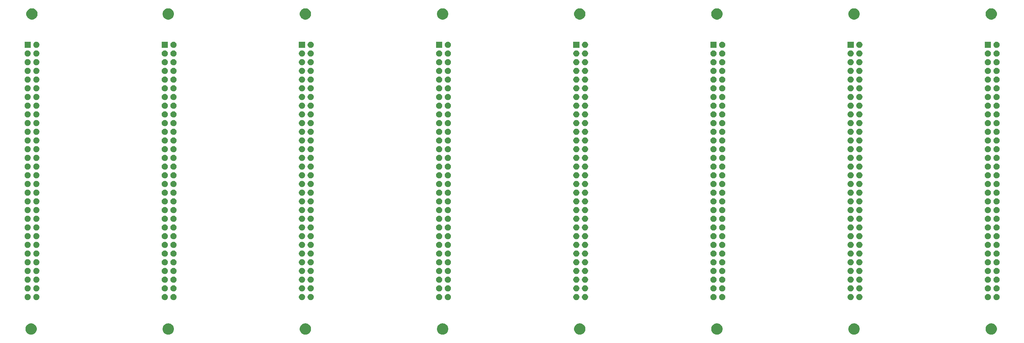
<source format=gbr>
G04 #@! TF.GenerationSoftware,KiCad,Pcbnew,5.1.5+dfsg1-2build2*
G04 #@! TF.CreationDate,2021-02-22T20:55:43+00:00*
G04 #@! TF.ProjectId,backplane,6261636b-706c-4616-9e65-2e6b69636164,rev?*
G04 #@! TF.SameCoordinates,Original*
G04 #@! TF.FileFunction,Soldermask,Bot*
G04 #@! TF.FilePolarity,Negative*
%FSLAX46Y46*%
G04 Gerber Fmt 4.6, Leading zero omitted, Abs format (unit mm)*
G04 Created by KiCad (PCBNEW 5.1.5+dfsg1-2build2) date 2021-02-22 20:55:43*
%MOMM*%
%LPD*%
G04 APERTURE LIST*
%ADD10C,0.100000*%
G04 APERTURE END LIST*
D10*
G36*
X72375256Y-165391298D02*
G01*
X72481579Y-165412447D01*
X72782042Y-165536903D01*
X73052451Y-165717585D01*
X73282415Y-165947549D01*
X73463097Y-166217958D01*
X73587553Y-166518421D01*
X73651000Y-166837391D01*
X73651000Y-167162609D01*
X73587553Y-167481579D01*
X73463097Y-167782042D01*
X73282415Y-168052451D01*
X73052451Y-168282415D01*
X72782042Y-168463097D01*
X72481579Y-168587553D01*
X72375256Y-168608702D01*
X72162611Y-168651000D01*
X71837389Y-168651000D01*
X71624744Y-168608702D01*
X71518421Y-168587553D01*
X71217958Y-168463097D01*
X70947549Y-168282415D01*
X70717585Y-168052451D01*
X70536903Y-167782042D01*
X70412447Y-167481579D01*
X70349000Y-167162609D01*
X70349000Y-166837391D01*
X70412447Y-166518421D01*
X70536903Y-166217958D01*
X70717585Y-165947549D01*
X70947549Y-165717585D01*
X71217958Y-165536903D01*
X71518421Y-165412447D01*
X71624744Y-165391298D01*
X71837389Y-165349000D01*
X72162611Y-165349000D01*
X72375256Y-165391298D01*
G37*
G36*
X112375256Y-165391298D02*
G01*
X112481579Y-165412447D01*
X112782042Y-165536903D01*
X113052451Y-165717585D01*
X113282415Y-165947549D01*
X113463097Y-166217958D01*
X113587553Y-166518421D01*
X113651000Y-166837391D01*
X113651000Y-167162609D01*
X113587553Y-167481579D01*
X113463097Y-167782042D01*
X113282415Y-168052451D01*
X113052451Y-168282415D01*
X112782042Y-168463097D01*
X112481579Y-168587553D01*
X112375256Y-168608702D01*
X112162611Y-168651000D01*
X111837389Y-168651000D01*
X111624744Y-168608702D01*
X111518421Y-168587553D01*
X111217958Y-168463097D01*
X110947549Y-168282415D01*
X110717585Y-168052451D01*
X110536903Y-167782042D01*
X110412447Y-167481579D01*
X110349000Y-167162609D01*
X110349000Y-166837391D01*
X110412447Y-166518421D01*
X110536903Y-166217958D01*
X110717585Y-165947549D01*
X110947549Y-165717585D01*
X111217958Y-165536903D01*
X111518421Y-165412447D01*
X111624744Y-165391298D01*
X111837389Y-165349000D01*
X112162611Y-165349000D01*
X112375256Y-165391298D01*
G37*
G36*
X192375256Y-165391298D02*
G01*
X192481579Y-165412447D01*
X192782042Y-165536903D01*
X193052451Y-165717585D01*
X193282415Y-165947549D01*
X193463097Y-166217958D01*
X193587553Y-166518421D01*
X193651000Y-166837391D01*
X193651000Y-167162609D01*
X193587553Y-167481579D01*
X193463097Y-167782042D01*
X193282415Y-168052451D01*
X193052451Y-168282415D01*
X192782042Y-168463097D01*
X192481579Y-168587553D01*
X192375256Y-168608702D01*
X192162611Y-168651000D01*
X191837389Y-168651000D01*
X191624744Y-168608702D01*
X191518421Y-168587553D01*
X191217958Y-168463097D01*
X190947549Y-168282415D01*
X190717585Y-168052451D01*
X190536903Y-167782042D01*
X190412447Y-167481579D01*
X190349000Y-167162609D01*
X190349000Y-166837391D01*
X190412447Y-166518421D01*
X190536903Y-166217958D01*
X190717585Y-165947549D01*
X190947549Y-165717585D01*
X191217958Y-165536903D01*
X191518421Y-165412447D01*
X191624744Y-165391298D01*
X191837389Y-165349000D01*
X192162611Y-165349000D01*
X192375256Y-165391298D01*
G37*
G36*
X152375256Y-165391298D02*
G01*
X152481579Y-165412447D01*
X152782042Y-165536903D01*
X153052451Y-165717585D01*
X153282415Y-165947549D01*
X153463097Y-166217958D01*
X153587553Y-166518421D01*
X153651000Y-166837391D01*
X153651000Y-167162609D01*
X153587553Y-167481579D01*
X153463097Y-167782042D01*
X153282415Y-168052451D01*
X153052451Y-168282415D01*
X152782042Y-168463097D01*
X152481579Y-168587553D01*
X152375256Y-168608702D01*
X152162611Y-168651000D01*
X151837389Y-168651000D01*
X151624744Y-168608702D01*
X151518421Y-168587553D01*
X151217958Y-168463097D01*
X150947549Y-168282415D01*
X150717585Y-168052451D01*
X150536903Y-167782042D01*
X150412447Y-167481579D01*
X150349000Y-167162609D01*
X150349000Y-166837391D01*
X150412447Y-166518421D01*
X150536903Y-166217958D01*
X150717585Y-165947549D01*
X150947549Y-165717585D01*
X151217958Y-165536903D01*
X151518421Y-165412447D01*
X151624744Y-165391298D01*
X151837389Y-165349000D01*
X152162611Y-165349000D01*
X152375256Y-165391298D01*
G37*
G36*
X272375256Y-165391298D02*
G01*
X272481579Y-165412447D01*
X272782042Y-165536903D01*
X273052451Y-165717585D01*
X273282415Y-165947549D01*
X273463097Y-166217958D01*
X273587553Y-166518421D01*
X273651000Y-166837391D01*
X273651000Y-167162609D01*
X273587553Y-167481579D01*
X273463097Y-167782042D01*
X273282415Y-168052451D01*
X273052451Y-168282415D01*
X272782042Y-168463097D01*
X272481579Y-168587553D01*
X272375256Y-168608702D01*
X272162611Y-168651000D01*
X271837389Y-168651000D01*
X271624744Y-168608702D01*
X271518421Y-168587553D01*
X271217958Y-168463097D01*
X270947549Y-168282415D01*
X270717585Y-168052451D01*
X270536903Y-167782042D01*
X270412447Y-167481579D01*
X270349000Y-167162609D01*
X270349000Y-166837391D01*
X270412447Y-166518421D01*
X270536903Y-166217958D01*
X270717585Y-165947549D01*
X270947549Y-165717585D01*
X271217958Y-165536903D01*
X271518421Y-165412447D01*
X271624744Y-165391298D01*
X271837389Y-165349000D01*
X272162611Y-165349000D01*
X272375256Y-165391298D01*
G37*
G36*
X232375256Y-165391298D02*
G01*
X232481579Y-165412447D01*
X232782042Y-165536903D01*
X233052451Y-165717585D01*
X233282415Y-165947549D01*
X233463097Y-166217958D01*
X233587553Y-166518421D01*
X233651000Y-166837391D01*
X233651000Y-167162609D01*
X233587553Y-167481579D01*
X233463097Y-167782042D01*
X233282415Y-168052451D01*
X233052451Y-168282415D01*
X232782042Y-168463097D01*
X232481579Y-168587553D01*
X232375256Y-168608702D01*
X232162611Y-168651000D01*
X231837389Y-168651000D01*
X231624744Y-168608702D01*
X231518421Y-168587553D01*
X231217958Y-168463097D01*
X230947549Y-168282415D01*
X230717585Y-168052451D01*
X230536903Y-167782042D01*
X230412447Y-167481579D01*
X230349000Y-167162609D01*
X230349000Y-166837391D01*
X230412447Y-166518421D01*
X230536903Y-166217958D01*
X230717585Y-165947549D01*
X230947549Y-165717585D01*
X231217958Y-165536903D01*
X231518421Y-165412447D01*
X231624744Y-165391298D01*
X231837389Y-165349000D01*
X232162611Y-165349000D01*
X232375256Y-165391298D01*
G37*
G36*
X352375256Y-165391298D02*
G01*
X352481579Y-165412447D01*
X352782042Y-165536903D01*
X353052451Y-165717585D01*
X353282415Y-165947549D01*
X353463097Y-166217958D01*
X353587553Y-166518421D01*
X353651000Y-166837391D01*
X353651000Y-167162609D01*
X353587553Y-167481579D01*
X353463097Y-167782042D01*
X353282415Y-168052451D01*
X353052451Y-168282415D01*
X352782042Y-168463097D01*
X352481579Y-168587553D01*
X352375256Y-168608702D01*
X352162611Y-168651000D01*
X351837389Y-168651000D01*
X351624744Y-168608702D01*
X351518421Y-168587553D01*
X351217958Y-168463097D01*
X350947549Y-168282415D01*
X350717585Y-168052451D01*
X350536903Y-167782042D01*
X350412447Y-167481579D01*
X350349000Y-167162609D01*
X350349000Y-166837391D01*
X350412447Y-166518421D01*
X350536903Y-166217958D01*
X350717585Y-165947549D01*
X350947549Y-165717585D01*
X351217958Y-165536903D01*
X351518421Y-165412447D01*
X351624744Y-165391298D01*
X351837389Y-165349000D01*
X352162611Y-165349000D01*
X352375256Y-165391298D01*
G37*
G36*
X312375256Y-165391298D02*
G01*
X312481579Y-165412447D01*
X312782042Y-165536903D01*
X313052451Y-165717585D01*
X313282415Y-165947549D01*
X313463097Y-166217958D01*
X313587553Y-166518421D01*
X313651000Y-166837391D01*
X313651000Y-167162609D01*
X313587553Y-167481579D01*
X313463097Y-167782042D01*
X313282415Y-168052451D01*
X313052451Y-168282415D01*
X312782042Y-168463097D01*
X312481579Y-168587553D01*
X312375256Y-168608702D01*
X312162611Y-168651000D01*
X311837389Y-168651000D01*
X311624744Y-168608702D01*
X311518421Y-168587553D01*
X311217958Y-168463097D01*
X310947549Y-168282415D01*
X310717585Y-168052451D01*
X310536903Y-167782042D01*
X310412447Y-167481579D01*
X310349000Y-167162609D01*
X310349000Y-166837391D01*
X310412447Y-166518421D01*
X310536903Y-166217958D01*
X310717585Y-165947549D01*
X310947549Y-165717585D01*
X311217958Y-165536903D01*
X311518421Y-165412447D01*
X311624744Y-165391298D01*
X311837389Y-165349000D01*
X312162611Y-165349000D01*
X312375256Y-165391298D01*
G37*
G36*
X193653512Y-156763927D02*
G01*
X193802812Y-156793624D01*
X193966784Y-156861544D01*
X194114354Y-156960147D01*
X194239853Y-157085646D01*
X194338456Y-157233216D01*
X194406376Y-157397188D01*
X194441000Y-157571259D01*
X194441000Y-157748741D01*
X194406376Y-157922812D01*
X194338456Y-158086784D01*
X194239853Y-158234354D01*
X194114354Y-158359853D01*
X193966784Y-158458456D01*
X193802812Y-158526376D01*
X193653512Y-158556073D01*
X193628742Y-158561000D01*
X193451258Y-158561000D01*
X193426488Y-158556073D01*
X193277188Y-158526376D01*
X193113216Y-158458456D01*
X192965646Y-158359853D01*
X192840147Y-158234354D01*
X192741544Y-158086784D01*
X192673624Y-157922812D01*
X192639000Y-157748741D01*
X192639000Y-157571259D01*
X192673624Y-157397188D01*
X192741544Y-157233216D01*
X192840147Y-157085646D01*
X192965646Y-156960147D01*
X193113216Y-156861544D01*
X193277188Y-156793624D01*
X193426488Y-156763927D01*
X193451258Y-156759000D01*
X193628742Y-156759000D01*
X193653512Y-156763927D01*
G37*
G36*
X71113512Y-156763927D02*
G01*
X71262812Y-156793624D01*
X71426784Y-156861544D01*
X71574354Y-156960147D01*
X71699853Y-157085646D01*
X71798456Y-157233216D01*
X71866376Y-157397188D01*
X71901000Y-157571259D01*
X71901000Y-157748741D01*
X71866376Y-157922812D01*
X71798456Y-158086784D01*
X71699853Y-158234354D01*
X71574354Y-158359853D01*
X71426784Y-158458456D01*
X71262812Y-158526376D01*
X71113512Y-158556073D01*
X71088742Y-158561000D01*
X70911258Y-158561000D01*
X70886488Y-158556073D01*
X70737188Y-158526376D01*
X70573216Y-158458456D01*
X70425646Y-158359853D01*
X70300147Y-158234354D01*
X70201544Y-158086784D01*
X70133624Y-157922812D01*
X70099000Y-157748741D01*
X70099000Y-157571259D01*
X70133624Y-157397188D01*
X70201544Y-157233216D01*
X70300147Y-157085646D01*
X70425646Y-156960147D01*
X70573216Y-156861544D01*
X70737188Y-156793624D01*
X70886488Y-156763927D01*
X70911258Y-156759000D01*
X71088742Y-156759000D01*
X71113512Y-156763927D01*
G37*
G36*
X73653512Y-156763927D02*
G01*
X73802812Y-156793624D01*
X73966784Y-156861544D01*
X74114354Y-156960147D01*
X74239853Y-157085646D01*
X74338456Y-157233216D01*
X74406376Y-157397188D01*
X74441000Y-157571259D01*
X74441000Y-157748741D01*
X74406376Y-157922812D01*
X74338456Y-158086784D01*
X74239853Y-158234354D01*
X74114354Y-158359853D01*
X73966784Y-158458456D01*
X73802812Y-158526376D01*
X73653512Y-158556073D01*
X73628742Y-158561000D01*
X73451258Y-158561000D01*
X73426488Y-158556073D01*
X73277188Y-158526376D01*
X73113216Y-158458456D01*
X72965646Y-158359853D01*
X72840147Y-158234354D01*
X72741544Y-158086784D01*
X72673624Y-157922812D01*
X72639000Y-157748741D01*
X72639000Y-157571259D01*
X72673624Y-157397188D01*
X72741544Y-157233216D01*
X72840147Y-157085646D01*
X72965646Y-156960147D01*
X73113216Y-156861544D01*
X73277188Y-156793624D01*
X73426488Y-156763927D01*
X73451258Y-156759000D01*
X73628742Y-156759000D01*
X73653512Y-156763927D01*
G37*
G36*
X111113512Y-156763927D02*
G01*
X111262812Y-156793624D01*
X111426784Y-156861544D01*
X111574354Y-156960147D01*
X111699853Y-157085646D01*
X111798456Y-157233216D01*
X111866376Y-157397188D01*
X111901000Y-157571259D01*
X111901000Y-157748741D01*
X111866376Y-157922812D01*
X111798456Y-158086784D01*
X111699853Y-158234354D01*
X111574354Y-158359853D01*
X111426784Y-158458456D01*
X111262812Y-158526376D01*
X111113512Y-158556073D01*
X111088742Y-158561000D01*
X110911258Y-158561000D01*
X110886488Y-158556073D01*
X110737188Y-158526376D01*
X110573216Y-158458456D01*
X110425646Y-158359853D01*
X110300147Y-158234354D01*
X110201544Y-158086784D01*
X110133624Y-157922812D01*
X110099000Y-157748741D01*
X110099000Y-157571259D01*
X110133624Y-157397188D01*
X110201544Y-157233216D01*
X110300147Y-157085646D01*
X110425646Y-156960147D01*
X110573216Y-156861544D01*
X110737188Y-156793624D01*
X110886488Y-156763927D01*
X110911258Y-156759000D01*
X111088742Y-156759000D01*
X111113512Y-156763927D01*
G37*
G36*
X113653512Y-156763927D02*
G01*
X113802812Y-156793624D01*
X113966784Y-156861544D01*
X114114354Y-156960147D01*
X114239853Y-157085646D01*
X114338456Y-157233216D01*
X114406376Y-157397188D01*
X114441000Y-157571259D01*
X114441000Y-157748741D01*
X114406376Y-157922812D01*
X114338456Y-158086784D01*
X114239853Y-158234354D01*
X114114354Y-158359853D01*
X113966784Y-158458456D01*
X113802812Y-158526376D01*
X113653512Y-158556073D01*
X113628742Y-158561000D01*
X113451258Y-158561000D01*
X113426488Y-158556073D01*
X113277188Y-158526376D01*
X113113216Y-158458456D01*
X112965646Y-158359853D01*
X112840147Y-158234354D01*
X112741544Y-158086784D01*
X112673624Y-157922812D01*
X112639000Y-157748741D01*
X112639000Y-157571259D01*
X112673624Y-157397188D01*
X112741544Y-157233216D01*
X112840147Y-157085646D01*
X112965646Y-156960147D01*
X113113216Y-156861544D01*
X113277188Y-156793624D01*
X113426488Y-156763927D01*
X113451258Y-156759000D01*
X113628742Y-156759000D01*
X113653512Y-156763927D01*
G37*
G36*
X151113512Y-156763927D02*
G01*
X151262812Y-156793624D01*
X151426784Y-156861544D01*
X151574354Y-156960147D01*
X151699853Y-157085646D01*
X151798456Y-157233216D01*
X151866376Y-157397188D01*
X151901000Y-157571259D01*
X151901000Y-157748741D01*
X151866376Y-157922812D01*
X151798456Y-158086784D01*
X151699853Y-158234354D01*
X151574354Y-158359853D01*
X151426784Y-158458456D01*
X151262812Y-158526376D01*
X151113512Y-158556073D01*
X151088742Y-158561000D01*
X150911258Y-158561000D01*
X150886488Y-158556073D01*
X150737188Y-158526376D01*
X150573216Y-158458456D01*
X150425646Y-158359853D01*
X150300147Y-158234354D01*
X150201544Y-158086784D01*
X150133624Y-157922812D01*
X150099000Y-157748741D01*
X150099000Y-157571259D01*
X150133624Y-157397188D01*
X150201544Y-157233216D01*
X150300147Y-157085646D01*
X150425646Y-156960147D01*
X150573216Y-156861544D01*
X150737188Y-156793624D01*
X150886488Y-156763927D01*
X150911258Y-156759000D01*
X151088742Y-156759000D01*
X151113512Y-156763927D01*
G37*
G36*
X153653512Y-156763927D02*
G01*
X153802812Y-156793624D01*
X153966784Y-156861544D01*
X154114354Y-156960147D01*
X154239853Y-157085646D01*
X154338456Y-157233216D01*
X154406376Y-157397188D01*
X154441000Y-157571259D01*
X154441000Y-157748741D01*
X154406376Y-157922812D01*
X154338456Y-158086784D01*
X154239853Y-158234354D01*
X154114354Y-158359853D01*
X153966784Y-158458456D01*
X153802812Y-158526376D01*
X153653512Y-158556073D01*
X153628742Y-158561000D01*
X153451258Y-158561000D01*
X153426488Y-158556073D01*
X153277188Y-158526376D01*
X153113216Y-158458456D01*
X152965646Y-158359853D01*
X152840147Y-158234354D01*
X152741544Y-158086784D01*
X152673624Y-157922812D01*
X152639000Y-157748741D01*
X152639000Y-157571259D01*
X152673624Y-157397188D01*
X152741544Y-157233216D01*
X152840147Y-157085646D01*
X152965646Y-156960147D01*
X153113216Y-156861544D01*
X153277188Y-156793624D01*
X153426488Y-156763927D01*
X153451258Y-156759000D01*
X153628742Y-156759000D01*
X153653512Y-156763927D01*
G37*
G36*
X191113512Y-156763927D02*
G01*
X191262812Y-156793624D01*
X191426784Y-156861544D01*
X191574354Y-156960147D01*
X191699853Y-157085646D01*
X191798456Y-157233216D01*
X191866376Y-157397188D01*
X191901000Y-157571259D01*
X191901000Y-157748741D01*
X191866376Y-157922812D01*
X191798456Y-158086784D01*
X191699853Y-158234354D01*
X191574354Y-158359853D01*
X191426784Y-158458456D01*
X191262812Y-158526376D01*
X191113512Y-158556073D01*
X191088742Y-158561000D01*
X190911258Y-158561000D01*
X190886488Y-158556073D01*
X190737188Y-158526376D01*
X190573216Y-158458456D01*
X190425646Y-158359853D01*
X190300147Y-158234354D01*
X190201544Y-158086784D01*
X190133624Y-157922812D01*
X190099000Y-157748741D01*
X190099000Y-157571259D01*
X190133624Y-157397188D01*
X190201544Y-157233216D01*
X190300147Y-157085646D01*
X190425646Y-156960147D01*
X190573216Y-156861544D01*
X190737188Y-156793624D01*
X190886488Y-156763927D01*
X190911258Y-156759000D01*
X191088742Y-156759000D01*
X191113512Y-156763927D01*
G37*
G36*
X231113512Y-156763927D02*
G01*
X231262812Y-156793624D01*
X231426784Y-156861544D01*
X231574354Y-156960147D01*
X231699853Y-157085646D01*
X231798456Y-157233216D01*
X231866376Y-157397188D01*
X231901000Y-157571259D01*
X231901000Y-157748741D01*
X231866376Y-157922812D01*
X231798456Y-158086784D01*
X231699853Y-158234354D01*
X231574354Y-158359853D01*
X231426784Y-158458456D01*
X231262812Y-158526376D01*
X231113512Y-158556073D01*
X231088742Y-158561000D01*
X230911258Y-158561000D01*
X230886488Y-158556073D01*
X230737188Y-158526376D01*
X230573216Y-158458456D01*
X230425646Y-158359853D01*
X230300147Y-158234354D01*
X230201544Y-158086784D01*
X230133624Y-157922812D01*
X230099000Y-157748741D01*
X230099000Y-157571259D01*
X230133624Y-157397188D01*
X230201544Y-157233216D01*
X230300147Y-157085646D01*
X230425646Y-156960147D01*
X230573216Y-156861544D01*
X230737188Y-156793624D01*
X230886488Y-156763927D01*
X230911258Y-156759000D01*
X231088742Y-156759000D01*
X231113512Y-156763927D01*
G37*
G36*
X233653512Y-156763927D02*
G01*
X233802812Y-156793624D01*
X233966784Y-156861544D01*
X234114354Y-156960147D01*
X234239853Y-157085646D01*
X234338456Y-157233216D01*
X234406376Y-157397188D01*
X234441000Y-157571259D01*
X234441000Y-157748741D01*
X234406376Y-157922812D01*
X234338456Y-158086784D01*
X234239853Y-158234354D01*
X234114354Y-158359853D01*
X233966784Y-158458456D01*
X233802812Y-158526376D01*
X233653512Y-158556073D01*
X233628742Y-158561000D01*
X233451258Y-158561000D01*
X233426488Y-158556073D01*
X233277188Y-158526376D01*
X233113216Y-158458456D01*
X232965646Y-158359853D01*
X232840147Y-158234354D01*
X232741544Y-158086784D01*
X232673624Y-157922812D01*
X232639000Y-157748741D01*
X232639000Y-157571259D01*
X232673624Y-157397188D01*
X232741544Y-157233216D01*
X232840147Y-157085646D01*
X232965646Y-156960147D01*
X233113216Y-156861544D01*
X233277188Y-156793624D01*
X233426488Y-156763927D01*
X233451258Y-156759000D01*
X233628742Y-156759000D01*
X233653512Y-156763927D01*
G37*
G36*
X271113512Y-156763927D02*
G01*
X271262812Y-156793624D01*
X271426784Y-156861544D01*
X271574354Y-156960147D01*
X271699853Y-157085646D01*
X271798456Y-157233216D01*
X271866376Y-157397188D01*
X271901000Y-157571259D01*
X271901000Y-157748741D01*
X271866376Y-157922812D01*
X271798456Y-158086784D01*
X271699853Y-158234354D01*
X271574354Y-158359853D01*
X271426784Y-158458456D01*
X271262812Y-158526376D01*
X271113512Y-158556073D01*
X271088742Y-158561000D01*
X270911258Y-158561000D01*
X270886488Y-158556073D01*
X270737188Y-158526376D01*
X270573216Y-158458456D01*
X270425646Y-158359853D01*
X270300147Y-158234354D01*
X270201544Y-158086784D01*
X270133624Y-157922812D01*
X270099000Y-157748741D01*
X270099000Y-157571259D01*
X270133624Y-157397188D01*
X270201544Y-157233216D01*
X270300147Y-157085646D01*
X270425646Y-156960147D01*
X270573216Y-156861544D01*
X270737188Y-156793624D01*
X270886488Y-156763927D01*
X270911258Y-156759000D01*
X271088742Y-156759000D01*
X271113512Y-156763927D01*
G37*
G36*
X311113512Y-156763927D02*
G01*
X311262812Y-156793624D01*
X311426784Y-156861544D01*
X311574354Y-156960147D01*
X311699853Y-157085646D01*
X311798456Y-157233216D01*
X311866376Y-157397188D01*
X311901000Y-157571259D01*
X311901000Y-157748741D01*
X311866376Y-157922812D01*
X311798456Y-158086784D01*
X311699853Y-158234354D01*
X311574354Y-158359853D01*
X311426784Y-158458456D01*
X311262812Y-158526376D01*
X311113512Y-158556073D01*
X311088742Y-158561000D01*
X310911258Y-158561000D01*
X310886488Y-158556073D01*
X310737188Y-158526376D01*
X310573216Y-158458456D01*
X310425646Y-158359853D01*
X310300147Y-158234354D01*
X310201544Y-158086784D01*
X310133624Y-157922812D01*
X310099000Y-157748741D01*
X310099000Y-157571259D01*
X310133624Y-157397188D01*
X310201544Y-157233216D01*
X310300147Y-157085646D01*
X310425646Y-156960147D01*
X310573216Y-156861544D01*
X310737188Y-156793624D01*
X310886488Y-156763927D01*
X310911258Y-156759000D01*
X311088742Y-156759000D01*
X311113512Y-156763927D01*
G37*
G36*
X313653512Y-156763927D02*
G01*
X313802812Y-156793624D01*
X313966784Y-156861544D01*
X314114354Y-156960147D01*
X314239853Y-157085646D01*
X314338456Y-157233216D01*
X314406376Y-157397188D01*
X314441000Y-157571259D01*
X314441000Y-157748741D01*
X314406376Y-157922812D01*
X314338456Y-158086784D01*
X314239853Y-158234354D01*
X314114354Y-158359853D01*
X313966784Y-158458456D01*
X313802812Y-158526376D01*
X313653512Y-158556073D01*
X313628742Y-158561000D01*
X313451258Y-158561000D01*
X313426488Y-158556073D01*
X313277188Y-158526376D01*
X313113216Y-158458456D01*
X312965646Y-158359853D01*
X312840147Y-158234354D01*
X312741544Y-158086784D01*
X312673624Y-157922812D01*
X312639000Y-157748741D01*
X312639000Y-157571259D01*
X312673624Y-157397188D01*
X312741544Y-157233216D01*
X312840147Y-157085646D01*
X312965646Y-156960147D01*
X313113216Y-156861544D01*
X313277188Y-156793624D01*
X313426488Y-156763927D01*
X313451258Y-156759000D01*
X313628742Y-156759000D01*
X313653512Y-156763927D01*
G37*
G36*
X351113512Y-156763927D02*
G01*
X351262812Y-156793624D01*
X351426784Y-156861544D01*
X351574354Y-156960147D01*
X351699853Y-157085646D01*
X351798456Y-157233216D01*
X351866376Y-157397188D01*
X351901000Y-157571259D01*
X351901000Y-157748741D01*
X351866376Y-157922812D01*
X351798456Y-158086784D01*
X351699853Y-158234354D01*
X351574354Y-158359853D01*
X351426784Y-158458456D01*
X351262812Y-158526376D01*
X351113512Y-158556073D01*
X351088742Y-158561000D01*
X350911258Y-158561000D01*
X350886488Y-158556073D01*
X350737188Y-158526376D01*
X350573216Y-158458456D01*
X350425646Y-158359853D01*
X350300147Y-158234354D01*
X350201544Y-158086784D01*
X350133624Y-157922812D01*
X350099000Y-157748741D01*
X350099000Y-157571259D01*
X350133624Y-157397188D01*
X350201544Y-157233216D01*
X350300147Y-157085646D01*
X350425646Y-156960147D01*
X350573216Y-156861544D01*
X350737188Y-156793624D01*
X350886488Y-156763927D01*
X350911258Y-156759000D01*
X351088742Y-156759000D01*
X351113512Y-156763927D01*
G37*
G36*
X353653512Y-156763927D02*
G01*
X353802812Y-156793624D01*
X353966784Y-156861544D01*
X354114354Y-156960147D01*
X354239853Y-157085646D01*
X354338456Y-157233216D01*
X354406376Y-157397188D01*
X354441000Y-157571259D01*
X354441000Y-157748741D01*
X354406376Y-157922812D01*
X354338456Y-158086784D01*
X354239853Y-158234354D01*
X354114354Y-158359853D01*
X353966784Y-158458456D01*
X353802812Y-158526376D01*
X353653512Y-158556073D01*
X353628742Y-158561000D01*
X353451258Y-158561000D01*
X353426488Y-158556073D01*
X353277188Y-158526376D01*
X353113216Y-158458456D01*
X352965646Y-158359853D01*
X352840147Y-158234354D01*
X352741544Y-158086784D01*
X352673624Y-157922812D01*
X352639000Y-157748741D01*
X352639000Y-157571259D01*
X352673624Y-157397188D01*
X352741544Y-157233216D01*
X352840147Y-157085646D01*
X352965646Y-156960147D01*
X353113216Y-156861544D01*
X353277188Y-156793624D01*
X353426488Y-156763927D01*
X353451258Y-156759000D01*
X353628742Y-156759000D01*
X353653512Y-156763927D01*
G37*
G36*
X273653512Y-156763927D02*
G01*
X273802812Y-156793624D01*
X273966784Y-156861544D01*
X274114354Y-156960147D01*
X274239853Y-157085646D01*
X274338456Y-157233216D01*
X274406376Y-157397188D01*
X274441000Y-157571259D01*
X274441000Y-157748741D01*
X274406376Y-157922812D01*
X274338456Y-158086784D01*
X274239853Y-158234354D01*
X274114354Y-158359853D01*
X273966784Y-158458456D01*
X273802812Y-158526376D01*
X273653512Y-158556073D01*
X273628742Y-158561000D01*
X273451258Y-158561000D01*
X273426488Y-158556073D01*
X273277188Y-158526376D01*
X273113216Y-158458456D01*
X272965646Y-158359853D01*
X272840147Y-158234354D01*
X272741544Y-158086784D01*
X272673624Y-157922812D01*
X272639000Y-157748741D01*
X272639000Y-157571259D01*
X272673624Y-157397188D01*
X272741544Y-157233216D01*
X272840147Y-157085646D01*
X272965646Y-156960147D01*
X273113216Y-156861544D01*
X273277188Y-156793624D01*
X273426488Y-156763927D01*
X273451258Y-156759000D01*
X273628742Y-156759000D01*
X273653512Y-156763927D01*
G37*
G36*
X231113512Y-154223927D02*
G01*
X231262812Y-154253624D01*
X231426784Y-154321544D01*
X231574354Y-154420147D01*
X231699853Y-154545646D01*
X231798456Y-154693216D01*
X231866376Y-154857188D01*
X231901000Y-155031259D01*
X231901000Y-155208741D01*
X231866376Y-155382812D01*
X231798456Y-155546784D01*
X231699853Y-155694354D01*
X231574354Y-155819853D01*
X231426784Y-155918456D01*
X231262812Y-155986376D01*
X231113512Y-156016073D01*
X231088742Y-156021000D01*
X230911258Y-156021000D01*
X230886488Y-156016073D01*
X230737188Y-155986376D01*
X230573216Y-155918456D01*
X230425646Y-155819853D01*
X230300147Y-155694354D01*
X230201544Y-155546784D01*
X230133624Y-155382812D01*
X230099000Y-155208741D01*
X230099000Y-155031259D01*
X230133624Y-154857188D01*
X230201544Y-154693216D01*
X230300147Y-154545646D01*
X230425646Y-154420147D01*
X230573216Y-154321544D01*
X230737188Y-154253624D01*
X230886488Y-154223927D01*
X230911258Y-154219000D01*
X231088742Y-154219000D01*
X231113512Y-154223927D01*
G37*
G36*
X71113512Y-154223927D02*
G01*
X71262812Y-154253624D01*
X71426784Y-154321544D01*
X71574354Y-154420147D01*
X71699853Y-154545646D01*
X71798456Y-154693216D01*
X71866376Y-154857188D01*
X71901000Y-155031259D01*
X71901000Y-155208741D01*
X71866376Y-155382812D01*
X71798456Y-155546784D01*
X71699853Y-155694354D01*
X71574354Y-155819853D01*
X71426784Y-155918456D01*
X71262812Y-155986376D01*
X71113512Y-156016073D01*
X71088742Y-156021000D01*
X70911258Y-156021000D01*
X70886488Y-156016073D01*
X70737188Y-155986376D01*
X70573216Y-155918456D01*
X70425646Y-155819853D01*
X70300147Y-155694354D01*
X70201544Y-155546784D01*
X70133624Y-155382812D01*
X70099000Y-155208741D01*
X70099000Y-155031259D01*
X70133624Y-154857188D01*
X70201544Y-154693216D01*
X70300147Y-154545646D01*
X70425646Y-154420147D01*
X70573216Y-154321544D01*
X70737188Y-154253624D01*
X70886488Y-154223927D01*
X70911258Y-154219000D01*
X71088742Y-154219000D01*
X71113512Y-154223927D01*
G37*
G36*
X73653512Y-154223927D02*
G01*
X73802812Y-154253624D01*
X73966784Y-154321544D01*
X74114354Y-154420147D01*
X74239853Y-154545646D01*
X74338456Y-154693216D01*
X74406376Y-154857188D01*
X74441000Y-155031259D01*
X74441000Y-155208741D01*
X74406376Y-155382812D01*
X74338456Y-155546784D01*
X74239853Y-155694354D01*
X74114354Y-155819853D01*
X73966784Y-155918456D01*
X73802812Y-155986376D01*
X73653512Y-156016073D01*
X73628742Y-156021000D01*
X73451258Y-156021000D01*
X73426488Y-156016073D01*
X73277188Y-155986376D01*
X73113216Y-155918456D01*
X72965646Y-155819853D01*
X72840147Y-155694354D01*
X72741544Y-155546784D01*
X72673624Y-155382812D01*
X72639000Y-155208741D01*
X72639000Y-155031259D01*
X72673624Y-154857188D01*
X72741544Y-154693216D01*
X72840147Y-154545646D01*
X72965646Y-154420147D01*
X73113216Y-154321544D01*
X73277188Y-154253624D01*
X73426488Y-154223927D01*
X73451258Y-154219000D01*
X73628742Y-154219000D01*
X73653512Y-154223927D01*
G37*
G36*
X111113512Y-154223927D02*
G01*
X111262812Y-154253624D01*
X111426784Y-154321544D01*
X111574354Y-154420147D01*
X111699853Y-154545646D01*
X111798456Y-154693216D01*
X111866376Y-154857188D01*
X111901000Y-155031259D01*
X111901000Y-155208741D01*
X111866376Y-155382812D01*
X111798456Y-155546784D01*
X111699853Y-155694354D01*
X111574354Y-155819853D01*
X111426784Y-155918456D01*
X111262812Y-155986376D01*
X111113512Y-156016073D01*
X111088742Y-156021000D01*
X110911258Y-156021000D01*
X110886488Y-156016073D01*
X110737188Y-155986376D01*
X110573216Y-155918456D01*
X110425646Y-155819853D01*
X110300147Y-155694354D01*
X110201544Y-155546784D01*
X110133624Y-155382812D01*
X110099000Y-155208741D01*
X110099000Y-155031259D01*
X110133624Y-154857188D01*
X110201544Y-154693216D01*
X110300147Y-154545646D01*
X110425646Y-154420147D01*
X110573216Y-154321544D01*
X110737188Y-154253624D01*
X110886488Y-154223927D01*
X110911258Y-154219000D01*
X111088742Y-154219000D01*
X111113512Y-154223927D01*
G37*
G36*
X113653512Y-154223927D02*
G01*
X113802812Y-154253624D01*
X113966784Y-154321544D01*
X114114354Y-154420147D01*
X114239853Y-154545646D01*
X114338456Y-154693216D01*
X114406376Y-154857188D01*
X114441000Y-155031259D01*
X114441000Y-155208741D01*
X114406376Y-155382812D01*
X114338456Y-155546784D01*
X114239853Y-155694354D01*
X114114354Y-155819853D01*
X113966784Y-155918456D01*
X113802812Y-155986376D01*
X113653512Y-156016073D01*
X113628742Y-156021000D01*
X113451258Y-156021000D01*
X113426488Y-156016073D01*
X113277188Y-155986376D01*
X113113216Y-155918456D01*
X112965646Y-155819853D01*
X112840147Y-155694354D01*
X112741544Y-155546784D01*
X112673624Y-155382812D01*
X112639000Y-155208741D01*
X112639000Y-155031259D01*
X112673624Y-154857188D01*
X112741544Y-154693216D01*
X112840147Y-154545646D01*
X112965646Y-154420147D01*
X113113216Y-154321544D01*
X113277188Y-154253624D01*
X113426488Y-154223927D01*
X113451258Y-154219000D01*
X113628742Y-154219000D01*
X113653512Y-154223927D01*
G37*
G36*
X153653512Y-154223927D02*
G01*
X153802812Y-154253624D01*
X153966784Y-154321544D01*
X154114354Y-154420147D01*
X154239853Y-154545646D01*
X154338456Y-154693216D01*
X154406376Y-154857188D01*
X154441000Y-155031259D01*
X154441000Y-155208741D01*
X154406376Y-155382812D01*
X154338456Y-155546784D01*
X154239853Y-155694354D01*
X154114354Y-155819853D01*
X153966784Y-155918456D01*
X153802812Y-155986376D01*
X153653512Y-156016073D01*
X153628742Y-156021000D01*
X153451258Y-156021000D01*
X153426488Y-156016073D01*
X153277188Y-155986376D01*
X153113216Y-155918456D01*
X152965646Y-155819853D01*
X152840147Y-155694354D01*
X152741544Y-155546784D01*
X152673624Y-155382812D01*
X152639000Y-155208741D01*
X152639000Y-155031259D01*
X152673624Y-154857188D01*
X152741544Y-154693216D01*
X152840147Y-154545646D01*
X152965646Y-154420147D01*
X153113216Y-154321544D01*
X153277188Y-154253624D01*
X153426488Y-154223927D01*
X153451258Y-154219000D01*
X153628742Y-154219000D01*
X153653512Y-154223927D01*
G37*
G36*
X151113512Y-154223927D02*
G01*
X151262812Y-154253624D01*
X151426784Y-154321544D01*
X151574354Y-154420147D01*
X151699853Y-154545646D01*
X151798456Y-154693216D01*
X151866376Y-154857188D01*
X151901000Y-155031259D01*
X151901000Y-155208741D01*
X151866376Y-155382812D01*
X151798456Y-155546784D01*
X151699853Y-155694354D01*
X151574354Y-155819853D01*
X151426784Y-155918456D01*
X151262812Y-155986376D01*
X151113512Y-156016073D01*
X151088742Y-156021000D01*
X150911258Y-156021000D01*
X150886488Y-156016073D01*
X150737188Y-155986376D01*
X150573216Y-155918456D01*
X150425646Y-155819853D01*
X150300147Y-155694354D01*
X150201544Y-155546784D01*
X150133624Y-155382812D01*
X150099000Y-155208741D01*
X150099000Y-155031259D01*
X150133624Y-154857188D01*
X150201544Y-154693216D01*
X150300147Y-154545646D01*
X150425646Y-154420147D01*
X150573216Y-154321544D01*
X150737188Y-154253624D01*
X150886488Y-154223927D01*
X150911258Y-154219000D01*
X151088742Y-154219000D01*
X151113512Y-154223927D01*
G37*
G36*
X193653512Y-154223927D02*
G01*
X193802812Y-154253624D01*
X193966784Y-154321544D01*
X194114354Y-154420147D01*
X194239853Y-154545646D01*
X194338456Y-154693216D01*
X194406376Y-154857188D01*
X194441000Y-155031259D01*
X194441000Y-155208741D01*
X194406376Y-155382812D01*
X194338456Y-155546784D01*
X194239853Y-155694354D01*
X194114354Y-155819853D01*
X193966784Y-155918456D01*
X193802812Y-155986376D01*
X193653512Y-156016073D01*
X193628742Y-156021000D01*
X193451258Y-156021000D01*
X193426488Y-156016073D01*
X193277188Y-155986376D01*
X193113216Y-155918456D01*
X192965646Y-155819853D01*
X192840147Y-155694354D01*
X192741544Y-155546784D01*
X192673624Y-155382812D01*
X192639000Y-155208741D01*
X192639000Y-155031259D01*
X192673624Y-154857188D01*
X192741544Y-154693216D01*
X192840147Y-154545646D01*
X192965646Y-154420147D01*
X193113216Y-154321544D01*
X193277188Y-154253624D01*
X193426488Y-154223927D01*
X193451258Y-154219000D01*
X193628742Y-154219000D01*
X193653512Y-154223927D01*
G37*
G36*
X233653512Y-154223927D02*
G01*
X233802812Y-154253624D01*
X233966784Y-154321544D01*
X234114354Y-154420147D01*
X234239853Y-154545646D01*
X234338456Y-154693216D01*
X234406376Y-154857188D01*
X234441000Y-155031259D01*
X234441000Y-155208741D01*
X234406376Y-155382812D01*
X234338456Y-155546784D01*
X234239853Y-155694354D01*
X234114354Y-155819853D01*
X233966784Y-155918456D01*
X233802812Y-155986376D01*
X233653512Y-156016073D01*
X233628742Y-156021000D01*
X233451258Y-156021000D01*
X233426488Y-156016073D01*
X233277188Y-155986376D01*
X233113216Y-155918456D01*
X232965646Y-155819853D01*
X232840147Y-155694354D01*
X232741544Y-155546784D01*
X232673624Y-155382812D01*
X232639000Y-155208741D01*
X232639000Y-155031259D01*
X232673624Y-154857188D01*
X232741544Y-154693216D01*
X232840147Y-154545646D01*
X232965646Y-154420147D01*
X233113216Y-154321544D01*
X233277188Y-154253624D01*
X233426488Y-154223927D01*
X233451258Y-154219000D01*
X233628742Y-154219000D01*
X233653512Y-154223927D01*
G37*
G36*
X271113512Y-154223927D02*
G01*
X271262812Y-154253624D01*
X271426784Y-154321544D01*
X271574354Y-154420147D01*
X271699853Y-154545646D01*
X271798456Y-154693216D01*
X271866376Y-154857188D01*
X271901000Y-155031259D01*
X271901000Y-155208741D01*
X271866376Y-155382812D01*
X271798456Y-155546784D01*
X271699853Y-155694354D01*
X271574354Y-155819853D01*
X271426784Y-155918456D01*
X271262812Y-155986376D01*
X271113512Y-156016073D01*
X271088742Y-156021000D01*
X270911258Y-156021000D01*
X270886488Y-156016073D01*
X270737188Y-155986376D01*
X270573216Y-155918456D01*
X270425646Y-155819853D01*
X270300147Y-155694354D01*
X270201544Y-155546784D01*
X270133624Y-155382812D01*
X270099000Y-155208741D01*
X270099000Y-155031259D01*
X270133624Y-154857188D01*
X270201544Y-154693216D01*
X270300147Y-154545646D01*
X270425646Y-154420147D01*
X270573216Y-154321544D01*
X270737188Y-154253624D01*
X270886488Y-154223927D01*
X270911258Y-154219000D01*
X271088742Y-154219000D01*
X271113512Y-154223927D01*
G37*
G36*
X273653512Y-154223927D02*
G01*
X273802812Y-154253624D01*
X273966784Y-154321544D01*
X274114354Y-154420147D01*
X274239853Y-154545646D01*
X274338456Y-154693216D01*
X274406376Y-154857188D01*
X274441000Y-155031259D01*
X274441000Y-155208741D01*
X274406376Y-155382812D01*
X274338456Y-155546784D01*
X274239853Y-155694354D01*
X274114354Y-155819853D01*
X273966784Y-155918456D01*
X273802812Y-155986376D01*
X273653512Y-156016073D01*
X273628742Y-156021000D01*
X273451258Y-156021000D01*
X273426488Y-156016073D01*
X273277188Y-155986376D01*
X273113216Y-155918456D01*
X272965646Y-155819853D01*
X272840147Y-155694354D01*
X272741544Y-155546784D01*
X272673624Y-155382812D01*
X272639000Y-155208741D01*
X272639000Y-155031259D01*
X272673624Y-154857188D01*
X272741544Y-154693216D01*
X272840147Y-154545646D01*
X272965646Y-154420147D01*
X273113216Y-154321544D01*
X273277188Y-154253624D01*
X273426488Y-154223927D01*
X273451258Y-154219000D01*
X273628742Y-154219000D01*
X273653512Y-154223927D01*
G37*
G36*
X191113512Y-154223927D02*
G01*
X191262812Y-154253624D01*
X191426784Y-154321544D01*
X191574354Y-154420147D01*
X191699853Y-154545646D01*
X191798456Y-154693216D01*
X191866376Y-154857188D01*
X191901000Y-155031259D01*
X191901000Y-155208741D01*
X191866376Y-155382812D01*
X191798456Y-155546784D01*
X191699853Y-155694354D01*
X191574354Y-155819853D01*
X191426784Y-155918456D01*
X191262812Y-155986376D01*
X191113512Y-156016073D01*
X191088742Y-156021000D01*
X190911258Y-156021000D01*
X190886488Y-156016073D01*
X190737188Y-155986376D01*
X190573216Y-155918456D01*
X190425646Y-155819853D01*
X190300147Y-155694354D01*
X190201544Y-155546784D01*
X190133624Y-155382812D01*
X190099000Y-155208741D01*
X190099000Y-155031259D01*
X190133624Y-154857188D01*
X190201544Y-154693216D01*
X190300147Y-154545646D01*
X190425646Y-154420147D01*
X190573216Y-154321544D01*
X190737188Y-154253624D01*
X190886488Y-154223927D01*
X190911258Y-154219000D01*
X191088742Y-154219000D01*
X191113512Y-154223927D01*
G37*
G36*
X313653512Y-154223927D02*
G01*
X313802812Y-154253624D01*
X313966784Y-154321544D01*
X314114354Y-154420147D01*
X314239853Y-154545646D01*
X314338456Y-154693216D01*
X314406376Y-154857188D01*
X314441000Y-155031259D01*
X314441000Y-155208741D01*
X314406376Y-155382812D01*
X314338456Y-155546784D01*
X314239853Y-155694354D01*
X314114354Y-155819853D01*
X313966784Y-155918456D01*
X313802812Y-155986376D01*
X313653512Y-156016073D01*
X313628742Y-156021000D01*
X313451258Y-156021000D01*
X313426488Y-156016073D01*
X313277188Y-155986376D01*
X313113216Y-155918456D01*
X312965646Y-155819853D01*
X312840147Y-155694354D01*
X312741544Y-155546784D01*
X312673624Y-155382812D01*
X312639000Y-155208741D01*
X312639000Y-155031259D01*
X312673624Y-154857188D01*
X312741544Y-154693216D01*
X312840147Y-154545646D01*
X312965646Y-154420147D01*
X313113216Y-154321544D01*
X313277188Y-154253624D01*
X313426488Y-154223927D01*
X313451258Y-154219000D01*
X313628742Y-154219000D01*
X313653512Y-154223927D01*
G37*
G36*
X351113512Y-154223927D02*
G01*
X351262812Y-154253624D01*
X351426784Y-154321544D01*
X351574354Y-154420147D01*
X351699853Y-154545646D01*
X351798456Y-154693216D01*
X351866376Y-154857188D01*
X351901000Y-155031259D01*
X351901000Y-155208741D01*
X351866376Y-155382812D01*
X351798456Y-155546784D01*
X351699853Y-155694354D01*
X351574354Y-155819853D01*
X351426784Y-155918456D01*
X351262812Y-155986376D01*
X351113512Y-156016073D01*
X351088742Y-156021000D01*
X350911258Y-156021000D01*
X350886488Y-156016073D01*
X350737188Y-155986376D01*
X350573216Y-155918456D01*
X350425646Y-155819853D01*
X350300147Y-155694354D01*
X350201544Y-155546784D01*
X350133624Y-155382812D01*
X350099000Y-155208741D01*
X350099000Y-155031259D01*
X350133624Y-154857188D01*
X350201544Y-154693216D01*
X350300147Y-154545646D01*
X350425646Y-154420147D01*
X350573216Y-154321544D01*
X350737188Y-154253624D01*
X350886488Y-154223927D01*
X350911258Y-154219000D01*
X351088742Y-154219000D01*
X351113512Y-154223927D01*
G37*
G36*
X311113512Y-154223927D02*
G01*
X311262812Y-154253624D01*
X311426784Y-154321544D01*
X311574354Y-154420147D01*
X311699853Y-154545646D01*
X311798456Y-154693216D01*
X311866376Y-154857188D01*
X311901000Y-155031259D01*
X311901000Y-155208741D01*
X311866376Y-155382812D01*
X311798456Y-155546784D01*
X311699853Y-155694354D01*
X311574354Y-155819853D01*
X311426784Y-155918456D01*
X311262812Y-155986376D01*
X311113512Y-156016073D01*
X311088742Y-156021000D01*
X310911258Y-156021000D01*
X310886488Y-156016073D01*
X310737188Y-155986376D01*
X310573216Y-155918456D01*
X310425646Y-155819853D01*
X310300147Y-155694354D01*
X310201544Y-155546784D01*
X310133624Y-155382812D01*
X310099000Y-155208741D01*
X310099000Y-155031259D01*
X310133624Y-154857188D01*
X310201544Y-154693216D01*
X310300147Y-154545646D01*
X310425646Y-154420147D01*
X310573216Y-154321544D01*
X310737188Y-154253624D01*
X310886488Y-154223927D01*
X310911258Y-154219000D01*
X311088742Y-154219000D01*
X311113512Y-154223927D01*
G37*
G36*
X353653512Y-154223927D02*
G01*
X353802812Y-154253624D01*
X353966784Y-154321544D01*
X354114354Y-154420147D01*
X354239853Y-154545646D01*
X354338456Y-154693216D01*
X354406376Y-154857188D01*
X354441000Y-155031259D01*
X354441000Y-155208741D01*
X354406376Y-155382812D01*
X354338456Y-155546784D01*
X354239853Y-155694354D01*
X354114354Y-155819853D01*
X353966784Y-155918456D01*
X353802812Y-155986376D01*
X353653512Y-156016073D01*
X353628742Y-156021000D01*
X353451258Y-156021000D01*
X353426488Y-156016073D01*
X353277188Y-155986376D01*
X353113216Y-155918456D01*
X352965646Y-155819853D01*
X352840147Y-155694354D01*
X352741544Y-155546784D01*
X352673624Y-155382812D01*
X352639000Y-155208741D01*
X352639000Y-155031259D01*
X352673624Y-154857188D01*
X352741544Y-154693216D01*
X352840147Y-154545646D01*
X352965646Y-154420147D01*
X353113216Y-154321544D01*
X353277188Y-154253624D01*
X353426488Y-154223927D01*
X353451258Y-154219000D01*
X353628742Y-154219000D01*
X353653512Y-154223927D01*
G37*
G36*
X271113512Y-151683927D02*
G01*
X271262812Y-151713624D01*
X271426784Y-151781544D01*
X271574354Y-151880147D01*
X271699853Y-152005646D01*
X271798456Y-152153216D01*
X271866376Y-152317188D01*
X271901000Y-152491259D01*
X271901000Y-152668741D01*
X271866376Y-152842812D01*
X271798456Y-153006784D01*
X271699853Y-153154354D01*
X271574354Y-153279853D01*
X271426784Y-153378456D01*
X271262812Y-153446376D01*
X271113512Y-153476073D01*
X271088742Y-153481000D01*
X270911258Y-153481000D01*
X270886488Y-153476073D01*
X270737188Y-153446376D01*
X270573216Y-153378456D01*
X270425646Y-153279853D01*
X270300147Y-153154354D01*
X270201544Y-153006784D01*
X270133624Y-152842812D01*
X270099000Y-152668741D01*
X270099000Y-152491259D01*
X270133624Y-152317188D01*
X270201544Y-152153216D01*
X270300147Y-152005646D01*
X270425646Y-151880147D01*
X270573216Y-151781544D01*
X270737188Y-151713624D01*
X270886488Y-151683927D01*
X270911258Y-151679000D01*
X271088742Y-151679000D01*
X271113512Y-151683927D01*
G37*
G36*
X353653512Y-151683927D02*
G01*
X353802812Y-151713624D01*
X353966784Y-151781544D01*
X354114354Y-151880147D01*
X354239853Y-152005646D01*
X354338456Y-152153216D01*
X354406376Y-152317188D01*
X354441000Y-152491259D01*
X354441000Y-152668741D01*
X354406376Y-152842812D01*
X354338456Y-153006784D01*
X354239853Y-153154354D01*
X354114354Y-153279853D01*
X353966784Y-153378456D01*
X353802812Y-153446376D01*
X353653512Y-153476073D01*
X353628742Y-153481000D01*
X353451258Y-153481000D01*
X353426488Y-153476073D01*
X353277188Y-153446376D01*
X353113216Y-153378456D01*
X352965646Y-153279853D01*
X352840147Y-153154354D01*
X352741544Y-153006784D01*
X352673624Y-152842812D01*
X352639000Y-152668741D01*
X352639000Y-152491259D01*
X352673624Y-152317188D01*
X352741544Y-152153216D01*
X352840147Y-152005646D01*
X352965646Y-151880147D01*
X353113216Y-151781544D01*
X353277188Y-151713624D01*
X353426488Y-151683927D01*
X353451258Y-151679000D01*
X353628742Y-151679000D01*
X353653512Y-151683927D01*
G37*
G36*
X351113512Y-151683927D02*
G01*
X351262812Y-151713624D01*
X351426784Y-151781544D01*
X351574354Y-151880147D01*
X351699853Y-152005646D01*
X351798456Y-152153216D01*
X351866376Y-152317188D01*
X351901000Y-152491259D01*
X351901000Y-152668741D01*
X351866376Y-152842812D01*
X351798456Y-153006784D01*
X351699853Y-153154354D01*
X351574354Y-153279853D01*
X351426784Y-153378456D01*
X351262812Y-153446376D01*
X351113512Y-153476073D01*
X351088742Y-153481000D01*
X350911258Y-153481000D01*
X350886488Y-153476073D01*
X350737188Y-153446376D01*
X350573216Y-153378456D01*
X350425646Y-153279853D01*
X350300147Y-153154354D01*
X350201544Y-153006784D01*
X350133624Y-152842812D01*
X350099000Y-152668741D01*
X350099000Y-152491259D01*
X350133624Y-152317188D01*
X350201544Y-152153216D01*
X350300147Y-152005646D01*
X350425646Y-151880147D01*
X350573216Y-151781544D01*
X350737188Y-151713624D01*
X350886488Y-151683927D01*
X350911258Y-151679000D01*
X351088742Y-151679000D01*
X351113512Y-151683927D01*
G37*
G36*
X233653512Y-151683927D02*
G01*
X233802812Y-151713624D01*
X233966784Y-151781544D01*
X234114354Y-151880147D01*
X234239853Y-152005646D01*
X234338456Y-152153216D01*
X234406376Y-152317188D01*
X234441000Y-152491259D01*
X234441000Y-152668741D01*
X234406376Y-152842812D01*
X234338456Y-153006784D01*
X234239853Y-153154354D01*
X234114354Y-153279853D01*
X233966784Y-153378456D01*
X233802812Y-153446376D01*
X233653512Y-153476073D01*
X233628742Y-153481000D01*
X233451258Y-153481000D01*
X233426488Y-153476073D01*
X233277188Y-153446376D01*
X233113216Y-153378456D01*
X232965646Y-153279853D01*
X232840147Y-153154354D01*
X232741544Y-153006784D01*
X232673624Y-152842812D01*
X232639000Y-152668741D01*
X232639000Y-152491259D01*
X232673624Y-152317188D01*
X232741544Y-152153216D01*
X232840147Y-152005646D01*
X232965646Y-151880147D01*
X233113216Y-151781544D01*
X233277188Y-151713624D01*
X233426488Y-151683927D01*
X233451258Y-151679000D01*
X233628742Y-151679000D01*
X233653512Y-151683927D01*
G37*
G36*
X151113512Y-151683927D02*
G01*
X151262812Y-151713624D01*
X151426784Y-151781544D01*
X151574354Y-151880147D01*
X151699853Y-152005646D01*
X151798456Y-152153216D01*
X151866376Y-152317188D01*
X151901000Y-152491259D01*
X151901000Y-152668741D01*
X151866376Y-152842812D01*
X151798456Y-153006784D01*
X151699853Y-153154354D01*
X151574354Y-153279853D01*
X151426784Y-153378456D01*
X151262812Y-153446376D01*
X151113512Y-153476073D01*
X151088742Y-153481000D01*
X150911258Y-153481000D01*
X150886488Y-153476073D01*
X150737188Y-153446376D01*
X150573216Y-153378456D01*
X150425646Y-153279853D01*
X150300147Y-153154354D01*
X150201544Y-153006784D01*
X150133624Y-152842812D01*
X150099000Y-152668741D01*
X150099000Y-152491259D01*
X150133624Y-152317188D01*
X150201544Y-152153216D01*
X150300147Y-152005646D01*
X150425646Y-151880147D01*
X150573216Y-151781544D01*
X150737188Y-151713624D01*
X150886488Y-151683927D01*
X150911258Y-151679000D01*
X151088742Y-151679000D01*
X151113512Y-151683927D01*
G37*
G36*
X113653512Y-151683927D02*
G01*
X113802812Y-151713624D01*
X113966784Y-151781544D01*
X114114354Y-151880147D01*
X114239853Y-152005646D01*
X114338456Y-152153216D01*
X114406376Y-152317188D01*
X114441000Y-152491259D01*
X114441000Y-152668741D01*
X114406376Y-152842812D01*
X114338456Y-153006784D01*
X114239853Y-153154354D01*
X114114354Y-153279853D01*
X113966784Y-153378456D01*
X113802812Y-153446376D01*
X113653512Y-153476073D01*
X113628742Y-153481000D01*
X113451258Y-153481000D01*
X113426488Y-153476073D01*
X113277188Y-153446376D01*
X113113216Y-153378456D01*
X112965646Y-153279853D01*
X112840147Y-153154354D01*
X112741544Y-153006784D01*
X112673624Y-152842812D01*
X112639000Y-152668741D01*
X112639000Y-152491259D01*
X112673624Y-152317188D01*
X112741544Y-152153216D01*
X112840147Y-152005646D01*
X112965646Y-151880147D01*
X113113216Y-151781544D01*
X113277188Y-151713624D01*
X113426488Y-151683927D01*
X113451258Y-151679000D01*
X113628742Y-151679000D01*
X113653512Y-151683927D01*
G37*
G36*
X111113512Y-151683927D02*
G01*
X111262812Y-151713624D01*
X111426784Y-151781544D01*
X111574354Y-151880147D01*
X111699853Y-152005646D01*
X111798456Y-152153216D01*
X111866376Y-152317188D01*
X111901000Y-152491259D01*
X111901000Y-152668741D01*
X111866376Y-152842812D01*
X111798456Y-153006784D01*
X111699853Y-153154354D01*
X111574354Y-153279853D01*
X111426784Y-153378456D01*
X111262812Y-153446376D01*
X111113512Y-153476073D01*
X111088742Y-153481000D01*
X110911258Y-153481000D01*
X110886488Y-153476073D01*
X110737188Y-153446376D01*
X110573216Y-153378456D01*
X110425646Y-153279853D01*
X110300147Y-153154354D01*
X110201544Y-153006784D01*
X110133624Y-152842812D01*
X110099000Y-152668741D01*
X110099000Y-152491259D01*
X110133624Y-152317188D01*
X110201544Y-152153216D01*
X110300147Y-152005646D01*
X110425646Y-151880147D01*
X110573216Y-151781544D01*
X110737188Y-151713624D01*
X110886488Y-151683927D01*
X110911258Y-151679000D01*
X111088742Y-151679000D01*
X111113512Y-151683927D01*
G37*
G36*
X73653512Y-151683927D02*
G01*
X73802812Y-151713624D01*
X73966784Y-151781544D01*
X74114354Y-151880147D01*
X74239853Y-152005646D01*
X74338456Y-152153216D01*
X74406376Y-152317188D01*
X74441000Y-152491259D01*
X74441000Y-152668741D01*
X74406376Y-152842812D01*
X74338456Y-153006784D01*
X74239853Y-153154354D01*
X74114354Y-153279853D01*
X73966784Y-153378456D01*
X73802812Y-153446376D01*
X73653512Y-153476073D01*
X73628742Y-153481000D01*
X73451258Y-153481000D01*
X73426488Y-153476073D01*
X73277188Y-153446376D01*
X73113216Y-153378456D01*
X72965646Y-153279853D01*
X72840147Y-153154354D01*
X72741544Y-153006784D01*
X72673624Y-152842812D01*
X72639000Y-152668741D01*
X72639000Y-152491259D01*
X72673624Y-152317188D01*
X72741544Y-152153216D01*
X72840147Y-152005646D01*
X72965646Y-151880147D01*
X73113216Y-151781544D01*
X73277188Y-151713624D01*
X73426488Y-151683927D01*
X73451258Y-151679000D01*
X73628742Y-151679000D01*
X73653512Y-151683927D01*
G37*
G36*
X273653512Y-151683927D02*
G01*
X273802812Y-151713624D01*
X273966784Y-151781544D01*
X274114354Y-151880147D01*
X274239853Y-152005646D01*
X274338456Y-152153216D01*
X274406376Y-152317188D01*
X274441000Y-152491259D01*
X274441000Y-152668741D01*
X274406376Y-152842812D01*
X274338456Y-153006784D01*
X274239853Y-153154354D01*
X274114354Y-153279853D01*
X273966784Y-153378456D01*
X273802812Y-153446376D01*
X273653512Y-153476073D01*
X273628742Y-153481000D01*
X273451258Y-153481000D01*
X273426488Y-153476073D01*
X273277188Y-153446376D01*
X273113216Y-153378456D01*
X272965646Y-153279853D01*
X272840147Y-153154354D01*
X272741544Y-153006784D01*
X272673624Y-152842812D01*
X272639000Y-152668741D01*
X272639000Y-152491259D01*
X272673624Y-152317188D01*
X272741544Y-152153216D01*
X272840147Y-152005646D01*
X272965646Y-151880147D01*
X273113216Y-151781544D01*
X273277188Y-151713624D01*
X273426488Y-151683927D01*
X273451258Y-151679000D01*
X273628742Y-151679000D01*
X273653512Y-151683927D01*
G37*
G36*
X71113512Y-151683927D02*
G01*
X71262812Y-151713624D01*
X71426784Y-151781544D01*
X71574354Y-151880147D01*
X71699853Y-152005646D01*
X71798456Y-152153216D01*
X71866376Y-152317188D01*
X71901000Y-152491259D01*
X71901000Y-152668741D01*
X71866376Y-152842812D01*
X71798456Y-153006784D01*
X71699853Y-153154354D01*
X71574354Y-153279853D01*
X71426784Y-153378456D01*
X71262812Y-153446376D01*
X71113512Y-153476073D01*
X71088742Y-153481000D01*
X70911258Y-153481000D01*
X70886488Y-153476073D01*
X70737188Y-153446376D01*
X70573216Y-153378456D01*
X70425646Y-153279853D01*
X70300147Y-153154354D01*
X70201544Y-153006784D01*
X70133624Y-152842812D01*
X70099000Y-152668741D01*
X70099000Y-152491259D01*
X70133624Y-152317188D01*
X70201544Y-152153216D01*
X70300147Y-152005646D01*
X70425646Y-151880147D01*
X70573216Y-151781544D01*
X70737188Y-151713624D01*
X70886488Y-151683927D01*
X70911258Y-151679000D01*
X71088742Y-151679000D01*
X71113512Y-151683927D01*
G37*
G36*
X153653512Y-151683927D02*
G01*
X153802812Y-151713624D01*
X153966784Y-151781544D01*
X154114354Y-151880147D01*
X154239853Y-152005646D01*
X154338456Y-152153216D01*
X154406376Y-152317188D01*
X154441000Y-152491259D01*
X154441000Y-152668741D01*
X154406376Y-152842812D01*
X154338456Y-153006784D01*
X154239853Y-153154354D01*
X154114354Y-153279853D01*
X153966784Y-153378456D01*
X153802812Y-153446376D01*
X153653512Y-153476073D01*
X153628742Y-153481000D01*
X153451258Y-153481000D01*
X153426488Y-153476073D01*
X153277188Y-153446376D01*
X153113216Y-153378456D01*
X152965646Y-153279853D01*
X152840147Y-153154354D01*
X152741544Y-153006784D01*
X152673624Y-152842812D01*
X152639000Y-152668741D01*
X152639000Y-152491259D01*
X152673624Y-152317188D01*
X152741544Y-152153216D01*
X152840147Y-152005646D01*
X152965646Y-151880147D01*
X153113216Y-151781544D01*
X153277188Y-151713624D01*
X153426488Y-151683927D01*
X153451258Y-151679000D01*
X153628742Y-151679000D01*
X153653512Y-151683927D01*
G37*
G36*
X193653512Y-151683927D02*
G01*
X193802812Y-151713624D01*
X193966784Y-151781544D01*
X194114354Y-151880147D01*
X194239853Y-152005646D01*
X194338456Y-152153216D01*
X194406376Y-152317188D01*
X194441000Y-152491259D01*
X194441000Y-152668741D01*
X194406376Y-152842812D01*
X194338456Y-153006784D01*
X194239853Y-153154354D01*
X194114354Y-153279853D01*
X193966784Y-153378456D01*
X193802812Y-153446376D01*
X193653512Y-153476073D01*
X193628742Y-153481000D01*
X193451258Y-153481000D01*
X193426488Y-153476073D01*
X193277188Y-153446376D01*
X193113216Y-153378456D01*
X192965646Y-153279853D01*
X192840147Y-153154354D01*
X192741544Y-153006784D01*
X192673624Y-152842812D01*
X192639000Y-152668741D01*
X192639000Y-152491259D01*
X192673624Y-152317188D01*
X192741544Y-152153216D01*
X192840147Y-152005646D01*
X192965646Y-151880147D01*
X193113216Y-151781544D01*
X193277188Y-151713624D01*
X193426488Y-151683927D01*
X193451258Y-151679000D01*
X193628742Y-151679000D01*
X193653512Y-151683927D01*
G37*
G36*
X311113512Y-151683927D02*
G01*
X311262812Y-151713624D01*
X311426784Y-151781544D01*
X311574354Y-151880147D01*
X311699853Y-152005646D01*
X311798456Y-152153216D01*
X311866376Y-152317188D01*
X311901000Y-152491259D01*
X311901000Y-152668741D01*
X311866376Y-152842812D01*
X311798456Y-153006784D01*
X311699853Y-153154354D01*
X311574354Y-153279853D01*
X311426784Y-153378456D01*
X311262812Y-153446376D01*
X311113512Y-153476073D01*
X311088742Y-153481000D01*
X310911258Y-153481000D01*
X310886488Y-153476073D01*
X310737188Y-153446376D01*
X310573216Y-153378456D01*
X310425646Y-153279853D01*
X310300147Y-153154354D01*
X310201544Y-153006784D01*
X310133624Y-152842812D01*
X310099000Y-152668741D01*
X310099000Y-152491259D01*
X310133624Y-152317188D01*
X310201544Y-152153216D01*
X310300147Y-152005646D01*
X310425646Y-151880147D01*
X310573216Y-151781544D01*
X310737188Y-151713624D01*
X310886488Y-151683927D01*
X310911258Y-151679000D01*
X311088742Y-151679000D01*
X311113512Y-151683927D01*
G37*
G36*
X313653512Y-151683927D02*
G01*
X313802812Y-151713624D01*
X313966784Y-151781544D01*
X314114354Y-151880147D01*
X314239853Y-152005646D01*
X314338456Y-152153216D01*
X314406376Y-152317188D01*
X314441000Y-152491259D01*
X314441000Y-152668741D01*
X314406376Y-152842812D01*
X314338456Y-153006784D01*
X314239853Y-153154354D01*
X314114354Y-153279853D01*
X313966784Y-153378456D01*
X313802812Y-153446376D01*
X313653512Y-153476073D01*
X313628742Y-153481000D01*
X313451258Y-153481000D01*
X313426488Y-153476073D01*
X313277188Y-153446376D01*
X313113216Y-153378456D01*
X312965646Y-153279853D01*
X312840147Y-153154354D01*
X312741544Y-153006784D01*
X312673624Y-152842812D01*
X312639000Y-152668741D01*
X312639000Y-152491259D01*
X312673624Y-152317188D01*
X312741544Y-152153216D01*
X312840147Y-152005646D01*
X312965646Y-151880147D01*
X313113216Y-151781544D01*
X313277188Y-151713624D01*
X313426488Y-151683927D01*
X313451258Y-151679000D01*
X313628742Y-151679000D01*
X313653512Y-151683927D01*
G37*
G36*
X231113512Y-151683927D02*
G01*
X231262812Y-151713624D01*
X231426784Y-151781544D01*
X231574354Y-151880147D01*
X231699853Y-152005646D01*
X231798456Y-152153216D01*
X231866376Y-152317188D01*
X231901000Y-152491259D01*
X231901000Y-152668741D01*
X231866376Y-152842812D01*
X231798456Y-153006784D01*
X231699853Y-153154354D01*
X231574354Y-153279853D01*
X231426784Y-153378456D01*
X231262812Y-153446376D01*
X231113512Y-153476073D01*
X231088742Y-153481000D01*
X230911258Y-153481000D01*
X230886488Y-153476073D01*
X230737188Y-153446376D01*
X230573216Y-153378456D01*
X230425646Y-153279853D01*
X230300147Y-153154354D01*
X230201544Y-153006784D01*
X230133624Y-152842812D01*
X230099000Y-152668741D01*
X230099000Y-152491259D01*
X230133624Y-152317188D01*
X230201544Y-152153216D01*
X230300147Y-152005646D01*
X230425646Y-151880147D01*
X230573216Y-151781544D01*
X230737188Y-151713624D01*
X230886488Y-151683927D01*
X230911258Y-151679000D01*
X231088742Y-151679000D01*
X231113512Y-151683927D01*
G37*
G36*
X191113512Y-151683927D02*
G01*
X191262812Y-151713624D01*
X191426784Y-151781544D01*
X191574354Y-151880147D01*
X191699853Y-152005646D01*
X191798456Y-152153216D01*
X191866376Y-152317188D01*
X191901000Y-152491259D01*
X191901000Y-152668741D01*
X191866376Y-152842812D01*
X191798456Y-153006784D01*
X191699853Y-153154354D01*
X191574354Y-153279853D01*
X191426784Y-153378456D01*
X191262812Y-153446376D01*
X191113512Y-153476073D01*
X191088742Y-153481000D01*
X190911258Y-153481000D01*
X190886488Y-153476073D01*
X190737188Y-153446376D01*
X190573216Y-153378456D01*
X190425646Y-153279853D01*
X190300147Y-153154354D01*
X190201544Y-153006784D01*
X190133624Y-152842812D01*
X190099000Y-152668741D01*
X190099000Y-152491259D01*
X190133624Y-152317188D01*
X190201544Y-152153216D01*
X190300147Y-152005646D01*
X190425646Y-151880147D01*
X190573216Y-151781544D01*
X190737188Y-151713624D01*
X190886488Y-151683927D01*
X190911258Y-151679000D01*
X191088742Y-151679000D01*
X191113512Y-151683927D01*
G37*
G36*
X191113512Y-149143927D02*
G01*
X191262812Y-149173624D01*
X191426784Y-149241544D01*
X191574354Y-149340147D01*
X191699853Y-149465646D01*
X191798456Y-149613216D01*
X191866376Y-149777188D01*
X191901000Y-149951259D01*
X191901000Y-150128741D01*
X191866376Y-150302812D01*
X191798456Y-150466784D01*
X191699853Y-150614354D01*
X191574354Y-150739853D01*
X191426784Y-150838456D01*
X191262812Y-150906376D01*
X191113512Y-150936073D01*
X191088742Y-150941000D01*
X190911258Y-150941000D01*
X190886488Y-150936073D01*
X190737188Y-150906376D01*
X190573216Y-150838456D01*
X190425646Y-150739853D01*
X190300147Y-150614354D01*
X190201544Y-150466784D01*
X190133624Y-150302812D01*
X190099000Y-150128741D01*
X190099000Y-149951259D01*
X190133624Y-149777188D01*
X190201544Y-149613216D01*
X190300147Y-149465646D01*
X190425646Y-149340147D01*
X190573216Y-149241544D01*
X190737188Y-149173624D01*
X190886488Y-149143927D01*
X190911258Y-149139000D01*
X191088742Y-149139000D01*
X191113512Y-149143927D01*
G37*
G36*
X313653512Y-149143927D02*
G01*
X313802812Y-149173624D01*
X313966784Y-149241544D01*
X314114354Y-149340147D01*
X314239853Y-149465646D01*
X314338456Y-149613216D01*
X314406376Y-149777188D01*
X314441000Y-149951259D01*
X314441000Y-150128741D01*
X314406376Y-150302812D01*
X314338456Y-150466784D01*
X314239853Y-150614354D01*
X314114354Y-150739853D01*
X313966784Y-150838456D01*
X313802812Y-150906376D01*
X313653512Y-150936073D01*
X313628742Y-150941000D01*
X313451258Y-150941000D01*
X313426488Y-150936073D01*
X313277188Y-150906376D01*
X313113216Y-150838456D01*
X312965646Y-150739853D01*
X312840147Y-150614354D01*
X312741544Y-150466784D01*
X312673624Y-150302812D01*
X312639000Y-150128741D01*
X312639000Y-149951259D01*
X312673624Y-149777188D01*
X312741544Y-149613216D01*
X312840147Y-149465646D01*
X312965646Y-149340147D01*
X313113216Y-149241544D01*
X313277188Y-149173624D01*
X313426488Y-149143927D01*
X313451258Y-149139000D01*
X313628742Y-149139000D01*
X313653512Y-149143927D01*
G37*
G36*
X311113512Y-149143927D02*
G01*
X311262812Y-149173624D01*
X311426784Y-149241544D01*
X311574354Y-149340147D01*
X311699853Y-149465646D01*
X311798456Y-149613216D01*
X311866376Y-149777188D01*
X311901000Y-149951259D01*
X311901000Y-150128741D01*
X311866376Y-150302812D01*
X311798456Y-150466784D01*
X311699853Y-150614354D01*
X311574354Y-150739853D01*
X311426784Y-150838456D01*
X311262812Y-150906376D01*
X311113512Y-150936073D01*
X311088742Y-150941000D01*
X310911258Y-150941000D01*
X310886488Y-150936073D01*
X310737188Y-150906376D01*
X310573216Y-150838456D01*
X310425646Y-150739853D01*
X310300147Y-150614354D01*
X310201544Y-150466784D01*
X310133624Y-150302812D01*
X310099000Y-150128741D01*
X310099000Y-149951259D01*
X310133624Y-149777188D01*
X310201544Y-149613216D01*
X310300147Y-149465646D01*
X310425646Y-149340147D01*
X310573216Y-149241544D01*
X310737188Y-149173624D01*
X310886488Y-149143927D01*
X310911258Y-149139000D01*
X311088742Y-149139000D01*
X311113512Y-149143927D01*
G37*
G36*
X351113512Y-149143927D02*
G01*
X351262812Y-149173624D01*
X351426784Y-149241544D01*
X351574354Y-149340147D01*
X351699853Y-149465646D01*
X351798456Y-149613216D01*
X351866376Y-149777188D01*
X351901000Y-149951259D01*
X351901000Y-150128741D01*
X351866376Y-150302812D01*
X351798456Y-150466784D01*
X351699853Y-150614354D01*
X351574354Y-150739853D01*
X351426784Y-150838456D01*
X351262812Y-150906376D01*
X351113512Y-150936073D01*
X351088742Y-150941000D01*
X350911258Y-150941000D01*
X350886488Y-150936073D01*
X350737188Y-150906376D01*
X350573216Y-150838456D01*
X350425646Y-150739853D01*
X350300147Y-150614354D01*
X350201544Y-150466784D01*
X350133624Y-150302812D01*
X350099000Y-150128741D01*
X350099000Y-149951259D01*
X350133624Y-149777188D01*
X350201544Y-149613216D01*
X350300147Y-149465646D01*
X350425646Y-149340147D01*
X350573216Y-149241544D01*
X350737188Y-149173624D01*
X350886488Y-149143927D01*
X350911258Y-149139000D01*
X351088742Y-149139000D01*
X351113512Y-149143927D01*
G37*
G36*
X353653512Y-149143927D02*
G01*
X353802812Y-149173624D01*
X353966784Y-149241544D01*
X354114354Y-149340147D01*
X354239853Y-149465646D01*
X354338456Y-149613216D01*
X354406376Y-149777188D01*
X354441000Y-149951259D01*
X354441000Y-150128741D01*
X354406376Y-150302812D01*
X354338456Y-150466784D01*
X354239853Y-150614354D01*
X354114354Y-150739853D01*
X353966784Y-150838456D01*
X353802812Y-150906376D01*
X353653512Y-150936073D01*
X353628742Y-150941000D01*
X353451258Y-150941000D01*
X353426488Y-150936073D01*
X353277188Y-150906376D01*
X353113216Y-150838456D01*
X352965646Y-150739853D01*
X352840147Y-150614354D01*
X352741544Y-150466784D01*
X352673624Y-150302812D01*
X352639000Y-150128741D01*
X352639000Y-149951259D01*
X352673624Y-149777188D01*
X352741544Y-149613216D01*
X352840147Y-149465646D01*
X352965646Y-149340147D01*
X353113216Y-149241544D01*
X353277188Y-149173624D01*
X353426488Y-149143927D01*
X353451258Y-149139000D01*
X353628742Y-149139000D01*
X353653512Y-149143927D01*
G37*
G36*
X73653512Y-149143927D02*
G01*
X73802812Y-149173624D01*
X73966784Y-149241544D01*
X74114354Y-149340147D01*
X74239853Y-149465646D01*
X74338456Y-149613216D01*
X74406376Y-149777188D01*
X74441000Y-149951259D01*
X74441000Y-150128741D01*
X74406376Y-150302812D01*
X74338456Y-150466784D01*
X74239853Y-150614354D01*
X74114354Y-150739853D01*
X73966784Y-150838456D01*
X73802812Y-150906376D01*
X73653512Y-150936073D01*
X73628742Y-150941000D01*
X73451258Y-150941000D01*
X73426488Y-150936073D01*
X73277188Y-150906376D01*
X73113216Y-150838456D01*
X72965646Y-150739853D01*
X72840147Y-150614354D01*
X72741544Y-150466784D01*
X72673624Y-150302812D01*
X72639000Y-150128741D01*
X72639000Y-149951259D01*
X72673624Y-149777188D01*
X72741544Y-149613216D01*
X72840147Y-149465646D01*
X72965646Y-149340147D01*
X73113216Y-149241544D01*
X73277188Y-149173624D01*
X73426488Y-149143927D01*
X73451258Y-149139000D01*
X73628742Y-149139000D01*
X73653512Y-149143927D01*
G37*
G36*
X71113512Y-149143927D02*
G01*
X71262812Y-149173624D01*
X71426784Y-149241544D01*
X71574354Y-149340147D01*
X71699853Y-149465646D01*
X71798456Y-149613216D01*
X71866376Y-149777188D01*
X71901000Y-149951259D01*
X71901000Y-150128741D01*
X71866376Y-150302812D01*
X71798456Y-150466784D01*
X71699853Y-150614354D01*
X71574354Y-150739853D01*
X71426784Y-150838456D01*
X71262812Y-150906376D01*
X71113512Y-150936073D01*
X71088742Y-150941000D01*
X70911258Y-150941000D01*
X70886488Y-150936073D01*
X70737188Y-150906376D01*
X70573216Y-150838456D01*
X70425646Y-150739853D01*
X70300147Y-150614354D01*
X70201544Y-150466784D01*
X70133624Y-150302812D01*
X70099000Y-150128741D01*
X70099000Y-149951259D01*
X70133624Y-149777188D01*
X70201544Y-149613216D01*
X70300147Y-149465646D01*
X70425646Y-149340147D01*
X70573216Y-149241544D01*
X70737188Y-149173624D01*
X70886488Y-149143927D01*
X70911258Y-149139000D01*
X71088742Y-149139000D01*
X71113512Y-149143927D01*
G37*
G36*
X273653512Y-149143927D02*
G01*
X273802812Y-149173624D01*
X273966784Y-149241544D01*
X274114354Y-149340147D01*
X274239853Y-149465646D01*
X274338456Y-149613216D01*
X274406376Y-149777188D01*
X274441000Y-149951259D01*
X274441000Y-150128741D01*
X274406376Y-150302812D01*
X274338456Y-150466784D01*
X274239853Y-150614354D01*
X274114354Y-150739853D01*
X273966784Y-150838456D01*
X273802812Y-150906376D01*
X273653512Y-150936073D01*
X273628742Y-150941000D01*
X273451258Y-150941000D01*
X273426488Y-150936073D01*
X273277188Y-150906376D01*
X273113216Y-150838456D01*
X272965646Y-150739853D01*
X272840147Y-150614354D01*
X272741544Y-150466784D01*
X272673624Y-150302812D01*
X272639000Y-150128741D01*
X272639000Y-149951259D01*
X272673624Y-149777188D01*
X272741544Y-149613216D01*
X272840147Y-149465646D01*
X272965646Y-149340147D01*
X273113216Y-149241544D01*
X273277188Y-149173624D01*
X273426488Y-149143927D01*
X273451258Y-149139000D01*
X273628742Y-149139000D01*
X273653512Y-149143927D01*
G37*
G36*
X111113512Y-149143927D02*
G01*
X111262812Y-149173624D01*
X111426784Y-149241544D01*
X111574354Y-149340147D01*
X111699853Y-149465646D01*
X111798456Y-149613216D01*
X111866376Y-149777188D01*
X111901000Y-149951259D01*
X111901000Y-150128741D01*
X111866376Y-150302812D01*
X111798456Y-150466784D01*
X111699853Y-150614354D01*
X111574354Y-150739853D01*
X111426784Y-150838456D01*
X111262812Y-150906376D01*
X111113512Y-150936073D01*
X111088742Y-150941000D01*
X110911258Y-150941000D01*
X110886488Y-150936073D01*
X110737188Y-150906376D01*
X110573216Y-150838456D01*
X110425646Y-150739853D01*
X110300147Y-150614354D01*
X110201544Y-150466784D01*
X110133624Y-150302812D01*
X110099000Y-150128741D01*
X110099000Y-149951259D01*
X110133624Y-149777188D01*
X110201544Y-149613216D01*
X110300147Y-149465646D01*
X110425646Y-149340147D01*
X110573216Y-149241544D01*
X110737188Y-149173624D01*
X110886488Y-149143927D01*
X110911258Y-149139000D01*
X111088742Y-149139000D01*
X111113512Y-149143927D01*
G37*
G36*
X113653512Y-149143927D02*
G01*
X113802812Y-149173624D01*
X113966784Y-149241544D01*
X114114354Y-149340147D01*
X114239853Y-149465646D01*
X114338456Y-149613216D01*
X114406376Y-149777188D01*
X114441000Y-149951259D01*
X114441000Y-150128741D01*
X114406376Y-150302812D01*
X114338456Y-150466784D01*
X114239853Y-150614354D01*
X114114354Y-150739853D01*
X113966784Y-150838456D01*
X113802812Y-150906376D01*
X113653512Y-150936073D01*
X113628742Y-150941000D01*
X113451258Y-150941000D01*
X113426488Y-150936073D01*
X113277188Y-150906376D01*
X113113216Y-150838456D01*
X112965646Y-150739853D01*
X112840147Y-150614354D01*
X112741544Y-150466784D01*
X112673624Y-150302812D01*
X112639000Y-150128741D01*
X112639000Y-149951259D01*
X112673624Y-149777188D01*
X112741544Y-149613216D01*
X112840147Y-149465646D01*
X112965646Y-149340147D01*
X113113216Y-149241544D01*
X113277188Y-149173624D01*
X113426488Y-149143927D01*
X113451258Y-149139000D01*
X113628742Y-149139000D01*
X113653512Y-149143927D01*
G37*
G36*
X231113512Y-149143927D02*
G01*
X231262812Y-149173624D01*
X231426784Y-149241544D01*
X231574354Y-149340147D01*
X231699853Y-149465646D01*
X231798456Y-149613216D01*
X231866376Y-149777188D01*
X231901000Y-149951259D01*
X231901000Y-150128741D01*
X231866376Y-150302812D01*
X231798456Y-150466784D01*
X231699853Y-150614354D01*
X231574354Y-150739853D01*
X231426784Y-150838456D01*
X231262812Y-150906376D01*
X231113512Y-150936073D01*
X231088742Y-150941000D01*
X230911258Y-150941000D01*
X230886488Y-150936073D01*
X230737188Y-150906376D01*
X230573216Y-150838456D01*
X230425646Y-150739853D01*
X230300147Y-150614354D01*
X230201544Y-150466784D01*
X230133624Y-150302812D01*
X230099000Y-150128741D01*
X230099000Y-149951259D01*
X230133624Y-149777188D01*
X230201544Y-149613216D01*
X230300147Y-149465646D01*
X230425646Y-149340147D01*
X230573216Y-149241544D01*
X230737188Y-149173624D01*
X230886488Y-149143927D01*
X230911258Y-149139000D01*
X231088742Y-149139000D01*
X231113512Y-149143927D01*
G37*
G36*
X233653512Y-149143927D02*
G01*
X233802812Y-149173624D01*
X233966784Y-149241544D01*
X234114354Y-149340147D01*
X234239853Y-149465646D01*
X234338456Y-149613216D01*
X234406376Y-149777188D01*
X234441000Y-149951259D01*
X234441000Y-150128741D01*
X234406376Y-150302812D01*
X234338456Y-150466784D01*
X234239853Y-150614354D01*
X234114354Y-150739853D01*
X233966784Y-150838456D01*
X233802812Y-150906376D01*
X233653512Y-150936073D01*
X233628742Y-150941000D01*
X233451258Y-150941000D01*
X233426488Y-150936073D01*
X233277188Y-150906376D01*
X233113216Y-150838456D01*
X232965646Y-150739853D01*
X232840147Y-150614354D01*
X232741544Y-150466784D01*
X232673624Y-150302812D01*
X232639000Y-150128741D01*
X232639000Y-149951259D01*
X232673624Y-149777188D01*
X232741544Y-149613216D01*
X232840147Y-149465646D01*
X232965646Y-149340147D01*
X233113216Y-149241544D01*
X233277188Y-149173624D01*
X233426488Y-149143927D01*
X233451258Y-149139000D01*
X233628742Y-149139000D01*
X233653512Y-149143927D01*
G37*
G36*
X153653512Y-149143927D02*
G01*
X153802812Y-149173624D01*
X153966784Y-149241544D01*
X154114354Y-149340147D01*
X154239853Y-149465646D01*
X154338456Y-149613216D01*
X154406376Y-149777188D01*
X154441000Y-149951259D01*
X154441000Y-150128741D01*
X154406376Y-150302812D01*
X154338456Y-150466784D01*
X154239853Y-150614354D01*
X154114354Y-150739853D01*
X153966784Y-150838456D01*
X153802812Y-150906376D01*
X153653512Y-150936073D01*
X153628742Y-150941000D01*
X153451258Y-150941000D01*
X153426488Y-150936073D01*
X153277188Y-150906376D01*
X153113216Y-150838456D01*
X152965646Y-150739853D01*
X152840147Y-150614354D01*
X152741544Y-150466784D01*
X152673624Y-150302812D01*
X152639000Y-150128741D01*
X152639000Y-149951259D01*
X152673624Y-149777188D01*
X152741544Y-149613216D01*
X152840147Y-149465646D01*
X152965646Y-149340147D01*
X153113216Y-149241544D01*
X153277188Y-149173624D01*
X153426488Y-149143927D01*
X153451258Y-149139000D01*
X153628742Y-149139000D01*
X153653512Y-149143927D01*
G37*
G36*
X151113512Y-149143927D02*
G01*
X151262812Y-149173624D01*
X151426784Y-149241544D01*
X151574354Y-149340147D01*
X151699853Y-149465646D01*
X151798456Y-149613216D01*
X151866376Y-149777188D01*
X151901000Y-149951259D01*
X151901000Y-150128741D01*
X151866376Y-150302812D01*
X151798456Y-150466784D01*
X151699853Y-150614354D01*
X151574354Y-150739853D01*
X151426784Y-150838456D01*
X151262812Y-150906376D01*
X151113512Y-150936073D01*
X151088742Y-150941000D01*
X150911258Y-150941000D01*
X150886488Y-150936073D01*
X150737188Y-150906376D01*
X150573216Y-150838456D01*
X150425646Y-150739853D01*
X150300147Y-150614354D01*
X150201544Y-150466784D01*
X150133624Y-150302812D01*
X150099000Y-150128741D01*
X150099000Y-149951259D01*
X150133624Y-149777188D01*
X150201544Y-149613216D01*
X150300147Y-149465646D01*
X150425646Y-149340147D01*
X150573216Y-149241544D01*
X150737188Y-149173624D01*
X150886488Y-149143927D01*
X150911258Y-149139000D01*
X151088742Y-149139000D01*
X151113512Y-149143927D01*
G37*
G36*
X193653512Y-149143927D02*
G01*
X193802812Y-149173624D01*
X193966784Y-149241544D01*
X194114354Y-149340147D01*
X194239853Y-149465646D01*
X194338456Y-149613216D01*
X194406376Y-149777188D01*
X194441000Y-149951259D01*
X194441000Y-150128741D01*
X194406376Y-150302812D01*
X194338456Y-150466784D01*
X194239853Y-150614354D01*
X194114354Y-150739853D01*
X193966784Y-150838456D01*
X193802812Y-150906376D01*
X193653512Y-150936073D01*
X193628742Y-150941000D01*
X193451258Y-150941000D01*
X193426488Y-150936073D01*
X193277188Y-150906376D01*
X193113216Y-150838456D01*
X192965646Y-150739853D01*
X192840147Y-150614354D01*
X192741544Y-150466784D01*
X192673624Y-150302812D01*
X192639000Y-150128741D01*
X192639000Y-149951259D01*
X192673624Y-149777188D01*
X192741544Y-149613216D01*
X192840147Y-149465646D01*
X192965646Y-149340147D01*
X193113216Y-149241544D01*
X193277188Y-149173624D01*
X193426488Y-149143927D01*
X193451258Y-149139000D01*
X193628742Y-149139000D01*
X193653512Y-149143927D01*
G37*
G36*
X271113512Y-149143927D02*
G01*
X271262812Y-149173624D01*
X271426784Y-149241544D01*
X271574354Y-149340147D01*
X271699853Y-149465646D01*
X271798456Y-149613216D01*
X271866376Y-149777188D01*
X271901000Y-149951259D01*
X271901000Y-150128741D01*
X271866376Y-150302812D01*
X271798456Y-150466784D01*
X271699853Y-150614354D01*
X271574354Y-150739853D01*
X271426784Y-150838456D01*
X271262812Y-150906376D01*
X271113512Y-150936073D01*
X271088742Y-150941000D01*
X270911258Y-150941000D01*
X270886488Y-150936073D01*
X270737188Y-150906376D01*
X270573216Y-150838456D01*
X270425646Y-150739853D01*
X270300147Y-150614354D01*
X270201544Y-150466784D01*
X270133624Y-150302812D01*
X270099000Y-150128741D01*
X270099000Y-149951259D01*
X270133624Y-149777188D01*
X270201544Y-149613216D01*
X270300147Y-149465646D01*
X270425646Y-149340147D01*
X270573216Y-149241544D01*
X270737188Y-149173624D01*
X270886488Y-149143927D01*
X270911258Y-149139000D01*
X271088742Y-149139000D01*
X271113512Y-149143927D01*
G37*
G36*
X193653512Y-146603927D02*
G01*
X193802812Y-146633624D01*
X193966784Y-146701544D01*
X194114354Y-146800147D01*
X194239853Y-146925646D01*
X194338456Y-147073216D01*
X194406376Y-147237188D01*
X194441000Y-147411259D01*
X194441000Y-147588741D01*
X194406376Y-147762812D01*
X194338456Y-147926784D01*
X194239853Y-148074354D01*
X194114354Y-148199853D01*
X193966784Y-148298456D01*
X193802812Y-148366376D01*
X193653512Y-148396073D01*
X193628742Y-148401000D01*
X193451258Y-148401000D01*
X193426488Y-148396073D01*
X193277188Y-148366376D01*
X193113216Y-148298456D01*
X192965646Y-148199853D01*
X192840147Y-148074354D01*
X192741544Y-147926784D01*
X192673624Y-147762812D01*
X192639000Y-147588741D01*
X192639000Y-147411259D01*
X192673624Y-147237188D01*
X192741544Y-147073216D01*
X192840147Y-146925646D01*
X192965646Y-146800147D01*
X193113216Y-146701544D01*
X193277188Y-146633624D01*
X193426488Y-146603927D01*
X193451258Y-146599000D01*
X193628742Y-146599000D01*
X193653512Y-146603927D01*
G37*
G36*
X353653512Y-146603927D02*
G01*
X353802812Y-146633624D01*
X353966784Y-146701544D01*
X354114354Y-146800147D01*
X354239853Y-146925646D01*
X354338456Y-147073216D01*
X354406376Y-147237188D01*
X354441000Y-147411259D01*
X354441000Y-147588741D01*
X354406376Y-147762812D01*
X354338456Y-147926784D01*
X354239853Y-148074354D01*
X354114354Y-148199853D01*
X353966784Y-148298456D01*
X353802812Y-148366376D01*
X353653512Y-148396073D01*
X353628742Y-148401000D01*
X353451258Y-148401000D01*
X353426488Y-148396073D01*
X353277188Y-148366376D01*
X353113216Y-148298456D01*
X352965646Y-148199853D01*
X352840147Y-148074354D01*
X352741544Y-147926784D01*
X352673624Y-147762812D01*
X352639000Y-147588741D01*
X352639000Y-147411259D01*
X352673624Y-147237188D01*
X352741544Y-147073216D01*
X352840147Y-146925646D01*
X352965646Y-146800147D01*
X353113216Y-146701544D01*
X353277188Y-146633624D01*
X353426488Y-146603927D01*
X353451258Y-146599000D01*
X353628742Y-146599000D01*
X353653512Y-146603927D01*
G37*
G36*
X351113512Y-146603927D02*
G01*
X351262812Y-146633624D01*
X351426784Y-146701544D01*
X351574354Y-146800147D01*
X351699853Y-146925646D01*
X351798456Y-147073216D01*
X351866376Y-147237188D01*
X351901000Y-147411259D01*
X351901000Y-147588741D01*
X351866376Y-147762812D01*
X351798456Y-147926784D01*
X351699853Y-148074354D01*
X351574354Y-148199853D01*
X351426784Y-148298456D01*
X351262812Y-148366376D01*
X351113512Y-148396073D01*
X351088742Y-148401000D01*
X350911258Y-148401000D01*
X350886488Y-148396073D01*
X350737188Y-148366376D01*
X350573216Y-148298456D01*
X350425646Y-148199853D01*
X350300147Y-148074354D01*
X350201544Y-147926784D01*
X350133624Y-147762812D01*
X350099000Y-147588741D01*
X350099000Y-147411259D01*
X350133624Y-147237188D01*
X350201544Y-147073216D01*
X350300147Y-146925646D01*
X350425646Y-146800147D01*
X350573216Y-146701544D01*
X350737188Y-146633624D01*
X350886488Y-146603927D01*
X350911258Y-146599000D01*
X351088742Y-146599000D01*
X351113512Y-146603927D01*
G37*
G36*
X313653512Y-146603927D02*
G01*
X313802812Y-146633624D01*
X313966784Y-146701544D01*
X314114354Y-146800147D01*
X314239853Y-146925646D01*
X314338456Y-147073216D01*
X314406376Y-147237188D01*
X314441000Y-147411259D01*
X314441000Y-147588741D01*
X314406376Y-147762812D01*
X314338456Y-147926784D01*
X314239853Y-148074354D01*
X314114354Y-148199853D01*
X313966784Y-148298456D01*
X313802812Y-148366376D01*
X313653512Y-148396073D01*
X313628742Y-148401000D01*
X313451258Y-148401000D01*
X313426488Y-148396073D01*
X313277188Y-148366376D01*
X313113216Y-148298456D01*
X312965646Y-148199853D01*
X312840147Y-148074354D01*
X312741544Y-147926784D01*
X312673624Y-147762812D01*
X312639000Y-147588741D01*
X312639000Y-147411259D01*
X312673624Y-147237188D01*
X312741544Y-147073216D01*
X312840147Y-146925646D01*
X312965646Y-146800147D01*
X313113216Y-146701544D01*
X313277188Y-146633624D01*
X313426488Y-146603927D01*
X313451258Y-146599000D01*
X313628742Y-146599000D01*
X313653512Y-146603927D01*
G37*
G36*
X311113512Y-146603927D02*
G01*
X311262812Y-146633624D01*
X311426784Y-146701544D01*
X311574354Y-146800147D01*
X311699853Y-146925646D01*
X311798456Y-147073216D01*
X311866376Y-147237188D01*
X311901000Y-147411259D01*
X311901000Y-147588741D01*
X311866376Y-147762812D01*
X311798456Y-147926784D01*
X311699853Y-148074354D01*
X311574354Y-148199853D01*
X311426784Y-148298456D01*
X311262812Y-148366376D01*
X311113512Y-148396073D01*
X311088742Y-148401000D01*
X310911258Y-148401000D01*
X310886488Y-148396073D01*
X310737188Y-148366376D01*
X310573216Y-148298456D01*
X310425646Y-148199853D01*
X310300147Y-148074354D01*
X310201544Y-147926784D01*
X310133624Y-147762812D01*
X310099000Y-147588741D01*
X310099000Y-147411259D01*
X310133624Y-147237188D01*
X310201544Y-147073216D01*
X310300147Y-146925646D01*
X310425646Y-146800147D01*
X310573216Y-146701544D01*
X310737188Y-146633624D01*
X310886488Y-146603927D01*
X310911258Y-146599000D01*
X311088742Y-146599000D01*
X311113512Y-146603927D01*
G37*
G36*
X271113512Y-146603927D02*
G01*
X271262812Y-146633624D01*
X271426784Y-146701544D01*
X271574354Y-146800147D01*
X271699853Y-146925646D01*
X271798456Y-147073216D01*
X271866376Y-147237188D01*
X271901000Y-147411259D01*
X271901000Y-147588741D01*
X271866376Y-147762812D01*
X271798456Y-147926784D01*
X271699853Y-148074354D01*
X271574354Y-148199853D01*
X271426784Y-148298456D01*
X271262812Y-148366376D01*
X271113512Y-148396073D01*
X271088742Y-148401000D01*
X270911258Y-148401000D01*
X270886488Y-148396073D01*
X270737188Y-148366376D01*
X270573216Y-148298456D01*
X270425646Y-148199853D01*
X270300147Y-148074354D01*
X270201544Y-147926784D01*
X270133624Y-147762812D01*
X270099000Y-147588741D01*
X270099000Y-147411259D01*
X270133624Y-147237188D01*
X270201544Y-147073216D01*
X270300147Y-146925646D01*
X270425646Y-146800147D01*
X270573216Y-146701544D01*
X270737188Y-146633624D01*
X270886488Y-146603927D01*
X270911258Y-146599000D01*
X271088742Y-146599000D01*
X271113512Y-146603927D01*
G37*
G36*
X233653512Y-146603927D02*
G01*
X233802812Y-146633624D01*
X233966784Y-146701544D01*
X234114354Y-146800147D01*
X234239853Y-146925646D01*
X234338456Y-147073216D01*
X234406376Y-147237188D01*
X234441000Y-147411259D01*
X234441000Y-147588741D01*
X234406376Y-147762812D01*
X234338456Y-147926784D01*
X234239853Y-148074354D01*
X234114354Y-148199853D01*
X233966784Y-148298456D01*
X233802812Y-148366376D01*
X233653512Y-148396073D01*
X233628742Y-148401000D01*
X233451258Y-148401000D01*
X233426488Y-148396073D01*
X233277188Y-148366376D01*
X233113216Y-148298456D01*
X232965646Y-148199853D01*
X232840147Y-148074354D01*
X232741544Y-147926784D01*
X232673624Y-147762812D01*
X232639000Y-147588741D01*
X232639000Y-147411259D01*
X232673624Y-147237188D01*
X232741544Y-147073216D01*
X232840147Y-146925646D01*
X232965646Y-146800147D01*
X233113216Y-146701544D01*
X233277188Y-146633624D01*
X233426488Y-146603927D01*
X233451258Y-146599000D01*
X233628742Y-146599000D01*
X233653512Y-146603927D01*
G37*
G36*
X231113512Y-146603927D02*
G01*
X231262812Y-146633624D01*
X231426784Y-146701544D01*
X231574354Y-146800147D01*
X231699853Y-146925646D01*
X231798456Y-147073216D01*
X231866376Y-147237188D01*
X231901000Y-147411259D01*
X231901000Y-147588741D01*
X231866376Y-147762812D01*
X231798456Y-147926784D01*
X231699853Y-148074354D01*
X231574354Y-148199853D01*
X231426784Y-148298456D01*
X231262812Y-148366376D01*
X231113512Y-148396073D01*
X231088742Y-148401000D01*
X230911258Y-148401000D01*
X230886488Y-148396073D01*
X230737188Y-148366376D01*
X230573216Y-148298456D01*
X230425646Y-148199853D01*
X230300147Y-148074354D01*
X230201544Y-147926784D01*
X230133624Y-147762812D01*
X230099000Y-147588741D01*
X230099000Y-147411259D01*
X230133624Y-147237188D01*
X230201544Y-147073216D01*
X230300147Y-146925646D01*
X230425646Y-146800147D01*
X230573216Y-146701544D01*
X230737188Y-146633624D01*
X230886488Y-146603927D01*
X230911258Y-146599000D01*
X231088742Y-146599000D01*
X231113512Y-146603927D01*
G37*
G36*
X191113512Y-146603927D02*
G01*
X191262812Y-146633624D01*
X191426784Y-146701544D01*
X191574354Y-146800147D01*
X191699853Y-146925646D01*
X191798456Y-147073216D01*
X191866376Y-147237188D01*
X191901000Y-147411259D01*
X191901000Y-147588741D01*
X191866376Y-147762812D01*
X191798456Y-147926784D01*
X191699853Y-148074354D01*
X191574354Y-148199853D01*
X191426784Y-148298456D01*
X191262812Y-148366376D01*
X191113512Y-148396073D01*
X191088742Y-148401000D01*
X190911258Y-148401000D01*
X190886488Y-148396073D01*
X190737188Y-148366376D01*
X190573216Y-148298456D01*
X190425646Y-148199853D01*
X190300147Y-148074354D01*
X190201544Y-147926784D01*
X190133624Y-147762812D01*
X190099000Y-147588741D01*
X190099000Y-147411259D01*
X190133624Y-147237188D01*
X190201544Y-147073216D01*
X190300147Y-146925646D01*
X190425646Y-146800147D01*
X190573216Y-146701544D01*
X190737188Y-146633624D01*
X190886488Y-146603927D01*
X190911258Y-146599000D01*
X191088742Y-146599000D01*
X191113512Y-146603927D01*
G37*
G36*
X153653512Y-146603927D02*
G01*
X153802812Y-146633624D01*
X153966784Y-146701544D01*
X154114354Y-146800147D01*
X154239853Y-146925646D01*
X154338456Y-147073216D01*
X154406376Y-147237188D01*
X154441000Y-147411259D01*
X154441000Y-147588741D01*
X154406376Y-147762812D01*
X154338456Y-147926784D01*
X154239853Y-148074354D01*
X154114354Y-148199853D01*
X153966784Y-148298456D01*
X153802812Y-148366376D01*
X153653512Y-148396073D01*
X153628742Y-148401000D01*
X153451258Y-148401000D01*
X153426488Y-148396073D01*
X153277188Y-148366376D01*
X153113216Y-148298456D01*
X152965646Y-148199853D01*
X152840147Y-148074354D01*
X152741544Y-147926784D01*
X152673624Y-147762812D01*
X152639000Y-147588741D01*
X152639000Y-147411259D01*
X152673624Y-147237188D01*
X152741544Y-147073216D01*
X152840147Y-146925646D01*
X152965646Y-146800147D01*
X153113216Y-146701544D01*
X153277188Y-146633624D01*
X153426488Y-146603927D01*
X153451258Y-146599000D01*
X153628742Y-146599000D01*
X153653512Y-146603927D01*
G37*
G36*
X151113512Y-146603927D02*
G01*
X151262812Y-146633624D01*
X151426784Y-146701544D01*
X151574354Y-146800147D01*
X151699853Y-146925646D01*
X151798456Y-147073216D01*
X151866376Y-147237188D01*
X151901000Y-147411259D01*
X151901000Y-147588741D01*
X151866376Y-147762812D01*
X151798456Y-147926784D01*
X151699853Y-148074354D01*
X151574354Y-148199853D01*
X151426784Y-148298456D01*
X151262812Y-148366376D01*
X151113512Y-148396073D01*
X151088742Y-148401000D01*
X150911258Y-148401000D01*
X150886488Y-148396073D01*
X150737188Y-148366376D01*
X150573216Y-148298456D01*
X150425646Y-148199853D01*
X150300147Y-148074354D01*
X150201544Y-147926784D01*
X150133624Y-147762812D01*
X150099000Y-147588741D01*
X150099000Y-147411259D01*
X150133624Y-147237188D01*
X150201544Y-147073216D01*
X150300147Y-146925646D01*
X150425646Y-146800147D01*
X150573216Y-146701544D01*
X150737188Y-146633624D01*
X150886488Y-146603927D01*
X150911258Y-146599000D01*
X151088742Y-146599000D01*
X151113512Y-146603927D01*
G37*
G36*
X273653512Y-146603927D02*
G01*
X273802812Y-146633624D01*
X273966784Y-146701544D01*
X274114354Y-146800147D01*
X274239853Y-146925646D01*
X274338456Y-147073216D01*
X274406376Y-147237188D01*
X274441000Y-147411259D01*
X274441000Y-147588741D01*
X274406376Y-147762812D01*
X274338456Y-147926784D01*
X274239853Y-148074354D01*
X274114354Y-148199853D01*
X273966784Y-148298456D01*
X273802812Y-148366376D01*
X273653512Y-148396073D01*
X273628742Y-148401000D01*
X273451258Y-148401000D01*
X273426488Y-148396073D01*
X273277188Y-148366376D01*
X273113216Y-148298456D01*
X272965646Y-148199853D01*
X272840147Y-148074354D01*
X272741544Y-147926784D01*
X272673624Y-147762812D01*
X272639000Y-147588741D01*
X272639000Y-147411259D01*
X272673624Y-147237188D01*
X272741544Y-147073216D01*
X272840147Y-146925646D01*
X272965646Y-146800147D01*
X273113216Y-146701544D01*
X273277188Y-146633624D01*
X273426488Y-146603927D01*
X273451258Y-146599000D01*
X273628742Y-146599000D01*
X273653512Y-146603927D01*
G37*
G36*
X73653512Y-146603927D02*
G01*
X73802812Y-146633624D01*
X73966784Y-146701544D01*
X74114354Y-146800147D01*
X74239853Y-146925646D01*
X74338456Y-147073216D01*
X74406376Y-147237188D01*
X74441000Y-147411259D01*
X74441000Y-147588741D01*
X74406376Y-147762812D01*
X74338456Y-147926784D01*
X74239853Y-148074354D01*
X74114354Y-148199853D01*
X73966784Y-148298456D01*
X73802812Y-148366376D01*
X73653512Y-148396073D01*
X73628742Y-148401000D01*
X73451258Y-148401000D01*
X73426488Y-148396073D01*
X73277188Y-148366376D01*
X73113216Y-148298456D01*
X72965646Y-148199853D01*
X72840147Y-148074354D01*
X72741544Y-147926784D01*
X72673624Y-147762812D01*
X72639000Y-147588741D01*
X72639000Y-147411259D01*
X72673624Y-147237188D01*
X72741544Y-147073216D01*
X72840147Y-146925646D01*
X72965646Y-146800147D01*
X73113216Y-146701544D01*
X73277188Y-146633624D01*
X73426488Y-146603927D01*
X73451258Y-146599000D01*
X73628742Y-146599000D01*
X73653512Y-146603927D01*
G37*
G36*
X71113512Y-146603927D02*
G01*
X71262812Y-146633624D01*
X71426784Y-146701544D01*
X71574354Y-146800147D01*
X71699853Y-146925646D01*
X71798456Y-147073216D01*
X71866376Y-147237188D01*
X71901000Y-147411259D01*
X71901000Y-147588741D01*
X71866376Y-147762812D01*
X71798456Y-147926784D01*
X71699853Y-148074354D01*
X71574354Y-148199853D01*
X71426784Y-148298456D01*
X71262812Y-148366376D01*
X71113512Y-148396073D01*
X71088742Y-148401000D01*
X70911258Y-148401000D01*
X70886488Y-148396073D01*
X70737188Y-148366376D01*
X70573216Y-148298456D01*
X70425646Y-148199853D01*
X70300147Y-148074354D01*
X70201544Y-147926784D01*
X70133624Y-147762812D01*
X70099000Y-147588741D01*
X70099000Y-147411259D01*
X70133624Y-147237188D01*
X70201544Y-147073216D01*
X70300147Y-146925646D01*
X70425646Y-146800147D01*
X70573216Y-146701544D01*
X70737188Y-146633624D01*
X70886488Y-146603927D01*
X70911258Y-146599000D01*
X71088742Y-146599000D01*
X71113512Y-146603927D01*
G37*
G36*
X111113512Y-146603927D02*
G01*
X111262812Y-146633624D01*
X111426784Y-146701544D01*
X111574354Y-146800147D01*
X111699853Y-146925646D01*
X111798456Y-147073216D01*
X111866376Y-147237188D01*
X111901000Y-147411259D01*
X111901000Y-147588741D01*
X111866376Y-147762812D01*
X111798456Y-147926784D01*
X111699853Y-148074354D01*
X111574354Y-148199853D01*
X111426784Y-148298456D01*
X111262812Y-148366376D01*
X111113512Y-148396073D01*
X111088742Y-148401000D01*
X110911258Y-148401000D01*
X110886488Y-148396073D01*
X110737188Y-148366376D01*
X110573216Y-148298456D01*
X110425646Y-148199853D01*
X110300147Y-148074354D01*
X110201544Y-147926784D01*
X110133624Y-147762812D01*
X110099000Y-147588741D01*
X110099000Y-147411259D01*
X110133624Y-147237188D01*
X110201544Y-147073216D01*
X110300147Y-146925646D01*
X110425646Y-146800147D01*
X110573216Y-146701544D01*
X110737188Y-146633624D01*
X110886488Y-146603927D01*
X110911258Y-146599000D01*
X111088742Y-146599000D01*
X111113512Y-146603927D01*
G37*
G36*
X113653512Y-146603927D02*
G01*
X113802812Y-146633624D01*
X113966784Y-146701544D01*
X114114354Y-146800147D01*
X114239853Y-146925646D01*
X114338456Y-147073216D01*
X114406376Y-147237188D01*
X114441000Y-147411259D01*
X114441000Y-147588741D01*
X114406376Y-147762812D01*
X114338456Y-147926784D01*
X114239853Y-148074354D01*
X114114354Y-148199853D01*
X113966784Y-148298456D01*
X113802812Y-148366376D01*
X113653512Y-148396073D01*
X113628742Y-148401000D01*
X113451258Y-148401000D01*
X113426488Y-148396073D01*
X113277188Y-148366376D01*
X113113216Y-148298456D01*
X112965646Y-148199853D01*
X112840147Y-148074354D01*
X112741544Y-147926784D01*
X112673624Y-147762812D01*
X112639000Y-147588741D01*
X112639000Y-147411259D01*
X112673624Y-147237188D01*
X112741544Y-147073216D01*
X112840147Y-146925646D01*
X112965646Y-146800147D01*
X113113216Y-146701544D01*
X113277188Y-146633624D01*
X113426488Y-146603927D01*
X113451258Y-146599000D01*
X113628742Y-146599000D01*
X113653512Y-146603927D01*
G37*
G36*
X73653512Y-144063927D02*
G01*
X73802812Y-144093624D01*
X73966784Y-144161544D01*
X74114354Y-144260147D01*
X74239853Y-144385646D01*
X74338456Y-144533216D01*
X74406376Y-144697188D01*
X74441000Y-144871259D01*
X74441000Y-145048741D01*
X74406376Y-145222812D01*
X74338456Y-145386784D01*
X74239853Y-145534354D01*
X74114354Y-145659853D01*
X73966784Y-145758456D01*
X73802812Y-145826376D01*
X73653512Y-145856073D01*
X73628742Y-145861000D01*
X73451258Y-145861000D01*
X73426488Y-145856073D01*
X73277188Y-145826376D01*
X73113216Y-145758456D01*
X72965646Y-145659853D01*
X72840147Y-145534354D01*
X72741544Y-145386784D01*
X72673624Y-145222812D01*
X72639000Y-145048741D01*
X72639000Y-144871259D01*
X72673624Y-144697188D01*
X72741544Y-144533216D01*
X72840147Y-144385646D01*
X72965646Y-144260147D01*
X73113216Y-144161544D01*
X73277188Y-144093624D01*
X73426488Y-144063927D01*
X73451258Y-144059000D01*
X73628742Y-144059000D01*
X73653512Y-144063927D01*
G37*
G36*
X353653512Y-144063927D02*
G01*
X353802812Y-144093624D01*
X353966784Y-144161544D01*
X354114354Y-144260147D01*
X354239853Y-144385646D01*
X354338456Y-144533216D01*
X354406376Y-144697188D01*
X354441000Y-144871259D01*
X354441000Y-145048741D01*
X354406376Y-145222812D01*
X354338456Y-145386784D01*
X354239853Y-145534354D01*
X354114354Y-145659853D01*
X353966784Y-145758456D01*
X353802812Y-145826376D01*
X353653512Y-145856073D01*
X353628742Y-145861000D01*
X353451258Y-145861000D01*
X353426488Y-145856073D01*
X353277188Y-145826376D01*
X353113216Y-145758456D01*
X352965646Y-145659853D01*
X352840147Y-145534354D01*
X352741544Y-145386784D01*
X352673624Y-145222812D01*
X352639000Y-145048741D01*
X352639000Y-144871259D01*
X352673624Y-144697188D01*
X352741544Y-144533216D01*
X352840147Y-144385646D01*
X352965646Y-144260147D01*
X353113216Y-144161544D01*
X353277188Y-144093624D01*
X353426488Y-144063927D01*
X353451258Y-144059000D01*
X353628742Y-144059000D01*
X353653512Y-144063927D01*
G37*
G36*
X351113512Y-144063927D02*
G01*
X351262812Y-144093624D01*
X351426784Y-144161544D01*
X351574354Y-144260147D01*
X351699853Y-144385646D01*
X351798456Y-144533216D01*
X351866376Y-144697188D01*
X351901000Y-144871259D01*
X351901000Y-145048741D01*
X351866376Y-145222812D01*
X351798456Y-145386784D01*
X351699853Y-145534354D01*
X351574354Y-145659853D01*
X351426784Y-145758456D01*
X351262812Y-145826376D01*
X351113512Y-145856073D01*
X351088742Y-145861000D01*
X350911258Y-145861000D01*
X350886488Y-145856073D01*
X350737188Y-145826376D01*
X350573216Y-145758456D01*
X350425646Y-145659853D01*
X350300147Y-145534354D01*
X350201544Y-145386784D01*
X350133624Y-145222812D01*
X350099000Y-145048741D01*
X350099000Y-144871259D01*
X350133624Y-144697188D01*
X350201544Y-144533216D01*
X350300147Y-144385646D01*
X350425646Y-144260147D01*
X350573216Y-144161544D01*
X350737188Y-144093624D01*
X350886488Y-144063927D01*
X350911258Y-144059000D01*
X351088742Y-144059000D01*
X351113512Y-144063927D01*
G37*
G36*
X311113512Y-144063927D02*
G01*
X311262812Y-144093624D01*
X311426784Y-144161544D01*
X311574354Y-144260147D01*
X311699853Y-144385646D01*
X311798456Y-144533216D01*
X311866376Y-144697188D01*
X311901000Y-144871259D01*
X311901000Y-145048741D01*
X311866376Y-145222812D01*
X311798456Y-145386784D01*
X311699853Y-145534354D01*
X311574354Y-145659853D01*
X311426784Y-145758456D01*
X311262812Y-145826376D01*
X311113512Y-145856073D01*
X311088742Y-145861000D01*
X310911258Y-145861000D01*
X310886488Y-145856073D01*
X310737188Y-145826376D01*
X310573216Y-145758456D01*
X310425646Y-145659853D01*
X310300147Y-145534354D01*
X310201544Y-145386784D01*
X310133624Y-145222812D01*
X310099000Y-145048741D01*
X310099000Y-144871259D01*
X310133624Y-144697188D01*
X310201544Y-144533216D01*
X310300147Y-144385646D01*
X310425646Y-144260147D01*
X310573216Y-144161544D01*
X310737188Y-144093624D01*
X310886488Y-144063927D01*
X310911258Y-144059000D01*
X311088742Y-144059000D01*
X311113512Y-144063927D01*
G37*
G36*
X273653512Y-144063927D02*
G01*
X273802812Y-144093624D01*
X273966784Y-144161544D01*
X274114354Y-144260147D01*
X274239853Y-144385646D01*
X274338456Y-144533216D01*
X274406376Y-144697188D01*
X274441000Y-144871259D01*
X274441000Y-145048741D01*
X274406376Y-145222812D01*
X274338456Y-145386784D01*
X274239853Y-145534354D01*
X274114354Y-145659853D01*
X273966784Y-145758456D01*
X273802812Y-145826376D01*
X273653512Y-145856073D01*
X273628742Y-145861000D01*
X273451258Y-145861000D01*
X273426488Y-145856073D01*
X273277188Y-145826376D01*
X273113216Y-145758456D01*
X272965646Y-145659853D01*
X272840147Y-145534354D01*
X272741544Y-145386784D01*
X272673624Y-145222812D01*
X272639000Y-145048741D01*
X272639000Y-144871259D01*
X272673624Y-144697188D01*
X272741544Y-144533216D01*
X272840147Y-144385646D01*
X272965646Y-144260147D01*
X273113216Y-144161544D01*
X273277188Y-144093624D01*
X273426488Y-144063927D01*
X273451258Y-144059000D01*
X273628742Y-144059000D01*
X273653512Y-144063927D01*
G37*
G36*
X271113512Y-144063927D02*
G01*
X271262812Y-144093624D01*
X271426784Y-144161544D01*
X271574354Y-144260147D01*
X271699853Y-144385646D01*
X271798456Y-144533216D01*
X271866376Y-144697188D01*
X271901000Y-144871259D01*
X271901000Y-145048741D01*
X271866376Y-145222812D01*
X271798456Y-145386784D01*
X271699853Y-145534354D01*
X271574354Y-145659853D01*
X271426784Y-145758456D01*
X271262812Y-145826376D01*
X271113512Y-145856073D01*
X271088742Y-145861000D01*
X270911258Y-145861000D01*
X270886488Y-145856073D01*
X270737188Y-145826376D01*
X270573216Y-145758456D01*
X270425646Y-145659853D01*
X270300147Y-145534354D01*
X270201544Y-145386784D01*
X270133624Y-145222812D01*
X270099000Y-145048741D01*
X270099000Y-144871259D01*
X270133624Y-144697188D01*
X270201544Y-144533216D01*
X270300147Y-144385646D01*
X270425646Y-144260147D01*
X270573216Y-144161544D01*
X270737188Y-144093624D01*
X270886488Y-144063927D01*
X270911258Y-144059000D01*
X271088742Y-144059000D01*
X271113512Y-144063927D01*
G37*
G36*
X313653512Y-144063927D02*
G01*
X313802812Y-144093624D01*
X313966784Y-144161544D01*
X314114354Y-144260147D01*
X314239853Y-144385646D01*
X314338456Y-144533216D01*
X314406376Y-144697188D01*
X314441000Y-144871259D01*
X314441000Y-145048741D01*
X314406376Y-145222812D01*
X314338456Y-145386784D01*
X314239853Y-145534354D01*
X314114354Y-145659853D01*
X313966784Y-145758456D01*
X313802812Y-145826376D01*
X313653512Y-145856073D01*
X313628742Y-145861000D01*
X313451258Y-145861000D01*
X313426488Y-145856073D01*
X313277188Y-145826376D01*
X313113216Y-145758456D01*
X312965646Y-145659853D01*
X312840147Y-145534354D01*
X312741544Y-145386784D01*
X312673624Y-145222812D01*
X312639000Y-145048741D01*
X312639000Y-144871259D01*
X312673624Y-144697188D01*
X312741544Y-144533216D01*
X312840147Y-144385646D01*
X312965646Y-144260147D01*
X313113216Y-144161544D01*
X313277188Y-144093624D01*
X313426488Y-144063927D01*
X313451258Y-144059000D01*
X313628742Y-144059000D01*
X313653512Y-144063927D01*
G37*
G36*
X71113512Y-144063927D02*
G01*
X71262812Y-144093624D01*
X71426784Y-144161544D01*
X71574354Y-144260147D01*
X71699853Y-144385646D01*
X71798456Y-144533216D01*
X71866376Y-144697188D01*
X71901000Y-144871259D01*
X71901000Y-145048741D01*
X71866376Y-145222812D01*
X71798456Y-145386784D01*
X71699853Y-145534354D01*
X71574354Y-145659853D01*
X71426784Y-145758456D01*
X71262812Y-145826376D01*
X71113512Y-145856073D01*
X71088742Y-145861000D01*
X70911258Y-145861000D01*
X70886488Y-145856073D01*
X70737188Y-145826376D01*
X70573216Y-145758456D01*
X70425646Y-145659853D01*
X70300147Y-145534354D01*
X70201544Y-145386784D01*
X70133624Y-145222812D01*
X70099000Y-145048741D01*
X70099000Y-144871259D01*
X70133624Y-144697188D01*
X70201544Y-144533216D01*
X70300147Y-144385646D01*
X70425646Y-144260147D01*
X70573216Y-144161544D01*
X70737188Y-144093624D01*
X70886488Y-144063927D01*
X70911258Y-144059000D01*
X71088742Y-144059000D01*
X71113512Y-144063927D01*
G37*
G36*
X191113512Y-144063927D02*
G01*
X191262812Y-144093624D01*
X191426784Y-144161544D01*
X191574354Y-144260147D01*
X191699853Y-144385646D01*
X191798456Y-144533216D01*
X191866376Y-144697188D01*
X191901000Y-144871259D01*
X191901000Y-145048741D01*
X191866376Y-145222812D01*
X191798456Y-145386784D01*
X191699853Y-145534354D01*
X191574354Y-145659853D01*
X191426784Y-145758456D01*
X191262812Y-145826376D01*
X191113512Y-145856073D01*
X191088742Y-145861000D01*
X190911258Y-145861000D01*
X190886488Y-145856073D01*
X190737188Y-145826376D01*
X190573216Y-145758456D01*
X190425646Y-145659853D01*
X190300147Y-145534354D01*
X190201544Y-145386784D01*
X190133624Y-145222812D01*
X190099000Y-145048741D01*
X190099000Y-144871259D01*
X190133624Y-144697188D01*
X190201544Y-144533216D01*
X190300147Y-144385646D01*
X190425646Y-144260147D01*
X190573216Y-144161544D01*
X190737188Y-144093624D01*
X190886488Y-144063927D01*
X190911258Y-144059000D01*
X191088742Y-144059000D01*
X191113512Y-144063927D01*
G37*
G36*
X231113512Y-144063927D02*
G01*
X231262812Y-144093624D01*
X231426784Y-144161544D01*
X231574354Y-144260147D01*
X231699853Y-144385646D01*
X231798456Y-144533216D01*
X231866376Y-144697188D01*
X231901000Y-144871259D01*
X231901000Y-145048741D01*
X231866376Y-145222812D01*
X231798456Y-145386784D01*
X231699853Y-145534354D01*
X231574354Y-145659853D01*
X231426784Y-145758456D01*
X231262812Y-145826376D01*
X231113512Y-145856073D01*
X231088742Y-145861000D01*
X230911258Y-145861000D01*
X230886488Y-145856073D01*
X230737188Y-145826376D01*
X230573216Y-145758456D01*
X230425646Y-145659853D01*
X230300147Y-145534354D01*
X230201544Y-145386784D01*
X230133624Y-145222812D01*
X230099000Y-145048741D01*
X230099000Y-144871259D01*
X230133624Y-144697188D01*
X230201544Y-144533216D01*
X230300147Y-144385646D01*
X230425646Y-144260147D01*
X230573216Y-144161544D01*
X230737188Y-144093624D01*
X230886488Y-144063927D01*
X230911258Y-144059000D01*
X231088742Y-144059000D01*
X231113512Y-144063927D01*
G37*
G36*
X233653512Y-144063927D02*
G01*
X233802812Y-144093624D01*
X233966784Y-144161544D01*
X234114354Y-144260147D01*
X234239853Y-144385646D01*
X234338456Y-144533216D01*
X234406376Y-144697188D01*
X234441000Y-144871259D01*
X234441000Y-145048741D01*
X234406376Y-145222812D01*
X234338456Y-145386784D01*
X234239853Y-145534354D01*
X234114354Y-145659853D01*
X233966784Y-145758456D01*
X233802812Y-145826376D01*
X233653512Y-145856073D01*
X233628742Y-145861000D01*
X233451258Y-145861000D01*
X233426488Y-145856073D01*
X233277188Y-145826376D01*
X233113216Y-145758456D01*
X232965646Y-145659853D01*
X232840147Y-145534354D01*
X232741544Y-145386784D01*
X232673624Y-145222812D01*
X232639000Y-145048741D01*
X232639000Y-144871259D01*
X232673624Y-144697188D01*
X232741544Y-144533216D01*
X232840147Y-144385646D01*
X232965646Y-144260147D01*
X233113216Y-144161544D01*
X233277188Y-144093624D01*
X233426488Y-144063927D01*
X233451258Y-144059000D01*
X233628742Y-144059000D01*
X233653512Y-144063927D01*
G37*
G36*
X153653512Y-144063927D02*
G01*
X153802812Y-144093624D01*
X153966784Y-144161544D01*
X154114354Y-144260147D01*
X154239853Y-144385646D01*
X154338456Y-144533216D01*
X154406376Y-144697188D01*
X154441000Y-144871259D01*
X154441000Y-145048741D01*
X154406376Y-145222812D01*
X154338456Y-145386784D01*
X154239853Y-145534354D01*
X154114354Y-145659853D01*
X153966784Y-145758456D01*
X153802812Y-145826376D01*
X153653512Y-145856073D01*
X153628742Y-145861000D01*
X153451258Y-145861000D01*
X153426488Y-145856073D01*
X153277188Y-145826376D01*
X153113216Y-145758456D01*
X152965646Y-145659853D01*
X152840147Y-145534354D01*
X152741544Y-145386784D01*
X152673624Y-145222812D01*
X152639000Y-145048741D01*
X152639000Y-144871259D01*
X152673624Y-144697188D01*
X152741544Y-144533216D01*
X152840147Y-144385646D01*
X152965646Y-144260147D01*
X153113216Y-144161544D01*
X153277188Y-144093624D01*
X153426488Y-144063927D01*
X153451258Y-144059000D01*
X153628742Y-144059000D01*
X153653512Y-144063927D01*
G37*
G36*
X151113512Y-144063927D02*
G01*
X151262812Y-144093624D01*
X151426784Y-144161544D01*
X151574354Y-144260147D01*
X151699853Y-144385646D01*
X151798456Y-144533216D01*
X151866376Y-144697188D01*
X151901000Y-144871259D01*
X151901000Y-145048741D01*
X151866376Y-145222812D01*
X151798456Y-145386784D01*
X151699853Y-145534354D01*
X151574354Y-145659853D01*
X151426784Y-145758456D01*
X151262812Y-145826376D01*
X151113512Y-145856073D01*
X151088742Y-145861000D01*
X150911258Y-145861000D01*
X150886488Y-145856073D01*
X150737188Y-145826376D01*
X150573216Y-145758456D01*
X150425646Y-145659853D01*
X150300147Y-145534354D01*
X150201544Y-145386784D01*
X150133624Y-145222812D01*
X150099000Y-145048741D01*
X150099000Y-144871259D01*
X150133624Y-144697188D01*
X150201544Y-144533216D01*
X150300147Y-144385646D01*
X150425646Y-144260147D01*
X150573216Y-144161544D01*
X150737188Y-144093624D01*
X150886488Y-144063927D01*
X150911258Y-144059000D01*
X151088742Y-144059000D01*
X151113512Y-144063927D01*
G37*
G36*
X113653512Y-144063927D02*
G01*
X113802812Y-144093624D01*
X113966784Y-144161544D01*
X114114354Y-144260147D01*
X114239853Y-144385646D01*
X114338456Y-144533216D01*
X114406376Y-144697188D01*
X114441000Y-144871259D01*
X114441000Y-145048741D01*
X114406376Y-145222812D01*
X114338456Y-145386784D01*
X114239853Y-145534354D01*
X114114354Y-145659853D01*
X113966784Y-145758456D01*
X113802812Y-145826376D01*
X113653512Y-145856073D01*
X113628742Y-145861000D01*
X113451258Y-145861000D01*
X113426488Y-145856073D01*
X113277188Y-145826376D01*
X113113216Y-145758456D01*
X112965646Y-145659853D01*
X112840147Y-145534354D01*
X112741544Y-145386784D01*
X112673624Y-145222812D01*
X112639000Y-145048741D01*
X112639000Y-144871259D01*
X112673624Y-144697188D01*
X112741544Y-144533216D01*
X112840147Y-144385646D01*
X112965646Y-144260147D01*
X113113216Y-144161544D01*
X113277188Y-144093624D01*
X113426488Y-144063927D01*
X113451258Y-144059000D01*
X113628742Y-144059000D01*
X113653512Y-144063927D01*
G37*
G36*
X111113512Y-144063927D02*
G01*
X111262812Y-144093624D01*
X111426784Y-144161544D01*
X111574354Y-144260147D01*
X111699853Y-144385646D01*
X111798456Y-144533216D01*
X111866376Y-144697188D01*
X111901000Y-144871259D01*
X111901000Y-145048741D01*
X111866376Y-145222812D01*
X111798456Y-145386784D01*
X111699853Y-145534354D01*
X111574354Y-145659853D01*
X111426784Y-145758456D01*
X111262812Y-145826376D01*
X111113512Y-145856073D01*
X111088742Y-145861000D01*
X110911258Y-145861000D01*
X110886488Y-145856073D01*
X110737188Y-145826376D01*
X110573216Y-145758456D01*
X110425646Y-145659853D01*
X110300147Y-145534354D01*
X110201544Y-145386784D01*
X110133624Y-145222812D01*
X110099000Y-145048741D01*
X110099000Y-144871259D01*
X110133624Y-144697188D01*
X110201544Y-144533216D01*
X110300147Y-144385646D01*
X110425646Y-144260147D01*
X110573216Y-144161544D01*
X110737188Y-144093624D01*
X110886488Y-144063927D01*
X110911258Y-144059000D01*
X111088742Y-144059000D01*
X111113512Y-144063927D01*
G37*
G36*
X193653512Y-144063927D02*
G01*
X193802812Y-144093624D01*
X193966784Y-144161544D01*
X194114354Y-144260147D01*
X194239853Y-144385646D01*
X194338456Y-144533216D01*
X194406376Y-144697188D01*
X194441000Y-144871259D01*
X194441000Y-145048741D01*
X194406376Y-145222812D01*
X194338456Y-145386784D01*
X194239853Y-145534354D01*
X194114354Y-145659853D01*
X193966784Y-145758456D01*
X193802812Y-145826376D01*
X193653512Y-145856073D01*
X193628742Y-145861000D01*
X193451258Y-145861000D01*
X193426488Y-145856073D01*
X193277188Y-145826376D01*
X193113216Y-145758456D01*
X192965646Y-145659853D01*
X192840147Y-145534354D01*
X192741544Y-145386784D01*
X192673624Y-145222812D01*
X192639000Y-145048741D01*
X192639000Y-144871259D01*
X192673624Y-144697188D01*
X192741544Y-144533216D01*
X192840147Y-144385646D01*
X192965646Y-144260147D01*
X193113216Y-144161544D01*
X193277188Y-144093624D01*
X193426488Y-144063927D01*
X193451258Y-144059000D01*
X193628742Y-144059000D01*
X193653512Y-144063927D01*
G37*
G36*
X193653512Y-141523927D02*
G01*
X193802812Y-141553624D01*
X193966784Y-141621544D01*
X194114354Y-141720147D01*
X194239853Y-141845646D01*
X194338456Y-141993216D01*
X194406376Y-142157188D01*
X194441000Y-142331259D01*
X194441000Y-142508741D01*
X194406376Y-142682812D01*
X194338456Y-142846784D01*
X194239853Y-142994354D01*
X194114354Y-143119853D01*
X193966784Y-143218456D01*
X193802812Y-143286376D01*
X193653512Y-143316073D01*
X193628742Y-143321000D01*
X193451258Y-143321000D01*
X193426488Y-143316073D01*
X193277188Y-143286376D01*
X193113216Y-143218456D01*
X192965646Y-143119853D01*
X192840147Y-142994354D01*
X192741544Y-142846784D01*
X192673624Y-142682812D01*
X192639000Y-142508741D01*
X192639000Y-142331259D01*
X192673624Y-142157188D01*
X192741544Y-141993216D01*
X192840147Y-141845646D01*
X192965646Y-141720147D01*
X193113216Y-141621544D01*
X193277188Y-141553624D01*
X193426488Y-141523927D01*
X193451258Y-141519000D01*
X193628742Y-141519000D01*
X193653512Y-141523927D01*
G37*
G36*
X153653512Y-141523927D02*
G01*
X153802812Y-141553624D01*
X153966784Y-141621544D01*
X154114354Y-141720147D01*
X154239853Y-141845646D01*
X154338456Y-141993216D01*
X154406376Y-142157188D01*
X154441000Y-142331259D01*
X154441000Y-142508741D01*
X154406376Y-142682812D01*
X154338456Y-142846784D01*
X154239853Y-142994354D01*
X154114354Y-143119853D01*
X153966784Y-143218456D01*
X153802812Y-143286376D01*
X153653512Y-143316073D01*
X153628742Y-143321000D01*
X153451258Y-143321000D01*
X153426488Y-143316073D01*
X153277188Y-143286376D01*
X153113216Y-143218456D01*
X152965646Y-143119853D01*
X152840147Y-142994354D01*
X152741544Y-142846784D01*
X152673624Y-142682812D01*
X152639000Y-142508741D01*
X152639000Y-142331259D01*
X152673624Y-142157188D01*
X152741544Y-141993216D01*
X152840147Y-141845646D01*
X152965646Y-141720147D01*
X153113216Y-141621544D01*
X153277188Y-141553624D01*
X153426488Y-141523927D01*
X153451258Y-141519000D01*
X153628742Y-141519000D01*
X153653512Y-141523927D01*
G37*
G36*
X271113512Y-141523927D02*
G01*
X271262812Y-141553624D01*
X271426784Y-141621544D01*
X271574354Y-141720147D01*
X271699853Y-141845646D01*
X271798456Y-141993216D01*
X271866376Y-142157188D01*
X271901000Y-142331259D01*
X271901000Y-142508741D01*
X271866376Y-142682812D01*
X271798456Y-142846784D01*
X271699853Y-142994354D01*
X271574354Y-143119853D01*
X271426784Y-143218456D01*
X271262812Y-143286376D01*
X271113512Y-143316073D01*
X271088742Y-143321000D01*
X270911258Y-143321000D01*
X270886488Y-143316073D01*
X270737188Y-143286376D01*
X270573216Y-143218456D01*
X270425646Y-143119853D01*
X270300147Y-142994354D01*
X270201544Y-142846784D01*
X270133624Y-142682812D01*
X270099000Y-142508741D01*
X270099000Y-142331259D01*
X270133624Y-142157188D01*
X270201544Y-141993216D01*
X270300147Y-141845646D01*
X270425646Y-141720147D01*
X270573216Y-141621544D01*
X270737188Y-141553624D01*
X270886488Y-141523927D01*
X270911258Y-141519000D01*
X271088742Y-141519000D01*
X271113512Y-141523927D01*
G37*
G36*
X273653512Y-141523927D02*
G01*
X273802812Y-141553624D01*
X273966784Y-141621544D01*
X274114354Y-141720147D01*
X274239853Y-141845646D01*
X274338456Y-141993216D01*
X274406376Y-142157188D01*
X274441000Y-142331259D01*
X274441000Y-142508741D01*
X274406376Y-142682812D01*
X274338456Y-142846784D01*
X274239853Y-142994354D01*
X274114354Y-143119853D01*
X273966784Y-143218456D01*
X273802812Y-143286376D01*
X273653512Y-143316073D01*
X273628742Y-143321000D01*
X273451258Y-143321000D01*
X273426488Y-143316073D01*
X273277188Y-143286376D01*
X273113216Y-143218456D01*
X272965646Y-143119853D01*
X272840147Y-142994354D01*
X272741544Y-142846784D01*
X272673624Y-142682812D01*
X272639000Y-142508741D01*
X272639000Y-142331259D01*
X272673624Y-142157188D01*
X272741544Y-141993216D01*
X272840147Y-141845646D01*
X272965646Y-141720147D01*
X273113216Y-141621544D01*
X273277188Y-141553624D01*
X273426488Y-141523927D01*
X273451258Y-141519000D01*
X273628742Y-141519000D01*
X273653512Y-141523927D01*
G37*
G36*
X311113512Y-141523927D02*
G01*
X311262812Y-141553624D01*
X311426784Y-141621544D01*
X311574354Y-141720147D01*
X311699853Y-141845646D01*
X311798456Y-141993216D01*
X311866376Y-142157188D01*
X311901000Y-142331259D01*
X311901000Y-142508741D01*
X311866376Y-142682812D01*
X311798456Y-142846784D01*
X311699853Y-142994354D01*
X311574354Y-143119853D01*
X311426784Y-143218456D01*
X311262812Y-143286376D01*
X311113512Y-143316073D01*
X311088742Y-143321000D01*
X310911258Y-143321000D01*
X310886488Y-143316073D01*
X310737188Y-143286376D01*
X310573216Y-143218456D01*
X310425646Y-143119853D01*
X310300147Y-142994354D01*
X310201544Y-142846784D01*
X310133624Y-142682812D01*
X310099000Y-142508741D01*
X310099000Y-142331259D01*
X310133624Y-142157188D01*
X310201544Y-141993216D01*
X310300147Y-141845646D01*
X310425646Y-141720147D01*
X310573216Y-141621544D01*
X310737188Y-141553624D01*
X310886488Y-141523927D01*
X310911258Y-141519000D01*
X311088742Y-141519000D01*
X311113512Y-141523927D01*
G37*
G36*
X351113512Y-141523927D02*
G01*
X351262812Y-141553624D01*
X351426784Y-141621544D01*
X351574354Y-141720147D01*
X351699853Y-141845646D01*
X351798456Y-141993216D01*
X351866376Y-142157188D01*
X351901000Y-142331259D01*
X351901000Y-142508741D01*
X351866376Y-142682812D01*
X351798456Y-142846784D01*
X351699853Y-142994354D01*
X351574354Y-143119853D01*
X351426784Y-143218456D01*
X351262812Y-143286376D01*
X351113512Y-143316073D01*
X351088742Y-143321000D01*
X350911258Y-143321000D01*
X350886488Y-143316073D01*
X350737188Y-143286376D01*
X350573216Y-143218456D01*
X350425646Y-143119853D01*
X350300147Y-142994354D01*
X350201544Y-142846784D01*
X350133624Y-142682812D01*
X350099000Y-142508741D01*
X350099000Y-142331259D01*
X350133624Y-142157188D01*
X350201544Y-141993216D01*
X350300147Y-141845646D01*
X350425646Y-141720147D01*
X350573216Y-141621544D01*
X350737188Y-141553624D01*
X350886488Y-141523927D01*
X350911258Y-141519000D01*
X351088742Y-141519000D01*
X351113512Y-141523927D01*
G37*
G36*
X313653512Y-141523927D02*
G01*
X313802812Y-141553624D01*
X313966784Y-141621544D01*
X314114354Y-141720147D01*
X314239853Y-141845646D01*
X314338456Y-141993216D01*
X314406376Y-142157188D01*
X314441000Y-142331259D01*
X314441000Y-142508741D01*
X314406376Y-142682812D01*
X314338456Y-142846784D01*
X314239853Y-142994354D01*
X314114354Y-143119853D01*
X313966784Y-143218456D01*
X313802812Y-143286376D01*
X313653512Y-143316073D01*
X313628742Y-143321000D01*
X313451258Y-143321000D01*
X313426488Y-143316073D01*
X313277188Y-143286376D01*
X313113216Y-143218456D01*
X312965646Y-143119853D01*
X312840147Y-142994354D01*
X312741544Y-142846784D01*
X312673624Y-142682812D01*
X312639000Y-142508741D01*
X312639000Y-142331259D01*
X312673624Y-142157188D01*
X312741544Y-141993216D01*
X312840147Y-141845646D01*
X312965646Y-141720147D01*
X313113216Y-141621544D01*
X313277188Y-141553624D01*
X313426488Y-141523927D01*
X313451258Y-141519000D01*
X313628742Y-141519000D01*
X313653512Y-141523927D01*
G37*
G36*
X231113512Y-141523927D02*
G01*
X231262812Y-141553624D01*
X231426784Y-141621544D01*
X231574354Y-141720147D01*
X231699853Y-141845646D01*
X231798456Y-141993216D01*
X231866376Y-142157188D01*
X231901000Y-142331259D01*
X231901000Y-142508741D01*
X231866376Y-142682812D01*
X231798456Y-142846784D01*
X231699853Y-142994354D01*
X231574354Y-143119853D01*
X231426784Y-143218456D01*
X231262812Y-143286376D01*
X231113512Y-143316073D01*
X231088742Y-143321000D01*
X230911258Y-143321000D01*
X230886488Y-143316073D01*
X230737188Y-143286376D01*
X230573216Y-143218456D01*
X230425646Y-143119853D01*
X230300147Y-142994354D01*
X230201544Y-142846784D01*
X230133624Y-142682812D01*
X230099000Y-142508741D01*
X230099000Y-142331259D01*
X230133624Y-142157188D01*
X230201544Y-141993216D01*
X230300147Y-141845646D01*
X230425646Y-141720147D01*
X230573216Y-141621544D01*
X230737188Y-141553624D01*
X230886488Y-141523927D01*
X230911258Y-141519000D01*
X231088742Y-141519000D01*
X231113512Y-141523927D01*
G37*
G36*
X191113512Y-141523927D02*
G01*
X191262812Y-141553624D01*
X191426784Y-141621544D01*
X191574354Y-141720147D01*
X191699853Y-141845646D01*
X191798456Y-141993216D01*
X191866376Y-142157188D01*
X191901000Y-142331259D01*
X191901000Y-142508741D01*
X191866376Y-142682812D01*
X191798456Y-142846784D01*
X191699853Y-142994354D01*
X191574354Y-143119853D01*
X191426784Y-143218456D01*
X191262812Y-143286376D01*
X191113512Y-143316073D01*
X191088742Y-143321000D01*
X190911258Y-143321000D01*
X190886488Y-143316073D01*
X190737188Y-143286376D01*
X190573216Y-143218456D01*
X190425646Y-143119853D01*
X190300147Y-142994354D01*
X190201544Y-142846784D01*
X190133624Y-142682812D01*
X190099000Y-142508741D01*
X190099000Y-142331259D01*
X190133624Y-142157188D01*
X190201544Y-141993216D01*
X190300147Y-141845646D01*
X190425646Y-141720147D01*
X190573216Y-141621544D01*
X190737188Y-141553624D01*
X190886488Y-141523927D01*
X190911258Y-141519000D01*
X191088742Y-141519000D01*
X191113512Y-141523927D01*
G37*
G36*
X233653512Y-141523927D02*
G01*
X233802812Y-141553624D01*
X233966784Y-141621544D01*
X234114354Y-141720147D01*
X234239853Y-141845646D01*
X234338456Y-141993216D01*
X234406376Y-142157188D01*
X234441000Y-142331259D01*
X234441000Y-142508741D01*
X234406376Y-142682812D01*
X234338456Y-142846784D01*
X234239853Y-142994354D01*
X234114354Y-143119853D01*
X233966784Y-143218456D01*
X233802812Y-143286376D01*
X233653512Y-143316073D01*
X233628742Y-143321000D01*
X233451258Y-143321000D01*
X233426488Y-143316073D01*
X233277188Y-143286376D01*
X233113216Y-143218456D01*
X232965646Y-143119853D01*
X232840147Y-142994354D01*
X232741544Y-142846784D01*
X232673624Y-142682812D01*
X232639000Y-142508741D01*
X232639000Y-142331259D01*
X232673624Y-142157188D01*
X232741544Y-141993216D01*
X232840147Y-141845646D01*
X232965646Y-141720147D01*
X233113216Y-141621544D01*
X233277188Y-141553624D01*
X233426488Y-141523927D01*
X233451258Y-141519000D01*
X233628742Y-141519000D01*
X233653512Y-141523927D01*
G37*
G36*
X111113512Y-141523927D02*
G01*
X111262812Y-141553624D01*
X111426784Y-141621544D01*
X111574354Y-141720147D01*
X111699853Y-141845646D01*
X111798456Y-141993216D01*
X111866376Y-142157188D01*
X111901000Y-142331259D01*
X111901000Y-142508741D01*
X111866376Y-142682812D01*
X111798456Y-142846784D01*
X111699853Y-142994354D01*
X111574354Y-143119853D01*
X111426784Y-143218456D01*
X111262812Y-143286376D01*
X111113512Y-143316073D01*
X111088742Y-143321000D01*
X110911258Y-143321000D01*
X110886488Y-143316073D01*
X110737188Y-143286376D01*
X110573216Y-143218456D01*
X110425646Y-143119853D01*
X110300147Y-142994354D01*
X110201544Y-142846784D01*
X110133624Y-142682812D01*
X110099000Y-142508741D01*
X110099000Y-142331259D01*
X110133624Y-142157188D01*
X110201544Y-141993216D01*
X110300147Y-141845646D01*
X110425646Y-141720147D01*
X110573216Y-141621544D01*
X110737188Y-141553624D01*
X110886488Y-141523927D01*
X110911258Y-141519000D01*
X111088742Y-141519000D01*
X111113512Y-141523927D01*
G37*
G36*
X113653512Y-141523927D02*
G01*
X113802812Y-141553624D01*
X113966784Y-141621544D01*
X114114354Y-141720147D01*
X114239853Y-141845646D01*
X114338456Y-141993216D01*
X114406376Y-142157188D01*
X114441000Y-142331259D01*
X114441000Y-142508741D01*
X114406376Y-142682812D01*
X114338456Y-142846784D01*
X114239853Y-142994354D01*
X114114354Y-143119853D01*
X113966784Y-143218456D01*
X113802812Y-143286376D01*
X113653512Y-143316073D01*
X113628742Y-143321000D01*
X113451258Y-143321000D01*
X113426488Y-143316073D01*
X113277188Y-143286376D01*
X113113216Y-143218456D01*
X112965646Y-143119853D01*
X112840147Y-142994354D01*
X112741544Y-142846784D01*
X112673624Y-142682812D01*
X112639000Y-142508741D01*
X112639000Y-142331259D01*
X112673624Y-142157188D01*
X112741544Y-141993216D01*
X112840147Y-141845646D01*
X112965646Y-141720147D01*
X113113216Y-141621544D01*
X113277188Y-141553624D01*
X113426488Y-141523927D01*
X113451258Y-141519000D01*
X113628742Y-141519000D01*
X113653512Y-141523927D01*
G37*
G36*
X151113512Y-141523927D02*
G01*
X151262812Y-141553624D01*
X151426784Y-141621544D01*
X151574354Y-141720147D01*
X151699853Y-141845646D01*
X151798456Y-141993216D01*
X151866376Y-142157188D01*
X151901000Y-142331259D01*
X151901000Y-142508741D01*
X151866376Y-142682812D01*
X151798456Y-142846784D01*
X151699853Y-142994354D01*
X151574354Y-143119853D01*
X151426784Y-143218456D01*
X151262812Y-143286376D01*
X151113512Y-143316073D01*
X151088742Y-143321000D01*
X150911258Y-143321000D01*
X150886488Y-143316073D01*
X150737188Y-143286376D01*
X150573216Y-143218456D01*
X150425646Y-143119853D01*
X150300147Y-142994354D01*
X150201544Y-142846784D01*
X150133624Y-142682812D01*
X150099000Y-142508741D01*
X150099000Y-142331259D01*
X150133624Y-142157188D01*
X150201544Y-141993216D01*
X150300147Y-141845646D01*
X150425646Y-141720147D01*
X150573216Y-141621544D01*
X150737188Y-141553624D01*
X150886488Y-141523927D01*
X150911258Y-141519000D01*
X151088742Y-141519000D01*
X151113512Y-141523927D01*
G37*
G36*
X73653512Y-141523927D02*
G01*
X73802812Y-141553624D01*
X73966784Y-141621544D01*
X74114354Y-141720147D01*
X74239853Y-141845646D01*
X74338456Y-141993216D01*
X74406376Y-142157188D01*
X74441000Y-142331259D01*
X74441000Y-142508741D01*
X74406376Y-142682812D01*
X74338456Y-142846784D01*
X74239853Y-142994354D01*
X74114354Y-143119853D01*
X73966784Y-143218456D01*
X73802812Y-143286376D01*
X73653512Y-143316073D01*
X73628742Y-143321000D01*
X73451258Y-143321000D01*
X73426488Y-143316073D01*
X73277188Y-143286376D01*
X73113216Y-143218456D01*
X72965646Y-143119853D01*
X72840147Y-142994354D01*
X72741544Y-142846784D01*
X72673624Y-142682812D01*
X72639000Y-142508741D01*
X72639000Y-142331259D01*
X72673624Y-142157188D01*
X72741544Y-141993216D01*
X72840147Y-141845646D01*
X72965646Y-141720147D01*
X73113216Y-141621544D01*
X73277188Y-141553624D01*
X73426488Y-141523927D01*
X73451258Y-141519000D01*
X73628742Y-141519000D01*
X73653512Y-141523927D01*
G37*
G36*
X71113512Y-141523927D02*
G01*
X71262812Y-141553624D01*
X71426784Y-141621544D01*
X71574354Y-141720147D01*
X71699853Y-141845646D01*
X71798456Y-141993216D01*
X71866376Y-142157188D01*
X71901000Y-142331259D01*
X71901000Y-142508741D01*
X71866376Y-142682812D01*
X71798456Y-142846784D01*
X71699853Y-142994354D01*
X71574354Y-143119853D01*
X71426784Y-143218456D01*
X71262812Y-143286376D01*
X71113512Y-143316073D01*
X71088742Y-143321000D01*
X70911258Y-143321000D01*
X70886488Y-143316073D01*
X70737188Y-143286376D01*
X70573216Y-143218456D01*
X70425646Y-143119853D01*
X70300147Y-142994354D01*
X70201544Y-142846784D01*
X70133624Y-142682812D01*
X70099000Y-142508741D01*
X70099000Y-142331259D01*
X70133624Y-142157188D01*
X70201544Y-141993216D01*
X70300147Y-141845646D01*
X70425646Y-141720147D01*
X70573216Y-141621544D01*
X70737188Y-141553624D01*
X70886488Y-141523927D01*
X70911258Y-141519000D01*
X71088742Y-141519000D01*
X71113512Y-141523927D01*
G37*
G36*
X353653512Y-141523927D02*
G01*
X353802812Y-141553624D01*
X353966784Y-141621544D01*
X354114354Y-141720147D01*
X354239853Y-141845646D01*
X354338456Y-141993216D01*
X354406376Y-142157188D01*
X354441000Y-142331259D01*
X354441000Y-142508741D01*
X354406376Y-142682812D01*
X354338456Y-142846784D01*
X354239853Y-142994354D01*
X354114354Y-143119853D01*
X353966784Y-143218456D01*
X353802812Y-143286376D01*
X353653512Y-143316073D01*
X353628742Y-143321000D01*
X353451258Y-143321000D01*
X353426488Y-143316073D01*
X353277188Y-143286376D01*
X353113216Y-143218456D01*
X352965646Y-143119853D01*
X352840147Y-142994354D01*
X352741544Y-142846784D01*
X352673624Y-142682812D01*
X352639000Y-142508741D01*
X352639000Y-142331259D01*
X352673624Y-142157188D01*
X352741544Y-141993216D01*
X352840147Y-141845646D01*
X352965646Y-141720147D01*
X353113216Y-141621544D01*
X353277188Y-141553624D01*
X353426488Y-141523927D01*
X353451258Y-141519000D01*
X353628742Y-141519000D01*
X353653512Y-141523927D01*
G37*
G36*
X353653512Y-138983927D02*
G01*
X353802812Y-139013624D01*
X353966784Y-139081544D01*
X354114354Y-139180147D01*
X354239853Y-139305646D01*
X354338456Y-139453216D01*
X354406376Y-139617188D01*
X354441000Y-139791259D01*
X354441000Y-139968741D01*
X354406376Y-140142812D01*
X354338456Y-140306784D01*
X354239853Y-140454354D01*
X354114354Y-140579853D01*
X353966784Y-140678456D01*
X353802812Y-140746376D01*
X353653512Y-140776073D01*
X353628742Y-140781000D01*
X353451258Y-140781000D01*
X353426488Y-140776073D01*
X353277188Y-140746376D01*
X353113216Y-140678456D01*
X352965646Y-140579853D01*
X352840147Y-140454354D01*
X352741544Y-140306784D01*
X352673624Y-140142812D01*
X352639000Y-139968741D01*
X352639000Y-139791259D01*
X352673624Y-139617188D01*
X352741544Y-139453216D01*
X352840147Y-139305646D01*
X352965646Y-139180147D01*
X353113216Y-139081544D01*
X353277188Y-139013624D01*
X353426488Y-138983927D01*
X353451258Y-138979000D01*
X353628742Y-138979000D01*
X353653512Y-138983927D01*
G37*
G36*
X193653512Y-138983927D02*
G01*
X193802812Y-139013624D01*
X193966784Y-139081544D01*
X194114354Y-139180147D01*
X194239853Y-139305646D01*
X194338456Y-139453216D01*
X194406376Y-139617188D01*
X194441000Y-139791259D01*
X194441000Y-139968741D01*
X194406376Y-140142812D01*
X194338456Y-140306784D01*
X194239853Y-140454354D01*
X194114354Y-140579853D01*
X193966784Y-140678456D01*
X193802812Y-140746376D01*
X193653512Y-140776073D01*
X193628742Y-140781000D01*
X193451258Y-140781000D01*
X193426488Y-140776073D01*
X193277188Y-140746376D01*
X193113216Y-140678456D01*
X192965646Y-140579853D01*
X192840147Y-140454354D01*
X192741544Y-140306784D01*
X192673624Y-140142812D01*
X192639000Y-139968741D01*
X192639000Y-139791259D01*
X192673624Y-139617188D01*
X192741544Y-139453216D01*
X192840147Y-139305646D01*
X192965646Y-139180147D01*
X193113216Y-139081544D01*
X193277188Y-139013624D01*
X193426488Y-138983927D01*
X193451258Y-138979000D01*
X193628742Y-138979000D01*
X193653512Y-138983927D01*
G37*
G36*
X191113512Y-138983927D02*
G01*
X191262812Y-139013624D01*
X191426784Y-139081544D01*
X191574354Y-139180147D01*
X191699853Y-139305646D01*
X191798456Y-139453216D01*
X191866376Y-139617188D01*
X191901000Y-139791259D01*
X191901000Y-139968741D01*
X191866376Y-140142812D01*
X191798456Y-140306784D01*
X191699853Y-140454354D01*
X191574354Y-140579853D01*
X191426784Y-140678456D01*
X191262812Y-140746376D01*
X191113512Y-140776073D01*
X191088742Y-140781000D01*
X190911258Y-140781000D01*
X190886488Y-140776073D01*
X190737188Y-140746376D01*
X190573216Y-140678456D01*
X190425646Y-140579853D01*
X190300147Y-140454354D01*
X190201544Y-140306784D01*
X190133624Y-140142812D01*
X190099000Y-139968741D01*
X190099000Y-139791259D01*
X190133624Y-139617188D01*
X190201544Y-139453216D01*
X190300147Y-139305646D01*
X190425646Y-139180147D01*
X190573216Y-139081544D01*
X190737188Y-139013624D01*
X190886488Y-138983927D01*
X190911258Y-138979000D01*
X191088742Y-138979000D01*
X191113512Y-138983927D01*
G37*
G36*
X153653512Y-138983927D02*
G01*
X153802812Y-139013624D01*
X153966784Y-139081544D01*
X154114354Y-139180147D01*
X154239853Y-139305646D01*
X154338456Y-139453216D01*
X154406376Y-139617188D01*
X154441000Y-139791259D01*
X154441000Y-139968741D01*
X154406376Y-140142812D01*
X154338456Y-140306784D01*
X154239853Y-140454354D01*
X154114354Y-140579853D01*
X153966784Y-140678456D01*
X153802812Y-140746376D01*
X153653512Y-140776073D01*
X153628742Y-140781000D01*
X153451258Y-140781000D01*
X153426488Y-140776073D01*
X153277188Y-140746376D01*
X153113216Y-140678456D01*
X152965646Y-140579853D01*
X152840147Y-140454354D01*
X152741544Y-140306784D01*
X152673624Y-140142812D01*
X152639000Y-139968741D01*
X152639000Y-139791259D01*
X152673624Y-139617188D01*
X152741544Y-139453216D01*
X152840147Y-139305646D01*
X152965646Y-139180147D01*
X153113216Y-139081544D01*
X153277188Y-139013624D01*
X153426488Y-138983927D01*
X153451258Y-138979000D01*
X153628742Y-138979000D01*
X153653512Y-138983927D01*
G37*
G36*
X151113512Y-138983927D02*
G01*
X151262812Y-139013624D01*
X151426784Y-139081544D01*
X151574354Y-139180147D01*
X151699853Y-139305646D01*
X151798456Y-139453216D01*
X151866376Y-139617188D01*
X151901000Y-139791259D01*
X151901000Y-139968741D01*
X151866376Y-140142812D01*
X151798456Y-140306784D01*
X151699853Y-140454354D01*
X151574354Y-140579853D01*
X151426784Y-140678456D01*
X151262812Y-140746376D01*
X151113512Y-140776073D01*
X151088742Y-140781000D01*
X150911258Y-140781000D01*
X150886488Y-140776073D01*
X150737188Y-140746376D01*
X150573216Y-140678456D01*
X150425646Y-140579853D01*
X150300147Y-140454354D01*
X150201544Y-140306784D01*
X150133624Y-140142812D01*
X150099000Y-139968741D01*
X150099000Y-139791259D01*
X150133624Y-139617188D01*
X150201544Y-139453216D01*
X150300147Y-139305646D01*
X150425646Y-139180147D01*
X150573216Y-139081544D01*
X150737188Y-139013624D01*
X150886488Y-138983927D01*
X150911258Y-138979000D01*
X151088742Y-138979000D01*
X151113512Y-138983927D01*
G37*
G36*
X111113512Y-138983927D02*
G01*
X111262812Y-139013624D01*
X111426784Y-139081544D01*
X111574354Y-139180147D01*
X111699853Y-139305646D01*
X111798456Y-139453216D01*
X111866376Y-139617188D01*
X111901000Y-139791259D01*
X111901000Y-139968741D01*
X111866376Y-140142812D01*
X111798456Y-140306784D01*
X111699853Y-140454354D01*
X111574354Y-140579853D01*
X111426784Y-140678456D01*
X111262812Y-140746376D01*
X111113512Y-140776073D01*
X111088742Y-140781000D01*
X110911258Y-140781000D01*
X110886488Y-140776073D01*
X110737188Y-140746376D01*
X110573216Y-140678456D01*
X110425646Y-140579853D01*
X110300147Y-140454354D01*
X110201544Y-140306784D01*
X110133624Y-140142812D01*
X110099000Y-139968741D01*
X110099000Y-139791259D01*
X110133624Y-139617188D01*
X110201544Y-139453216D01*
X110300147Y-139305646D01*
X110425646Y-139180147D01*
X110573216Y-139081544D01*
X110737188Y-139013624D01*
X110886488Y-138983927D01*
X110911258Y-138979000D01*
X111088742Y-138979000D01*
X111113512Y-138983927D01*
G37*
G36*
X113653512Y-138983927D02*
G01*
X113802812Y-139013624D01*
X113966784Y-139081544D01*
X114114354Y-139180147D01*
X114239853Y-139305646D01*
X114338456Y-139453216D01*
X114406376Y-139617188D01*
X114441000Y-139791259D01*
X114441000Y-139968741D01*
X114406376Y-140142812D01*
X114338456Y-140306784D01*
X114239853Y-140454354D01*
X114114354Y-140579853D01*
X113966784Y-140678456D01*
X113802812Y-140746376D01*
X113653512Y-140776073D01*
X113628742Y-140781000D01*
X113451258Y-140781000D01*
X113426488Y-140776073D01*
X113277188Y-140746376D01*
X113113216Y-140678456D01*
X112965646Y-140579853D01*
X112840147Y-140454354D01*
X112741544Y-140306784D01*
X112673624Y-140142812D01*
X112639000Y-139968741D01*
X112639000Y-139791259D01*
X112673624Y-139617188D01*
X112741544Y-139453216D01*
X112840147Y-139305646D01*
X112965646Y-139180147D01*
X113113216Y-139081544D01*
X113277188Y-139013624D01*
X113426488Y-138983927D01*
X113451258Y-138979000D01*
X113628742Y-138979000D01*
X113653512Y-138983927D01*
G37*
G36*
X71113512Y-138983927D02*
G01*
X71262812Y-139013624D01*
X71426784Y-139081544D01*
X71574354Y-139180147D01*
X71699853Y-139305646D01*
X71798456Y-139453216D01*
X71866376Y-139617188D01*
X71901000Y-139791259D01*
X71901000Y-139968741D01*
X71866376Y-140142812D01*
X71798456Y-140306784D01*
X71699853Y-140454354D01*
X71574354Y-140579853D01*
X71426784Y-140678456D01*
X71262812Y-140746376D01*
X71113512Y-140776073D01*
X71088742Y-140781000D01*
X70911258Y-140781000D01*
X70886488Y-140776073D01*
X70737188Y-140746376D01*
X70573216Y-140678456D01*
X70425646Y-140579853D01*
X70300147Y-140454354D01*
X70201544Y-140306784D01*
X70133624Y-140142812D01*
X70099000Y-139968741D01*
X70099000Y-139791259D01*
X70133624Y-139617188D01*
X70201544Y-139453216D01*
X70300147Y-139305646D01*
X70425646Y-139180147D01*
X70573216Y-139081544D01*
X70737188Y-139013624D01*
X70886488Y-138983927D01*
X70911258Y-138979000D01*
X71088742Y-138979000D01*
X71113512Y-138983927D01*
G37*
G36*
X351113512Y-138983927D02*
G01*
X351262812Y-139013624D01*
X351426784Y-139081544D01*
X351574354Y-139180147D01*
X351699853Y-139305646D01*
X351798456Y-139453216D01*
X351866376Y-139617188D01*
X351901000Y-139791259D01*
X351901000Y-139968741D01*
X351866376Y-140142812D01*
X351798456Y-140306784D01*
X351699853Y-140454354D01*
X351574354Y-140579853D01*
X351426784Y-140678456D01*
X351262812Y-140746376D01*
X351113512Y-140776073D01*
X351088742Y-140781000D01*
X350911258Y-140781000D01*
X350886488Y-140776073D01*
X350737188Y-140746376D01*
X350573216Y-140678456D01*
X350425646Y-140579853D01*
X350300147Y-140454354D01*
X350201544Y-140306784D01*
X350133624Y-140142812D01*
X350099000Y-139968741D01*
X350099000Y-139791259D01*
X350133624Y-139617188D01*
X350201544Y-139453216D01*
X350300147Y-139305646D01*
X350425646Y-139180147D01*
X350573216Y-139081544D01*
X350737188Y-139013624D01*
X350886488Y-138983927D01*
X350911258Y-138979000D01*
X351088742Y-138979000D01*
X351113512Y-138983927D01*
G37*
G36*
X273653512Y-138983927D02*
G01*
X273802812Y-139013624D01*
X273966784Y-139081544D01*
X274114354Y-139180147D01*
X274239853Y-139305646D01*
X274338456Y-139453216D01*
X274406376Y-139617188D01*
X274441000Y-139791259D01*
X274441000Y-139968741D01*
X274406376Y-140142812D01*
X274338456Y-140306784D01*
X274239853Y-140454354D01*
X274114354Y-140579853D01*
X273966784Y-140678456D01*
X273802812Y-140746376D01*
X273653512Y-140776073D01*
X273628742Y-140781000D01*
X273451258Y-140781000D01*
X273426488Y-140776073D01*
X273277188Y-140746376D01*
X273113216Y-140678456D01*
X272965646Y-140579853D01*
X272840147Y-140454354D01*
X272741544Y-140306784D01*
X272673624Y-140142812D01*
X272639000Y-139968741D01*
X272639000Y-139791259D01*
X272673624Y-139617188D01*
X272741544Y-139453216D01*
X272840147Y-139305646D01*
X272965646Y-139180147D01*
X273113216Y-139081544D01*
X273277188Y-139013624D01*
X273426488Y-138983927D01*
X273451258Y-138979000D01*
X273628742Y-138979000D01*
X273653512Y-138983927D01*
G37*
G36*
X73653512Y-138983927D02*
G01*
X73802812Y-139013624D01*
X73966784Y-139081544D01*
X74114354Y-139180147D01*
X74239853Y-139305646D01*
X74338456Y-139453216D01*
X74406376Y-139617188D01*
X74441000Y-139791259D01*
X74441000Y-139968741D01*
X74406376Y-140142812D01*
X74338456Y-140306784D01*
X74239853Y-140454354D01*
X74114354Y-140579853D01*
X73966784Y-140678456D01*
X73802812Y-140746376D01*
X73653512Y-140776073D01*
X73628742Y-140781000D01*
X73451258Y-140781000D01*
X73426488Y-140776073D01*
X73277188Y-140746376D01*
X73113216Y-140678456D01*
X72965646Y-140579853D01*
X72840147Y-140454354D01*
X72741544Y-140306784D01*
X72673624Y-140142812D01*
X72639000Y-139968741D01*
X72639000Y-139791259D01*
X72673624Y-139617188D01*
X72741544Y-139453216D01*
X72840147Y-139305646D01*
X72965646Y-139180147D01*
X73113216Y-139081544D01*
X73277188Y-139013624D01*
X73426488Y-138983927D01*
X73451258Y-138979000D01*
X73628742Y-138979000D01*
X73653512Y-138983927D01*
G37*
G36*
X311113512Y-138983927D02*
G01*
X311262812Y-139013624D01*
X311426784Y-139081544D01*
X311574354Y-139180147D01*
X311699853Y-139305646D01*
X311798456Y-139453216D01*
X311866376Y-139617188D01*
X311901000Y-139791259D01*
X311901000Y-139968741D01*
X311866376Y-140142812D01*
X311798456Y-140306784D01*
X311699853Y-140454354D01*
X311574354Y-140579853D01*
X311426784Y-140678456D01*
X311262812Y-140746376D01*
X311113512Y-140776073D01*
X311088742Y-140781000D01*
X310911258Y-140781000D01*
X310886488Y-140776073D01*
X310737188Y-140746376D01*
X310573216Y-140678456D01*
X310425646Y-140579853D01*
X310300147Y-140454354D01*
X310201544Y-140306784D01*
X310133624Y-140142812D01*
X310099000Y-139968741D01*
X310099000Y-139791259D01*
X310133624Y-139617188D01*
X310201544Y-139453216D01*
X310300147Y-139305646D01*
X310425646Y-139180147D01*
X310573216Y-139081544D01*
X310737188Y-139013624D01*
X310886488Y-138983927D01*
X310911258Y-138979000D01*
X311088742Y-138979000D01*
X311113512Y-138983927D01*
G37*
G36*
X313653512Y-138983927D02*
G01*
X313802812Y-139013624D01*
X313966784Y-139081544D01*
X314114354Y-139180147D01*
X314239853Y-139305646D01*
X314338456Y-139453216D01*
X314406376Y-139617188D01*
X314441000Y-139791259D01*
X314441000Y-139968741D01*
X314406376Y-140142812D01*
X314338456Y-140306784D01*
X314239853Y-140454354D01*
X314114354Y-140579853D01*
X313966784Y-140678456D01*
X313802812Y-140746376D01*
X313653512Y-140776073D01*
X313628742Y-140781000D01*
X313451258Y-140781000D01*
X313426488Y-140776073D01*
X313277188Y-140746376D01*
X313113216Y-140678456D01*
X312965646Y-140579853D01*
X312840147Y-140454354D01*
X312741544Y-140306784D01*
X312673624Y-140142812D01*
X312639000Y-139968741D01*
X312639000Y-139791259D01*
X312673624Y-139617188D01*
X312741544Y-139453216D01*
X312840147Y-139305646D01*
X312965646Y-139180147D01*
X313113216Y-139081544D01*
X313277188Y-139013624D01*
X313426488Y-138983927D01*
X313451258Y-138979000D01*
X313628742Y-138979000D01*
X313653512Y-138983927D01*
G37*
G36*
X233653512Y-138983927D02*
G01*
X233802812Y-139013624D01*
X233966784Y-139081544D01*
X234114354Y-139180147D01*
X234239853Y-139305646D01*
X234338456Y-139453216D01*
X234406376Y-139617188D01*
X234441000Y-139791259D01*
X234441000Y-139968741D01*
X234406376Y-140142812D01*
X234338456Y-140306784D01*
X234239853Y-140454354D01*
X234114354Y-140579853D01*
X233966784Y-140678456D01*
X233802812Y-140746376D01*
X233653512Y-140776073D01*
X233628742Y-140781000D01*
X233451258Y-140781000D01*
X233426488Y-140776073D01*
X233277188Y-140746376D01*
X233113216Y-140678456D01*
X232965646Y-140579853D01*
X232840147Y-140454354D01*
X232741544Y-140306784D01*
X232673624Y-140142812D01*
X232639000Y-139968741D01*
X232639000Y-139791259D01*
X232673624Y-139617188D01*
X232741544Y-139453216D01*
X232840147Y-139305646D01*
X232965646Y-139180147D01*
X233113216Y-139081544D01*
X233277188Y-139013624D01*
X233426488Y-138983927D01*
X233451258Y-138979000D01*
X233628742Y-138979000D01*
X233653512Y-138983927D01*
G37*
G36*
X271113512Y-138983927D02*
G01*
X271262812Y-139013624D01*
X271426784Y-139081544D01*
X271574354Y-139180147D01*
X271699853Y-139305646D01*
X271798456Y-139453216D01*
X271866376Y-139617188D01*
X271901000Y-139791259D01*
X271901000Y-139968741D01*
X271866376Y-140142812D01*
X271798456Y-140306784D01*
X271699853Y-140454354D01*
X271574354Y-140579853D01*
X271426784Y-140678456D01*
X271262812Y-140746376D01*
X271113512Y-140776073D01*
X271088742Y-140781000D01*
X270911258Y-140781000D01*
X270886488Y-140776073D01*
X270737188Y-140746376D01*
X270573216Y-140678456D01*
X270425646Y-140579853D01*
X270300147Y-140454354D01*
X270201544Y-140306784D01*
X270133624Y-140142812D01*
X270099000Y-139968741D01*
X270099000Y-139791259D01*
X270133624Y-139617188D01*
X270201544Y-139453216D01*
X270300147Y-139305646D01*
X270425646Y-139180147D01*
X270573216Y-139081544D01*
X270737188Y-139013624D01*
X270886488Y-138983927D01*
X270911258Y-138979000D01*
X271088742Y-138979000D01*
X271113512Y-138983927D01*
G37*
G36*
X231113512Y-138983927D02*
G01*
X231262812Y-139013624D01*
X231426784Y-139081544D01*
X231574354Y-139180147D01*
X231699853Y-139305646D01*
X231798456Y-139453216D01*
X231866376Y-139617188D01*
X231901000Y-139791259D01*
X231901000Y-139968741D01*
X231866376Y-140142812D01*
X231798456Y-140306784D01*
X231699853Y-140454354D01*
X231574354Y-140579853D01*
X231426784Y-140678456D01*
X231262812Y-140746376D01*
X231113512Y-140776073D01*
X231088742Y-140781000D01*
X230911258Y-140781000D01*
X230886488Y-140776073D01*
X230737188Y-140746376D01*
X230573216Y-140678456D01*
X230425646Y-140579853D01*
X230300147Y-140454354D01*
X230201544Y-140306784D01*
X230133624Y-140142812D01*
X230099000Y-139968741D01*
X230099000Y-139791259D01*
X230133624Y-139617188D01*
X230201544Y-139453216D01*
X230300147Y-139305646D01*
X230425646Y-139180147D01*
X230573216Y-139081544D01*
X230737188Y-139013624D01*
X230886488Y-138983927D01*
X230911258Y-138979000D01*
X231088742Y-138979000D01*
X231113512Y-138983927D01*
G37*
G36*
X71113512Y-136443927D02*
G01*
X71262812Y-136473624D01*
X71426784Y-136541544D01*
X71574354Y-136640147D01*
X71699853Y-136765646D01*
X71798456Y-136913216D01*
X71866376Y-137077188D01*
X71901000Y-137251259D01*
X71901000Y-137428741D01*
X71866376Y-137602812D01*
X71798456Y-137766784D01*
X71699853Y-137914354D01*
X71574354Y-138039853D01*
X71426784Y-138138456D01*
X71262812Y-138206376D01*
X71113512Y-138236073D01*
X71088742Y-138241000D01*
X70911258Y-138241000D01*
X70886488Y-138236073D01*
X70737188Y-138206376D01*
X70573216Y-138138456D01*
X70425646Y-138039853D01*
X70300147Y-137914354D01*
X70201544Y-137766784D01*
X70133624Y-137602812D01*
X70099000Y-137428741D01*
X70099000Y-137251259D01*
X70133624Y-137077188D01*
X70201544Y-136913216D01*
X70300147Y-136765646D01*
X70425646Y-136640147D01*
X70573216Y-136541544D01*
X70737188Y-136473624D01*
X70886488Y-136443927D01*
X70911258Y-136439000D01*
X71088742Y-136439000D01*
X71113512Y-136443927D01*
G37*
G36*
X231113512Y-136443927D02*
G01*
X231262812Y-136473624D01*
X231426784Y-136541544D01*
X231574354Y-136640147D01*
X231699853Y-136765646D01*
X231798456Y-136913216D01*
X231866376Y-137077188D01*
X231901000Y-137251259D01*
X231901000Y-137428741D01*
X231866376Y-137602812D01*
X231798456Y-137766784D01*
X231699853Y-137914354D01*
X231574354Y-138039853D01*
X231426784Y-138138456D01*
X231262812Y-138206376D01*
X231113512Y-138236073D01*
X231088742Y-138241000D01*
X230911258Y-138241000D01*
X230886488Y-138236073D01*
X230737188Y-138206376D01*
X230573216Y-138138456D01*
X230425646Y-138039853D01*
X230300147Y-137914354D01*
X230201544Y-137766784D01*
X230133624Y-137602812D01*
X230099000Y-137428741D01*
X230099000Y-137251259D01*
X230133624Y-137077188D01*
X230201544Y-136913216D01*
X230300147Y-136765646D01*
X230425646Y-136640147D01*
X230573216Y-136541544D01*
X230737188Y-136473624D01*
X230886488Y-136443927D01*
X230911258Y-136439000D01*
X231088742Y-136439000D01*
X231113512Y-136443927D01*
G37*
G36*
X271113512Y-136443927D02*
G01*
X271262812Y-136473624D01*
X271426784Y-136541544D01*
X271574354Y-136640147D01*
X271699853Y-136765646D01*
X271798456Y-136913216D01*
X271866376Y-137077188D01*
X271901000Y-137251259D01*
X271901000Y-137428741D01*
X271866376Y-137602812D01*
X271798456Y-137766784D01*
X271699853Y-137914354D01*
X271574354Y-138039853D01*
X271426784Y-138138456D01*
X271262812Y-138206376D01*
X271113512Y-138236073D01*
X271088742Y-138241000D01*
X270911258Y-138241000D01*
X270886488Y-138236073D01*
X270737188Y-138206376D01*
X270573216Y-138138456D01*
X270425646Y-138039853D01*
X270300147Y-137914354D01*
X270201544Y-137766784D01*
X270133624Y-137602812D01*
X270099000Y-137428741D01*
X270099000Y-137251259D01*
X270133624Y-137077188D01*
X270201544Y-136913216D01*
X270300147Y-136765646D01*
X270425646Y-136640147D01*
X270573216Y-136541544D01*
X270737188Y-136473624D01*
X270886488Y-136443927D01*
X270911258Y-136439000D01*
X271088742Y-136439000D01*
X271113512Y-136443927D01*
G37*
G36*
X273653512Y-136443927D02*
G01*
X273802812Y-136473624D01*
X273966784Y-136541544D01*
X274114354Y-136640147D01*
X274239853Y-136765646D01*
X274338456Y-136913216D01*
X274406376Y-137077188D01*
X274441000Y-137251259D01*
X274441000Y-137428741D01*
X274406376Y-137602812D01*
X274338456Y-137766784D01*
X274239853Y-137914354D01*
X274114354Y-138039853D01*
X273966784Y-138138456D01*
X273802812Y-138206376D01*
X273653512Y-138236073D01*
X273628742Y-138241000D01*
X273451258Y-138241000D01*
X273426488Y-138236073D01*
X273277188Y-138206376D01*
X273113216Y-138138456D01*
X272965646Y-138039853D01*
X272840147Y-137914354D01*
X272741544Y-137766784D01*
X272673624Y-137602812D01*
X272639000Y-137428741D01*
X272639000Y-137251259D01*
X272673624Y-137077188D01*
X272741544Y-136913216D01*
X272840147Y-136765646D01*
X272965646Y-136640147D01*
X273113216Y-136541544D01*
X273277188Y-136473624D01*
X273426488Y-136443927D01*
X273451258Y-136439000D01*
X273628742Y-136439000D01*
X273653512Y-136443927D01*
G37*
G36*
X233653512Y-136443927D02*
G01*
X233802812Y-136473624D01*
X233966784Y-136541544D01*
X234114354Y-136640147D01*
X234239853Y-136765646D01*
X234338456Y-136913216D01*
X234406376Y-137077188D01*
X234441000Y-137251259D01*
X234441000Y-137428741D01*
X234406376Y-137602812D01*
X234338456Y-137766784D01*
X234239853Y-137914354D01*
X234114354Y-138039853D01*
X233966784Y-138138456D01*
X233802812Y-138206376D01*
X233653512Y-138236073D01*
X233628742Y-138241000D01*
X233451258Y-138241000D01*
X233426488Y-138236073D01*
X233277188Y-138206376D01*
X233113216Y-138138456D01*
X232965646Y-138039853D01*
X232840147Y-137914354D01*
X232741544Y-137766784D01*
X232673624Y-137602812D01*
X232639000Y-137428741D01*
X232639000Y-137251259D01*
X232673624Y-137077188D01*
X232741544Y-136913216D01*
X232840147Y-136765646D01*
X232965646Y-136640147D01*
X233113216Y-136541544D01*
X233277188Y-136473624D01*
X233426488Y-136443927D01*
X233451258Y-136439000D01*
X233628742Y-136439000D01*
X233653512Y-136443927D01*
G37*
G36*
X313653512Y-136443927D02*
G01*
X313802812Y-136473624D01*
X313966784Y-136541544D01*
X314114354Y-136640147D01*
X314239853Y-136765646D01*
X314338456Y-136913216D01*
X314406376Y-137077188D01*
X314441000Y-137251259D01*
X314441000Y-137428741D01*
X314406376Y-137602812D01*
X314338456Y-137766784D01*
X314239853Y-137914354D01*
X314114354Y-138039853D01*
X313966784Y-138138456D01*
X313802812Y-138206376D01*
X313653512Y-138236073D01*
X313628742Y-138241000D01*
X313451258Y-138241000D01*
X313426488Y-138236073D01*
X313277188Y-138206376D01*
X313113216Y-138138456D01*
X312965646Y-138039853D01*
X312840147Y-137914354D01*
X312741544Y-137766784D01*
X312673624Y-137602812D01*
X312639000Y-137428741D01*
X312639000Y-137251259D01*
X312673624Y-137077188D01*
X312741544Y-136913216D01*
X312840147Y-136765646D01*
X312965646Y-136640147D01*
X313113216Y-136541544D01*
X313277188Y-136473624D01*
X313426488Y-136443927D01*
X313451258Y-136439000D01*
X313628742Y-136439000D01*
X313653512Y-136443927D01*
G37*
G36*
X311113512Y-136443927D02*
G01*
X311262812Y-136473624D01*
X311426784Y-136541544D01*
X311574354Y-136640147D01*
X311699853Y-136765646D01*
X311798456Y-136913216D01*
X311866376Y-137077188D01*
X311901000Y-137251259D01*
X311901000Y-137428741D01*
X311866376Y-137602812D01*
X311798456Y-137766784D01*
X311699853Y-137914354D01*
X311574354Y-138039853D01*
X311426784Y-138138456D01*
X311262812Y-138206376D01*
X311113512Y-138236073D01*
X311088742Y-138241000D01*
X310911258Y-138241000D01*
X310886488Y-138236073D01*
X310737188Y-138206376D01*
X310573216Y-138138456D01*
X310425646Y-138039853D01*
X310300147Y-137914354D01*
X310201544Y-137766784D01*
X310133624Y-137602812D01*
X310099000Y-137428741D01*
X310099000Y-137251259D01*
X310133624Y-137077188D01*
X310201544Y-136913216D01*
X310300147Y-136765646D01*
X310425646Y-136640147D01*
X310573216Y-136541544D01*
X310737188Y-136473624D01*
X310886488Y-136443927D01*
X310911258Y-136439000D01*
X311088742Y-136439000D01*
X311113512Y-136443927D01*
G37*
G36*
X193653512Y-136443927D02*
G01*
X193802812Y-136473624D01*
X193966784Y-136541544D01*
X194114354Y-136640147D01*
X194239853Y-136765646D01*
X194338456Y-136913216D01*
X194406376Y-137077188D01*
X194441000Y-137251259D01*
X194441000Y-137428741D01*
X194406376Y-137602812D01*
X194338456Y-137766784D01*
X194239853Y-137914354D01*
X194114354Y-138039853D01*
X193966784Y-138138456D01*
X193802812Y-138206376D01*
X193653512Y-138236073D01*
X193628742Y-138241000D01*
X193451258Y-138241000D01*
X193426488Y-138236073D01*
X193277188Y-138206376D01*
X193113216Y-138138456D01*
X192965646Y-138039853D01*
X192840147Y-137914354D01*
X192741544Y-137766784D01*
X192673624Y-137602812D01*
X192639000Y-137428741D01*
X192639000Y-137251259D01*
X192673624Y-137077188D01*
X192741544Y-136913216D01*
X192840147Y-136765646D01*
X192965646Y-136640147D01*
X193113216Y-136541544D01*
X193277188Y-136473624D01*
X193426488Y-136443927D01*
X193451258Y-136439000D01*
X193628742Y-136439000D01*
X193653512Y-136443927D01*
G37*
G36*
X111113512Y-136443927D02*
G01*
X111262812Y-136473624D01*
X111426784Y-136541544D01*
X111574354Y-136640147D01*
X111699853Y-136765646D01*
X111798456Y-136913216D01*
X111866376Y-137077188D01*
X111901000Y-137251259D01*
X111901000Y-137428741D01*
X111866376Y-137602812D01*
X111798456Y-137766784D01*
X111699853Y-137914354D01*
X111574354Y-138039853D01*
X111426784Y-138138456D01*
X111262812Y-138206376D01*
X111113512Y-138236073D01*
X111088742Y-138241000D01*
X110911258Y-138241000D01*
X110886488Y-138236073D01*
X110737188Y-138206376D01*
X110573216Y-138138456D01*
X110425646Y-138039853D01*
X110300147Y-137914354D01*
X110201544Y-137766784D01*
X110133624Y-137602812D01*
X110099000Y-137428741D01*
X110099000Y-137251259D01*
X110133624Y-137077188D01*
X110201544Y-136913216D01*
X110300147Y-136765646D01*
X110425646Y-136640147D01*
X110573216Y-136541544D01*
X110737188Y-136473624D01*
X110886488Y-136443927D01*
X110911258Y-136439000D01*
X111088742Y-136439000D01*
X111113512Y-136443927D01*
G37*
G36*
X113653512Y-136443927D02*
G01*
X113802812Y-136473624D01*
X113966784Y-136541544D01*
X114114354Y-136640147D01*
X114239853Y-136765646D01*
X114338456Y-136913216D01*
X114406376Y-137077188D01*
X114441000Y-137251259D01*
X114441000Y-137428741D01*
X114406376Y-137602812D01*
X114338456Y-137766784D01*
X114239853Y-137914354D01*
X114114354Y-138039853D01*
X113966784Y-138138456D01*
X113802812Y-138206376D01*
X113653512Y-138236073D01*
X113628742Y-138241000D01*
X113451258Y-138241000D01*
X113426488Y-138236073D01*
X113277188Y-138206376D01*
X113113216Y-138138456D01*
X112965646Y-138039853D01*
X112840147Y-137914354D01*
X112741544Y-137766784D01*
X112673624Y-137602812D01*
X112639000Y-137428741D01*
X112639000Y-137251259D01*
X112673624Y-137077188D01*
X112741544Y-136913216D01*
X112840147Y-136765646D01*
X112965646Y-136640147D01*
X113113216Y-136541544D01*
X113277188Y-136473624D01*
X113426488Y-136443927D01*
X113451258Y-136439000D01*
X113628742Y-136439000D01*
X113653512Y-136443927D01*
G37*
G36*
X151113512Y-136443927D02*
G01*
X151262812Y-136473624D01*
X151426784Y-136541544D01*
X151574354Y-136640147D01*
X151699853Y-136765646D01*
X151798456Y-136913216D01*
X151866376Y-137077188D01*
X151901000Y-137251259D01*
X151901000Y-137428741D01*
X151866376Y-137602812D01*
X151798456Y-137766784D01*
X151699853Y-137914354D01*
X151574354Y-138039853D01*
X151426784Y-138138456D01*
X151262812Y-138206376D01*
X151113512Y-138236073D01*
X151088742Y-138241000D01*
X150911258Y-138241000D01*
X150886488Y-138236073D01*
X150737188Y-138206376D01*
X150573216Y-138138456D01*
X150425646Y-138039853D01*
X150300147Y-137914354D01*
X150201544Y-137766784D01*
X150133624Y-137602812D01*
X150099000Y-137428741D01*
X150099000Y-137251259D01*
X150133624Y-137077188D01*
X150201544Y-136913216D01*
X150300147Y-136765646D01*
X150425646Y-136640147D01*
X150573216Y-136541544D01*
X150737188Y-136473624D01*
X150886488Y-136443927D01*
X150911258Y-136439000D01*
X151088742Y-136439000D01*
X151113512Y-136443927D01*
G37*
G36*
X153653512Y-136443927D02*
G01*
X153802812Y-136473624D01*
X153966784Y-136541544D01*
X154114354Y-136640147D01*
X154239853Y-136765646D01*
X154338456Y-136913216D01*
X154406376Y-137077188D01*
X154441000Y-137251259D01*
X154441000Y-137428741D01*
X154406376Y-137602812D01*
X154338456Y-137766784D01*
X154239853Y-137914354D01*
X154114354Y-138039853D01*
X153966784Y-138138456D01*
X153802812Y-138206376D01*
X153653512Y-138236073D01*
X153628742Y-138241000D01*
X153451258Y-138241000D01*
X153426488Y-138236073D01*
X153277188Y-138206376D01*
X153113216Y-138138456D01*
X152965646Y-138039853D01*
X152840147Y-137914354D01*
X152741544Y-137766784D01*
X152673624Y-137602812D01*
X152639000Y-137428741D01*
X152639000Y-137251259D01*
X152673624Y-137077188D01*
X152741544Y-136913216D01*
X152840147Y-136765646D01*
X152965646Y-136640147D01*
X153113216Y-136541544D01*
X153277188Y-136473624D01*
X153426488Y-136443927D01*
X153451258Y-136439000D01*
X153628742Y-136439000D01*
X153653512Y-136443927D01*
G37*
G36*
X191113512Y-136443927D02*
G01*
X191262812Y-136473624D01*
X191426784Y-136541544D01*
X191574354Y-136640147D01*
X191699853Y-136765646D01*
X191798456Y-136913216D01*
X191866376Y-137077188D01*
X191901000Y-137251259D01*
X191901000Y-137428741D01*
X191866376Y-137602812D01*
X191798456Y-137766784D01*
X191699853Y-137914354D01*
X191574354Y-138039853D01*
X191426784Y-138138456D01*
X191262812Y-138206376D01*
X191113512Y-138236073D01*
X191088742Y-138241000D01*
X190911258Y-138241000D01*
X190886488Y-138236073D01*
X190737188Y-138206376D01*
X190573216Y-138138456D01*
X190425646Y-138039853D01*
X190300147Y-137914354D01*
X190201544Y-137766784D01*
X190133624Y-137602812D01*
X190099000Y-137428741D01*
X190099000Y-137251259D01*
X190133624Y-137077188D01*
X190201544Y-136913216D01*
X190300147Y-136765646D01*
X190425646Y-136640147D01*
X190573216Y-136541544D01*
X190737188Y-136473624D01*
X190886488Y-136443927D01*
X190911258Y-136439000D01*
X191088742Y-136439000D01*
X191113512Y-136443927D01*
G37*
G36*
X351113512Y-136443927D02*
G01*
X351262812Y-136473624D01*
X351426784Y-136541544D01*
X351574354Y-136640147D01*
X351699853Y-136765646D01*
X351798456Y-136913216D01*
X351866376Y-137077188D01*
X351901000Y-137251259D01*
X351901000Y-137428741D01*
X351866376Y-137602812D01*
X351798456Y-137766784D01*
X351699853Y-137914354D01*
X351574354Y-138039853D01*
X351426784Y-138138456D01*
X351262812Y-138206376D01*
X351113512Y-138236073D01*
X351088742Y-138241000D01*
X350911258Y-138241000D01*
X350886488Y-138236073D01*
X350737188Y-138206376D01*
X350573216Y-138138456D01*
X350425646Y-138039853D01*
X350300147Y-137914354D01*
X350201544Y-137766784D01*
X350133624Y-137602812D01*
X350099000Y-137428741D01*
X350099000Y-137251259D01*
X350133624Y-137077188D01*
X350201544Y-136913216D01*
X350300147Y-136765646D01*
X350425646Y-136640147D01*
X350573216Y-136541544D01*
X350737188Y-136473624D01*
X350886488Y-136443927D01*
X350911258Y-136439000D01*
X351088742Y-136439000D01*
X351113512Y-136443927D01*
G37*
G36*
X353653512Y-136443927D02*
G01*
X353802812Y-136473624D01*
X353966784Y-136541544D01*
X354114354Y-136640147D01*
X354239853Y-136765646D01*
X354338456Y-136913216D01*
X354406376Y-137077188D01*
X354441000Y-137251259D01*
X354441000Y-137428741D01*
X354406376Y-137602812D01*
X354338456Y-137766784D01*
X354239853Y-137914354D01*
X354114354Y-138039853D01*
X353966784Y-138138456D01*
X353802812Y-138206376D01*
X353653512Y-138236073D01*
X353628742Y-138241000D01*
X353451258Y-138241000D01*
X353426488Y-138236073D01*
X353277188Y-138206376D01*
X353113216Y-138138456D01*
X352965646Y-138039853D01*
X352840147Y-137914354D01*
X352741544Y-137766784D01*
X352673624Y-137602812D01*
X352639000Y-137428741D01*
X352639000Y-137251259D01*
X352673624Y-137077188D01*
X352741544Y-136913216D01*
X352840147Y-136765646D01*
X352965646Y-136640147D01*
X353113216Y-136541544D01*
X353277188Y-136473624D01*
X353426488Y-136443927D01*
X353451258Y-136439000D01*
X353628742Y-136439000D01*
X353653512Y-136443927D01*
G37*
G36*
X73653512Y-136443927D02*
G01*
X73802812Y-136473624D01*
X73966784Y-136541544D01*
X74114354Y-136640147D01*
X74239853Y-136765646D01*
X74338456Y-136913216D01*
X74406376Y-137077188D01*
X74441000Y-137251259D01*
X74441000Y-137428741D01*
X74406376Y-137602812D01*
X74338456Y-137766784D01*
X74239853Y-137914354D01*
X74114354Y-138039853D01*
X73966784Y-138138456D01*
X73802812Y-138206376D01*
X73653512Y-138236073D01*
X73628742Y-138241000D01*
X73451258Y-138241000D01*
X73426488Y-138236073D01*
X73277188Y-138206376D01*
X73113216Y-138138456D01*
X72965646Y-138039853D01*
X72840147Y-137914354D01*
X72741544Y-137766784D01*
X72673624Y-137602812D01*
X72639000Y-137428741D01*
X72639000Y-137251259D01*
X72673624Y-137077188D01*
X72741544Y-136913216D01*
X72840147Y-136765646D01*
X72965646Y-136640147D01*
X73113216Y-136541544D01*
X73277188Y-136473624D01*
X73426488Y-136443927D01*
X73451258Y-136439000D01*
X73628742Y-136439000D01*
X73653512Y-136443927D01*
G37*
G36*
X273653512Y-133903927D02*
G01*
X273802812Y-133933624D01*
X273966784Y-134001544D01*
X274114354Y-134100147D01*
X274239853Y-134225646D01*
X274338456Y-134373216D01*
X274406376Y-134537188D01*
X274441000Y-134711259D01*
X274441000Y-134888741D01*
X274406376Y-135062812D01*
X274338456Y-135226784D01*
X274239853Y-135374354D01*
X274114354Y-135499853D01*
X273966784Y-135598456D01*
X273802812Y-135666376D01*
X273653512Y-135696073D01*
X273628742Y-135701000D01*
X273451258Y-135701000D01*
X273426488Y-135696073D01*
X273277188Y-135666376D01*
X273113216Y-135598456D01*
X272965646Y-135499853D01*
X272840147Y-135374354D01*
X272741544Y-135226784D01*
X272673624Y-135062812D01*
X272639000Y-134888741D01*
X272639000Y-134711259D01*
X272673624Y-134537188D01*
X272741544Y-134373216D01*
X272840147Y-134225646D01*
X272965646Y-134100147D01*
X273113216Y-134001544D01*
X273277188Y-133933624D01*
X273426488Y-133903927D01*
X273451258Y-133899000D01*
X273628742Y-133899000D01*
X273653512Y-133903927D01*
G37*
G36*
X71113512Y-133903927D02*
G01*
X71262812Y-133933624D01*
X71426784Y-134001544D01*
X71574354Y-134100147D01*
X71699853Y-134225646D01*
X71798456Y-134373216D01*
X71866376Y-134537188D01*
X71901000Y-134711259D01*
X71901000Y-134888741D01*
X71866376Y-135062812D01*
X71798456Y-135226784D01*
X71699853Y-135374354D01*
X71574354Y-135499853D01*
X71426784Y-135598456D01*
X71262812Y-135666376D01*
X71113512Y-135696073D01*
X71088742Y-135701000D01*
X70911258Y-135701000D01*
X70886488Y-135696073D01*
X70737188Y-135666376D01*
X70573216Y-135598456D01*
X70425646Y-135499853D01*
X70300147Y-135374354D01*
X70201544Y-135226784D01*
X70133624Y-135062812D01*
X70099000Y-134888741D01*
X70099000Y-134711259D01*
X70133624Y-134537188D01*
X70201544Y-134373216D01*
X70300147Y-134225646D01*
X70425646Y-134100147D01*
X70573216Y-134001544D01*
X70737188Y-133933624D01*
X70886488Y-133903927D01*
X70911258Y-133899000D01*
X71088742Y-133899000D01*
X71113512Y-133903927D01*
G37*
G36*
X151113512Y-133903927D02*
G01*
X151262812Y-133933624D01*
X151426784Y-134001544D01*
X151574354Y-134100147D01*
X151699853Y-134225646D01*
X151798456Y-134373216D01*
X151866376Y-134537188D01*
X151901000Y-134711259D01*
X151901000Y-134888741D01*
X151866376Y-135062812D01*
X151798456Y-135226784D01*
X151699853Y-135374354D01*
X151574354Y-135499853D01*
X151426784Y-135598456D01*
X151262812Y-135666376D01*
X151113512Y-135696073D01*
X151088742Y-135701000D01*
X150911258Y-135701000D01*
X150886488Y-135696073D01*
X150737188Y-135666376D01*
X150573216Y-135598456D01*
X150425646Y-135499853D01*
X150300147Y-135374354D01*
X150201544Y-135226784D01*
X150133624Y-135062812D01*
X150099000Y-134888741D01*
X150099000Y-134711259D01*
X150133624Y-134537188D01*
X150201544Y-134373216D01*
X150300147Y-134225646D01*
X150425646Y-134100147D01*
X150573216Y-134001544D01*
X150737188Y-133933624D01*
X150886488Y-133903927D01*
X150911258Y-133899000D01*
X151088742Y-133899000D01*
X151113512Y-133903927D01*
G37*
G36*
X153653512Y-133903927D02*
G01*
X153802812Y-133933624D01*
X153966784Y-134001544D01*
X154114354Y-134100147D01*
X154239853Y-134225646D01*
X154338456Y-134373216D01*
X154406376Y-134537188D01*
X154441000Y-134711259D01*
X154441000Y-134888741D01*
X154406376Y-135062812D01*
X154338456Y-135226784D01*
X154239853Y-135374354D01*
X154114354Y-135499853D01*
X153966784Y-135598456D01*
X153802812Y-135666376D01*
X153653512Y-135696073D01*
X153628742Y-135701000D01*
X153451258Y-135701000D01*
X153426488Y-135696073D01*
X153277188Y-135666376D01*
X153113216Y-135598456D01*
X152965646Y-135499853D01*
X152840147Y-135374354D01*
X152741544Y-135226784D01*
X152673624Y-135062812D01*
X152639000Y-134888741D01*
X152639000Y-134711259D01*
X152673624Y-134537188D01*
X152741544Y-134373216D01*
X152840147Y-134225646D01*
X152965646Y-134100147D01*
X153113216Y-134001544D01*
X153277188Y-133933624D01*
X153426488Y-133903927D01*
X153451258Y-133899000D01*
X153628742Y-133899000D01*
X153653512Y-133903927D01*
G37*
G36*
X191113512Y-133903927D02*
G01*
X191262812Y-133933624D01*
X191426784Y-134001544D01*
X191574354Y-134100147D01*
X191699853Y-134225646D01*
X191798456Y-134373216D01*
X191866376Y-134537188D01*
X191901000Y-134711259D01*
X191901000Y-134888741D01*
X191866376Y-135062812D01*
X191798456Y-135226784D01*
X191699853Y-135374354D01*
X191574354Y-135499853D01*
X191426784Y-135598456D01*
X191262812Y-135666376D01*
X191113512Y-135696073D01*
X191088742Y-135701000D01*
X190911258Y-135701000D01*
X190886488Y-135696073D01*
X190737188Y-135666376D01*
X190573216Y-135598456D01*
X190425646Y-135499853D01*
X190300147Y-135374354D01*
X190201544Y-135226784D01*
X190133624Y-135062812D01*
X190099000Y-134888741D01*
X190099000Y-134711259D01*
X190133624Y-134537188D01*
X190201544Y-134373216D01*
X190300147Y-134225646D01*
X190425646Y-134100147D01*
X190573216Y-134001544D01*
X190737188Y-133933624D01*
X190886488Y-133903927D01*
X190911258Y-133899000D01*
X191088742Y-133899000D01*
X191113512Y-133903927D01*
G37*
G36*
X193653512Y-133903927D02*
G01*
X193802812Y-133933624D01*
X193966784Y-134001544D01*
X194114354Y-134100147D01*
X194239853Y-134225646D01*
X194338456Y-134373216D01*
X194406376Y-134537188D01*
X194441000Y-134711259D01*
X194441000Y-134888741D01*
X194406376Y-135062812D01*
X194338456Y-135226784D01*
X194239853Y-135374354D01*
X194114354Y-135499853D01*
X193966784Y-135598456D01*
X193802812Y-135666376D01*
X193653512Y-135696073D01*
X193628742Y-135701000D01*
X193451258Y-135701000D01*
X193426488Y-135696073D01*
X193277188Y-135666376D01*
X193113216Y-135598456D01*
X192965646Y-135499853D01*
X192840147Y-135374354D01*
X192741544Y-135226784D01*
X192673624Y-135062812D01*
X192639000Y-134888741D01*
X192639000Y-134711259D01*
X192673624Y-134537188D01*
X192741544Y-134373216D01*
X192840147Y-134225646D01*
X192965646Y-134100147D01*
X193113216Y-134001544D01*
X193277188Y-133933624D01*
X193426488Y-133903927D01*
X193451258Y-133899000D01*
X193628742Y-133899000D01*
X193653512Y-133903927D01*
G37*
G36*
X233653512Y-133903927D02*
G01*
X233802812Y-133933624D01*
X233966784Y-134001544D01*
X234114354Y-134100147D01*
X234239853Y-134225646D01*
X234338456Y-134373216D01*
X234406376Y-134537188D01*
X234441000Y-134711259D01*
X234441000Y-134888741D01*
X234406376Y-135062812D01*
X234338456Y-135226784D01*
X234239853Y-135374354D01*
X234114354Y-135499853D01*
X233966784Y-135598456D01*
X233802812Y-135666376D01*
X233653512Y-135696073D01*
X233628742Y-135701000D01*
X233451258Y-135701000D01*
X233426488Y-135696073D01*
X233277188Y-135666376D01*
X233113216Y-135598456D01*
X232965646Y-135499853D01*
X232840147Y-135374354D01*
X232741544Y-135226784D01*
X232673624Y-135062812D01*
X232639000Y-134888741D01*
X232639000Y-134711259D01*
X232673624Y-134537188D01*
X232741544Y-134373216D01*
X232840147Y-134225646D01*
X232965646Y-134100147D01*
X233113216Y-134001544D01*
X233277188Y-133933624D01*
X233426488Y-133903927D01*
X233451258Y-133899000D01*
X233628742Y-133899000D01*
X233653512Y-133903927D01*
G37*
G36*
X271113512Y-133903927D02*
G01*
X271262812Y-133933624D01*
X271426784Y-134001544D01*
X271574354Y-134100147D01*
X271699853Y-134225646D01*
X271798456Y-134373216D01*
X271866376Y-134537188D01*
X271901000Y-134711259D01*
X271901000Y-134888741D01*
X271866376Y-135062812D01*
X271798456Y-135226784D01*
X271699853Y-135374354D01*
X271574354Y-135499853D01*
X271426784Y-135598456D01*
X271262812Y-135666376D01*
X271113512Y-135696073D01*
X271088742Y-135701000D01*
X270911258Y-135701000D01*
X270886488Y-135696073D01*
X270737188Y-135666376D01*
X270573216Y-135598456D01*
X270425646Y-135499853D01*
X270300147Y-135374354D01*
X270201544Y-135226784D01*
X270133624Y-135062812D01*
X270099000Y-134888741D01*
X270099000Y-134711259D01*
X270133624Y-134537188D01*
X270201544Y-134373216D01*
X270300147Y-134225646D01*
X270425646Y-134100147D01*
X270573216Y-134001544D01*
X270737188Y-133933624D01*
X270886488Y-133903927D01*
X270911258Y-133899000D01*
X271088742Y-133899000D01*
X271113512Y-133903927D01*
G37*
G36*
X311113512Y-133903927D02*
G01*
X311262812Y-133933624D01*
X311426784Y-134001544D01*
X311574354Y-134100147D01*
X311699853Y-134225646D01*
X311798456Y-134373216D01*
X311866376Y-134537188D01*
X311901000Y-134711259D01*
X311901000Y-134888741D01*
X311866376Y-135062812D01*
X311798456Y-135226784D01*
X311699853Y-135374354D01*
X311574354Y-135499853D01*
X311426784Y-135598456D01*
X311262812Y-135666376D01*
X311113512Y-135696073D01*
X311088742Y-135701000D01*
X310911258Y-135701000D01*
X310886488Y-135696073D01*
X310737188Y-135666376D01*
X310573216Y-135598456D01*
X310425646Y-135499853D01*
X310300147Y-135374354D01*
X310201544Y-135226784D01*
X310133624Y-135062812D01*
X310099000Y-134888741D01*
X310099000Y-134711259D01*
X310133624Y-134537188D01*
X310201544Y-134373216D01*
X310300147Y-134225646D01*
X310425646Y-134100147D01*
X310573216Y-134001544D01*
X310737188Y-133933624D01*
X310886488Y-133903927D01*
X310911258Y-133899000D01*
X311088742Y-133899000D01*
X311113512Y-133903927D01*
G37*
G36*
X111113512Y-133903927D02*
G01*
X111262812Y-133933624D01*
X111426784Y-134001544D01*
X111574354Y-134100147D01*
X111699853Y-134225646D01*
X111798456Y-134373216D01*
X111866376Y-134537188D01*
X111901000Y-134711259D01*
X111901000Y-134888741D01*
X111866376Y-135062812D01*
X111798456Y-135226784D01*
X111699853Y-135374354D01*
X111574354Y-135499853D01*
X111426784Y-135598456D01*
X111262812Y-135666376D01*
X111113512Y-135696073D01*
X111088742Y-135701000D01*
X110911258Y-135701000D01*
X110886488Y-135696073D01*
X110737188Y-135666376D01*
X110573216Y-135598456D01*
X110425646Y-135499853D01*
X110300147Y-135374354D01*
X110201544Y-135226784D01*
X110133624Y-135062812D01*
X110099000Y-134888741D01*
X110099000Y-134711259D01*
X110133624Y-134537188D01*
X110201544Y-134373216D01*
X110300147Y-134225646D01*
X110425646Y-134100147D01*
X110573216Y-134001544D01*
X110737188Y-133933624D01*
X110886488Y-133903927D01*
X110911258Y-133899000D01*
X111088742Y-133899000D01*
X111113512Y-133903927D01*
G37*
G36*
X113653512Y-133903927D02*
G01*
X113802812Y-133933624D01*
X113966784Y-134001544D01*
X114114354Y-134100147D01*
X114239853Y-134225646D01*
X114338456Y-134373216D01*
X114406376Y-134537188D01*
X114441000Y-134711259D01*
X114441000Y-134888741D01*
X114406376Y-135062812D01*
X114338456Y-135226784D01*
X114239853Y-135374354D01*
X114114354Y-135499853D01*
X113966784Y-135598456D01*
X113802812Y-135666376D01*
X113653512Y-135696073D01*
X113628742Y-135701000D01*
X113451258Y-135701000D01*
X113426488Y-135696073D01*
X113277188Y-135666376D01*
X113113216Y-135598456D01*
X112965646Y-135499853D01*
X112840147Y-135374354D01*
X112741544Y-135226784D01*
X112673624Y-135062812D01*
X112639000Y-134888741D01*
X112639000Y-134711259D01*
X112673624Y-134537188D01*
X112741544Y-134373216D01*
X112840147Y-134225646D01*
X112965646Y-134100147D01*
X113113216Y-134001544D01*
X113277188Y-133933624D01*
X113426488Y-133903927D01*
X113451258Y-133899000D01*
X113628742Y-133899000D01*
X113653512Y-133903927D01*
G37*
G36*
X313653512Y-133903927D02*
G01*
X313802812Y-133933624D01*
X313966784Y-134001544D01*
X314114354Y-134100147D01*
X314239853Y-134225646D01*
X314338456Y-134373216D01*
X314406376Y-134537188D01*
X314441000Y-134711259D01*
X314441000Y-134888741D01*
X314406376Y-135062812D01*
X314338456Y-135226784D01*
X314239853Y-135374354D01*
X314114354Y-135499853D01*
X313966784Y-135598456D01*
X313802812Y-135666376D01*
X313653512Y-135696073D01*
X313628742Y-135701000D01*
X313451258Y-135701000D01*
X313426488Y-135696073D01*
X313277188Y-135666376D01*
X313113216Y-135598456D01*
X312965646Y-135499853D01*
X312840147Y-135374354D01*
X312741544Y-135226784D01*
X312673624Y-135062812D01*
X312639000Y-134888741D01*
X312639000Y-134711259D01*
X312673624Y-134537188D01*
X312741544Y-134373216D01*
X312840147Y-134225646D01*
X312965646Y-134100147D01*
X313113216Y-134001544D01*
X313277188Y-133933624D01*
X313426488Y-133903927D01*
X313451258Y-133899000D01*
X313628742Y-133899000D01*
X313653512Y-133903927D01*
G37*
G36*
X231113512Y-133903927D02*
G01*
X231262812Y-133933624D01*
X231426784Y-134001544D01*
X231574354Y-134100147D01*
X231699853Y-134225646D01*
X231798456Y-134373216D01*
X231866376Y-134537188D01*
X231901000Y-134711259D01*
X231901000Y-134888741D01*
X231866376Y-135062812D01*
X231798456Y-135226784D01*
X231699853Y-135374354D01*
X231574354Y-135499853D01*
X231426784Y-135598456D01*
X231262812Y-135666376D01*
X231113512Y-135696073D01*
X231088742Y-135701000D01*
X230911258Y-135701000D01*
X230886488Y-135696073D01*
X230737188Y-135666376D01*
X230573216Y-135598456D01*
X230425646Y-135499853D01*
X230300147Y-135374354D01*
X230201544Y-135226784D01*
X230133624Y-135062812D01*
X230099000Y-134888741D01*
X230099000Y-134711259D01*
X230133624Y-134537188D01*
X230201544Y-134373216D01*
X230300147Y-134225646D01*
X230425646Y-134100147D01*
X230573216Y-134001544D01*
X230737188Y-133933624D01*
X230886488Y-133903927D01*
X230911258Y-133899000D01*
X231088742Y-133899000D01*
X231113512Y-133903927D01*
G37*
G36*
X353653512Y-133903927D02*
G01*
X353802812Y-133933624D01*
X353966784Y-134001544D01*
X354114354Y-134100147D01*
X354239853Y-134225646D01*
X354338456Y-134373216D01*
X354406376Y-134537188D01*
X354441000Y-134711259D01*
X354441000Y-134888741D01*
X354406376Y-135062812D01*
X354338456Y-135226784D01*
X354239853Y-135374354D01*
X354114354Y-135499853D01*
X353966784Y-135598456D01*
X353802812Y-135666376D01*
X353653512Y-135696073D01*
X353628742Y-135701000D01*
X353451258Y-135701000D01*
X353426488Y-135696073D01*
X353277188Y-135666376D01*
X353113216Y-135598456D01*
X352965646Y-135499853D01*
X352840147Y-135374354D01*
X352741544Y-135226784D01*
X352673624Y-135062812D01*
X352639000Y-134888741D01*
X352639000Y-134711259D01*
X352673624Y-134537188D01*
X352741544Y-134373216D01*
X352840147Y-134225646D01*
X352965646Y-134100147D01*
X353113216Y-134001544D01*
X353277188Y-133933624D01*
X353426488Y-133903927D01*
X353451258Y-133899000D01*
X353628742Y-133899000D01*
X353653512Y-133903927D01*
G37*
G36*
X73653512Y-133903927D02*
G01*
X73802812Y-133933624D01*
X73966784Y-134001544D01*
X74114354Y-134100147D01*
X74239853Y-134225646D01*
X74338456Y-134373216D01*
X74406376Y-134537188D01*
X74441000Y-134711259D01*
X74441000Y-134888741D01*
X74406376Y-135062812D01*
X74338456Y-135226784D01*
X74239853Y-135374354D01*
X74114354Y-135499853D01*
X73966784Y-135598456D01*
X73802812Y-135666376D01*
X73653512Y-135696073D01*
X73628742Y-135701000D01*
X73451258Y-135701000D01*
X73426488Y-135696073D01*
X73277188Y-135666376D01*
X73113216Y-135598456D01*
X72965646Y-135499853D01*
X72840147Y-135374354D01*
X72741544Y-135226784D01*
X72673624Y-135062812D01*
X72639000Y-134888741D01*
X72639000Y-134711259D01*
X72673624Y-134537188D01*
X72741544Y-134373216D01*
X72840147Y-134225646D01*
X72965646Y-134100147D01*
X73113216Y-134001544D01*
X73277188Y-133933624D01*
X73426488Y-133903927D01*
X73451258Y-133899000D01*
X73628742Y-133899000D01*
X73653512Y-133903927D01*
G37*
G36*
X351113512Y-133903927D02*
G01*
X351262812Y-133933624D01*
X351426784Y-134001544D01*
X351574354Y-134100147D01*
X351699853Y-134225646D01*
X351798456Y-134373216D01*
X351866376Y-134537188D01*
X351901000Y-134711259D01*
X351901000Y-134888741D01*
X351866376Y-135062812D01*
X351798456Y-135226784D01*
X351699853Y-135374354D01*
X351574354Y-135499853D01*
X351426784Y-135598456D01*
X351262812Y-135666376D01*
X351113512Y-135696073D01*
X351088742Y-135701000D01*
X350911258Y-135701000D01*
X350886488Y-135696073D01*
X350737188Y-135666376D01*
X350573216Y-135598456D01*
X350425646Y-135499853D01*
X350300147Y-135374354D01*
X350201544Y-135226784D01*
X350133624Y-135062812D01*
X350099000Y-134888741D01*
X350099000Y-134711259D01*
X350133624Y-134537188D01*
X350201544Y-134373216D01*
X350300147Y-134225646D01*
X350425646Y-134100147D01*
X350573216Y-134001544D01*
X350737188Y-133933624D01*
X350886488Y-133903927D01*
X350911258Y-133899000D01*
X351088742Y-133899000D01*
X351113512Y-133903927D01*
G37*
G36*
X151113512Y-131363927D02*
G01*
X151262812Y-131393624D01*
X151426784Y-131461544D01*
X151574354Y-131560147D01*
X151699853Y-131685646D01*
X151798456Y-131833216D01*
X151866376Y-131997188D01*
X151901000Y-132171259D01*
X151901000Y-132348741D01*
X151866376Y-132522812D01*
X151798456Y-132686784D01*
X151699853Y-132834354D01*
X151574354Y-132959853D01*
X151426784Y-133058456D01*
X151262812Y-133126376D01*
X151113512Y-133156073D01*
X151088742Y-133161000D01*
X150911258Y-133161000D01*
X150886488Y-133156073D01*
X150737188Y-133126376D01*
X150573216Y-133058456D01*
X150425646Y-132959853D01*
X150300147Y-132834354D01*
X150201544Y-132686784D01*
X150133624Y-132522812D01*
X150099000Y-132348741D01*
X150099000Y-132171259D01*
X150133624Y-131997188D01*
X150201544Y-131833216D01*
X150300147Y-131685646D01*
X150425646Y-131560147D01*
X150573216Y-131461544D01*
X150737188Y-131393624D01*
X150886488Y-131363927D01*
X150911258Y-131359000D01*
X151088742Y-131359000D01*
X151113512Y-131363927D01*
G37*
G36*
X153653512Y-131363927D02*
G01*
X153802812Y-131393624D01*
X153966784Y-131461544D01*
X154114354Y-131560147D01*
X154239853Y-131685646D01*
X154338456Y-131833216D01*
X154406376Y-131997188D01*
X154441000Y-132171259D01*
X154441000Y-132348741D01*
X154406376Y-132522812D01*
X154338456Y-132686784D01*
X154239853Y-132834354D01*
X154114354Y-132959853D01*
X153966784Y-133058456D01*
X153802812Y-133126376D01*
X153653512Y-133156073D01*
X153628742Y-133161000D01*
X153451258Y-133161000D01*
X153426488Y-133156073D01*
X153277188Y-133126376D01*
X153113216Y-133058456D01*
X152965646Y-132959853D01*
X152840147Y-132834354D01*
X152741544Y-132686784D01*
X152673624Y-132522812D01*
X152639000Y-132348741D01*
X152639000Y-132171259D01*
X152673624Y-131997188D01*
X152741544Y-131833216D01*
X152840147Y-131685646D01*
X152965646Y-131560147D01*
X153113216Y-131461544D01*
X153277188Y-131393624D01*
X153426488Y-131363927D01*
X153451258Y-131359000D01*
X153628742Y-131359000D01*
X153653512Y-131363927D01*
G37*
G36*
X353653512Y-131363927D02*
G01*
X353802812Y-131393624D01*
X353966784Y-131461544D01*
X354114354Y-131560147D01*
X354239853Y-131685646D01*
X354338456Y-131833216D01*
X354406376Y-131997188D01*
X354441000Y-132171259D01*
X354441000Y-132348741D01*
X354406376Y-132522812D01*
X354338456Y-132686784D01*
X354239853Y-132834354D01*
X354114354Y-132959853D01*
X353966784Y-133058456D01*
X353802812Y-133126376D01*
X353653512Y-133156073D01*
X353628742Y-133161000D01*
X353451258Y-133161000D01*
X353426488Y-133156073D01*
X353277188Y-133126376D01*
X353113216Y-133058456D01*
X352965646Y-132959853D01*
X352840147Y-132834354D01*
X352741544Y-132686784D01*
X352673624Y-132522812D01*
X352639000Y-132348741D01*
X352639000Y-132171259D01*
X352673624Y-131997188D01*
X352741544Y-131833216D01*
X352840147Y-131685646D01*
X352965646Y-131560147D01*
X353113216Y-131461544D01*
X353277188Y-131393624D01*
X353426488Y-131363927D01*
X353451258Y-131359000D01*
X353628742Y-131359000D01*
X353653512Y-131363927D01*
G37*
G36*
X191113512Y-131363927D02*
G01*
X191262812Y-131393624D01*
X191426784Y-131461544D01*
X191574354Y-131560147D01*
X191699853Y-131685646D01*
X191798456Y-131833216D01*
X191866376Y-131997188D01*
X191901000Y-132171259D01*
X191901000Y-132348741D01*
X191866376Y-132522812D01*
X191798456Y-132686784D01*
X191699853Y-132834354D01*
X191574354Y-132959853D01*
X191426784Y-133058456D01*
X191262812Y-133126376D01*
X191113512Y-133156073D01*
X191088742Y-133161000D01*
X190911258Y-133161000D01*
X190886488Y-133156073D01*
X190737188Y-133126376D01*
X190573216Y-133058456D01*
X190425646Y-132959853D01*
X190300147Y-132834354D01*
X190201544Y-132686784D01*
X190133624Y-132522812D01*
X190099000Y-132348741D01*
X190099000Y-132171259D01*
X190133624Y-131997188D01*
X190201544Y-131833216D01*
X190300147Y-131685646D01*
X190425646Y-131560147D01*
X190573216Y-131461544D01*
X190737188Y-131393624D01*
X190886488Y-131363927D01*
X190911258Y-131359000D01*
X191088742Y-131359000D01*
X191113512Y-131363927D01*
G37*
G36*
X113653512Y-131363927D02*
G01*
X113802812Y-131393624D01*
X113966784Y-131461544D01*
X114114354Y-131560147D01*
X114239853Y-131685646D01*
X114338456Y-131833216D01*
X114406376Y-131997188D01*
X114441000Y-132171259D01*
X114441000Y-132348741D01*
X114406376Y-132522812D01*
X114338456Y-132686784D01*
X114239853Y-132834354D01*
X114114354Y-132959853D01*
X113966784Y-133058456D01*
X113802812Y-133126376D01*
X113653512Y-133156073D01*
X113628742Y-133161000D01*
X113451258Y-133161000D01*
X113426488Y-133156073D01*
X113277188Y-133126376D01*
X113113216Y-133058456D01*
X112965646Y-132959853D01*
X112840147Y-132834354D01*
X112741544Y-132686784D01*
X112673624Y-132522812D01*
X112639000Y-132348741D01*
X112639000Y-132171259D01*
X112673624Y-131997188D01*
X112741544Y-131833216D01*
X112840147Y-131685646D01*
X112965646Y-131560147D01*
X113113216Y-131461544D01*
X113277188Y-131393624D01*
X113426488Y-131363927D01*
X113451258Y-131359000D01*
X113628742Y-131359000D01*
X113653512Y-131363927D01*
G37*
G36*
X111113512Y-131363927D02*
G01*
X111262812Y-131393624D01*
X111426784Y-131461544D01*
X111574354Y-131560147D01*
X111699853Y-131685646D01*
X111798456Y-131833216D01*
X111866376Y-131997188D01*
X111901000Y-132171259D01*
X111901000Y-132348741D01*
X111866376Y-132522812D01*
X111798456Y-132686784D01*
X111699853Y-132834354D01*
X111574354Y-132959853D01*
X111426784Y-133058456D01*
X111262812Y-133126376D01*
X111113512Y-133156073D01*
X111088742Y-133161000D01*
X110911258Y-133161000D01*
X110886488Y-133156073D01*
X110737188Y-133126376D01*
X110573216Y-133058456D01*
X110425646Y-132959853D01*
X110300147Y-132834354D01*
X110201544Y-132686784D01*
X110133624Y-132522812D01*
X110099000Y-132348741D01*
X110099000Y-132171259D01*
X110133624Y-131997188D01*
X110201544Y-131833216D01*
X110300147Y-131685646D01*
X110425646Y-131560147D01*
X110573216Y-131461544D01*
X110737188Y-131393624D01*
X110886488Y-131363927D01*
X110911258Y-131359000D01*
X111088742Y-131359000D01*
X111113512Y-131363927D01*
G37*
G36*
X193653512Y-131363927D02*
G01*
X193802812Y-131393624D01*
X193966784Y-131461544D01*
X194114354Y-131560147D01*
X194239853Y-131685646D01*
X194338456Y-131833216D01*
X194406376Y-131997188D01*
X194441000Y-132171259D01*
X194441000Y-132348741D01*
X194406376Y-132522812D01*
X194338456Y-132686784D01*
X194239853Y-132834354D01*
X194114354Y-132959853D01*
X193966784Y-133058456D01*
X193802812Y-133126376D01*
X193653512Y-133156073D01*
X193628742Y-133161000D01*
X193451258Y-133161000D01*
X193426488Y-133156073D01*
X193277188Y-133126376D01*
X193113216Y-133058456D01*
X192965646Y-132959853D01*
X192840147Y-132834354D01*
X192741544Y-132686784D01*
X192673624Y-132522812D01*
X192639000Y-132348741D01*
X192639000Y-132171259D01*
X192673624Y-131997188D01*
X192741544Y-131833216D01*
X192840147Y-131685646D01*
X192965646Y-131560147D01*
X193113216Y-131461544D01*
X193277188Y-131393624D01*
X193426488Y-131363927D01*
X193451258Y-131359000D01*
X193628742Y-131359000D01*
X193653512Y-131363927D01*
G37*
G36*
X231113512Y-131363927D02*
G01*
X231262812Y-131393624D01*
X231426784Y-131461544D01*
X231574354Y-131560147D01*
X231699853Y-131685646D01*
X231798456Y-131833216D01*
X231866376Y-131997188D01*
X231901000Y-132171259D01*
X231901000Y-132348741D01*
X231866376Y-132522812D01*
X231798456Y-132686784D01*
X231699853Y-132834354D01*
X231574354Y-132959853D01*
X231426784Y-133058456D01*
X231262812Y-133126376D01*
X231113512Y-133156073D01*
X231088742Y-133161000D01*
X230911258Y-133161000D01*
X230886488Y-133156073D01*
X230737188Y-133126376D01*
X230573216Y-133058456D01*
X230425646Y-132959853D01*
X230300147Y-132834354D01*
X230201544Y-132686784D01*
X230133624Y-132522812D01*
X230099000Y-132348741D01*
X230099000Y-132171259D01*
X230133624Y-131997188D01*
X230201544Y-131833216D01*
X230300147Y-131685646D01*
X230425646Y-131560147D01*
X230573216Y-131461544D01*
X230737188Y-131393624D01*
X230886488Y-131363927D01*
X230911258Y-131359000D01*
X231088742Y-131359000D01*
X231113512Y-131363927D01*
G37*
G36*
X271113512Y-131363927D02*
G01*
X271262812Y-131393624D01*
X271426784Y-131461544D01*
X271574354Y-131560147D01*
X271699853Y-131685646D01*
X271798456Y-131833216D01*
X271866376Y-131997188D01*
X271901000Y-132171259D01*
X271901000Y-132348741D01*
X271866376Y-132522812D01*
X271798456Y-132686784D01*
X271699853Y-132834354D01*
X271574354Y-132959853D01*
X271426784Y-133058456D01*
X271262812Y-133126376D01*
X271113512Y-133156073D01*
X271088742Y-133161000D01*
X270911258Y-133161000D01*
X270886488Y-133156073D01*
X270737188Y-133126376D01*
X270573216Y-133058456D01*
X270425646Y-132959853D01*
X270300147Y-132834354D01*
X270201544Y-132686784D01*
X270133624Y-132522812D01*
X270099000Y-132348741D01*
X270099000Y-132171259D01*
X270133624Y-131997188D01*
X270201544Y-131833216D01*
X270300147Y-131685646D01*
X270425646Y-131560147D01*
X270573216Y-131461544D01*
X270737188Y-131393624D01*
X270886488Y-131363927D01*
X270911258Y-131359000D01*
X271088742Y-131359000D01*
X271113512Y-131363927D01*
G37*
G36*
X273653512Y-131363927D02*
G01*
X273802812Y-131393624D01*
X273966784Y-131461544D01*
X274114354Y-131560147D01*
X274239853Y-131685646D01*
X274338456Y-131833216D01*
X274406376Y-131997188D01*
X274441000Y-132171259D01*
X274441000Y-132348741D01*
X274406376Y-132522812D01*
X274338456Y-132686784D01*
X274239853Y-132834354D01*
X274114354Y-132959853D01*
X273966784Y-133058456D01*
X273802812Y-133126376D01*
X273653512Y-133156073D01*
X273628742Y-133161000D01*
X273451258Y-133161000D01*
X273426488Y-133156073D01*
X273277188Y-133126376D01*
X273113216Y-133058456D01*
X272965646Y-132959853D01*
X272840147Y-132834354D01*
X272741544Y-132686784D01*
X272673624Y-132522812D01*
X272639000Y-132348741D01*
X272639000Y-132171259D01*
X272673624Y-131997188D01*
X272741544Y-131833216D01*
X272840147Y-131685646D01*
X272965646Y-131560147D01*
X273113216Y-131461544D01*
X273277188Y-131393624D01*
X273426488Y-131363927D01*
X273451258Y-131359000D01*
X273628742Y-131359000D01*
X273653512Y-131363927D01*
G37*
G36*
X311113512Y-131363927D02*
G01*
X311262812Y-131393624D01*
X311426784Y-131461544D01*
X311574354Y-131560147D01*
X311699853Y-131685646D01*
X311798456Y-131833216D01*
X311866376Y-131997188D01*
X311901000Y-132171259D01*
X311901000Y-132348741D01*
X311866376Y-132522812D01*
X311798456Y-132686784D01*
X311699853Y-132834354D01*
X311574354Y-132959853D01*
X311426784Y-133058456D01*
X311262812Y-133126376D01*
X311113512Y-133156073D01*
X311088742Y-133161000D01*
X310911258Y-133161000D01*
X310886488Y-133156073D01*
X310737188Y-133126376D01*
X310573216Y-133058456D01*
X310425646Y-132959853D01*
X310300147Y-132834354D01*
X310201544Y-132686784D01*
X310133624Y-132522812D01*
X310099000Y-132348741D01*
X310099000Y-132171259D01*
X310133624Y-131997188D01*
X310201544Y-131833216D01*
X310300147Y-131685646D01*
X310425646Y-131560147D01*
X310573216Y-131461544D01*
X310737188Y-131393624D01*
X310886488Y-131363927D01*
X310911258Y-131359000D01*
X311088742Y-131359000D01*
X311113512Y-131363927D01*
G37*
G36*
X73653512Y-131363927D02*
G01*
X73802812Y-131393624D01*
X73966784Y-131461544D01*
X74114354Y-131560147D01*
X74239853Y-131685646D01*
X74338456Y-131833216D01*
X74406376Y-131997188D01*
X74441000Y-132171259D01*
X74441000Y-132348741D01*
X74406376Y-132522812D01*
X74338456Y-132686784D01*
X74239853Y-132834354D01*
X74114354Y-132959853D01*
X73966784Y-133058456D01*
X73802812Y-133126376D01*
X73653512Y-133156073D01*
X73628742Y-133161000D01*
X73451258Y-133161000D01*
X73426488Y-133156073D01*
X73277188Y-133126376D01*
X73113216Y-133058456D01*
X72965646Y-132959853D01*
X72840147Y-132834354D01*
X72741544Y-132686784D01*
X72673624Y-132522812D01*
X72639000Y-132348741D01*
X72639000Y-132171259D01*
X72673624Y-131997188D01*
X72741544Y-131833216D01*
X72840147Y-131685646D01*
X72965646Y-131560147D01*
X73113216Y-131461544D01*
X73277188Y-131393624D01*
X73426488Y-131363927D01*
X73451258Y-131359000D01*
X73628742Y-131359000D01*
X73653512Y-131363927D01*
G37*
G36*
X71113512Y-131363927D02*
G01*
X71262812Y-131393624D01*
X71426784Y-131461544D01*
X71574354Y-131560147D01*
X71699853Y-131685646D01*
X71798456Y-131833216D01*
X71866376Y-131997188D01*
X71901000Y-132171259D01*
X71901000Y-132348741D01*
X71866376Y-132522812D01*
X71798456Y-132686784D01*
X71699853Y-132834354D01*
X71574354Y-132959853D01*
X71426784Y-133058456D01*
X71262812Y-133126376D01*
X71113512Y-133156073D01*
X71088742Y-133161000D01*
X70911258Y-133161000D01*
X70886488Y-133156073D01*
X70737188Y-133126376D01*
X70573216Y-133058456D01*
X70425646Y-132959853D01*
X70300147Y-132834354D01*
X70201544Y-132686784D01*
X70133624Y-132522812D01*
X70099000Y-132348741D01*
X70099000Y-132171259D01*
X70133624Y-131997188D01*
X70201544Y-131833216D01*
X70300147Y-131685646D01*
X70425646Y-131560147D01*
X70573216Y-131461544D01*
X70737188Y-131393624D01*
X70886488Y-131363927D01*
X70911258Y-131359000D01*
X71088742Y-131359000D01*
X71113512Y-131363927D01*
G37*
G36*
X313653512Y-131363927D02*
G01*
X313802812Y-131393624D01*
X313966784Y-131461544D01*
X314114354Y-131560147D01*
X314239853Y-131685646D01*
X314338456Y-131833216D01*
X314406376Y-131997188D01*
X314441000Y-132171259D01*
X314441000Y-132348741D01*
X314406376Y-132522812D01*
X314338456Y-132686784D01*
X314239853Y-132834354D01*
X314114354Y-132959853D01*
X313966784Y-133058456D01*
X313802812Y-133126376D01*
X313653512Y-133156073D01*
X313628742Y-133161000D01*
X313451258Y-133161000D01*
X313426488Y-133156073D01*
X313277188Y-133126376D01*
X313113216Y-133058456D01*
X312965646Y-132959853D01*
X312840147Y-132834354D01*
X312741544Y-132686784D01*
X312673624Y-132522812D01*
X312639000Y-132348741D01*
X312639000Y-132171259D01*
X312673624Y-131997188D01*
X312741544Y-131833216D01*
X312840147Y-131685646D01*
X312965646Y-131560147D01*
X313113216Y-131461544D01*
X313277188Y-131393624D01*
X313426488Y-131363927D01*
X313451258Y-131359000D01*
X313628742Y-131359000D01*
X313653512Y-131363927D01*
G37*
G36*
X351113512Y-131363927D02*
G01*
X351262812Y-131393624D01*
X351426784Y-131461544D01*
X351574354Y-131560147D01*
X351699853Y-131685646D01*
X351798456Y-131833216D01*
X351866376Y-131997188D01*
X351901000Y-132171259D01*
X351901000Y-132348741D01*
X351866376Y-132522812D01*
X351798456Y-132686784D01*
X351699853Y-132834354D01*
X351574354Y-132959853D01*
X351426784Y-133058456D01*
X351262812Y-133126376D01*
X351113512Y-133156073D01*
X351088742Y-133161000D01*
X350911258Y-133161000D01*
X350886488Y-133156073D01*
X350737188Y-133126376D01*
X350573216Y-133058456D01*
X350425646Y-132959853D01*
X350300147Y-132834354D01*
X350201544Y-132686784D01*
X350133624Y-132522812D01*
X350099000Y-132348741D01*
X350099000Y-132171259D01*
X350133624Y-131997188D01*
X350201544Y-131833216D01*
X350300147Y-131685646D01*
X350425646Y-131560147D01*
X350573216Y-131461544D01*
X350737188Y-131393624D01*
X350886488Y-131363927D01*
X350911258Y-131359000D01*
X351088742Y-131359000D01*
X351113512Y-131363927D01*
G37*
G36*
X233653512Y-131363927D02*
G01*
X233802812Y-131393624D01*
X233966784Y-131461544D01*
X234114354Y-131560147D01*
X234239853Y-131685646D01*
X234338456Y-131833216D01*
X234406376Y-131997188D01*
X234441000Y-132171259D01*
X234441000Y-132348741D01*
X234406376Y-132522812D01*
X234338456Y-132686784D01*
X234239853Y-132834354D01*
X234114354Y-132959853D01*
X233966784Y-133058456D01*
X233802812Y-133126376D01*
X233653512Y-133156073D01*
X233628742Y-133161000D01*
X233451258Y-133161000D01*
X233426488Y-133156073D01*
X233277188Y-133126376D01*
X233113216Y-133058456D01*
X232965646Y-132959853D01*
X232840147Y-132834354D01*
X232741544Y-132686784D01*
X232673624Y-132522812D01*
X232639000Y-132348741D01*
X232639000Y-132171259D01*
X232673624Y-131997188D01*
X232741544Y-131833216D01*
X232840147Y-131685646D01*
X232965646Y-131560147D01*
X233113216Y-131461544D01*
X233277188Y-131393624D01*
X233426488Y-131363927D01*
X233451258Y-131359000D01*
X233628742Y-131359000D01*
X233653512Y-131363927D01*
G37*
G36*
X193653512Y-128823927D02*
G01*
X193802812Y-128853624D01*
X193966784Y-128921544D01*
X194114354Y-129020147D01*
X194239853Y-129145646D01*
X194338456Y-129293216D01*
X194406376Y-129457188D01*
X194441000Y-129631259D01*
X194441000Y-129808741D01*
X194406376Y-129982812D01*
X194338456Y-130146784D01*
X194239853Y-130294354D01*
X194114354Y-130419853D01*
X193966784Y-130518456D01*
X193802812Y-130586376D01*
X193653512Y-130616073D01*
X193628742Y-130621000D01*
X193451258Y-130621000D01*
X193426488Y-130616073D01*
X193277188Y-130586376D01*
X193113216Y-130518456D01*
X192965646Y-130419853D01*
X192840147Y-130294354D01*
X192741544Y-130146784D01*
X192673624Y-129982812D01*
X192639000Y-129808741D01*
X192639000Y-129631259D01*
X192673624Y-129457188D01*
X192741544Y-129293216D01*
X192840147Y-129145646D01*
X192965646Y-129020147D01*
X193113216Y-128921544D01*
X193277188Y-128853624D01*
X193426488Y-128823927D01*
X193451258Y-128819000D01*
X193628742Y-128819000D01*
X193653512Y-128823927D01*
G37*
G36*
X271113512Y-128823927D02*
G01*
X271262812Y-128853624D01*
X271426784Y-128921544D01*
X271574354Y-129020147D01*
X271699853Y-129145646D01*
X271798456Y-129293216D01*
X271866376Y-129457188D01*
X271901000Y-129631259D01*
X271901000Y-129808741D01*
X271866376Y-129982812D01*
X271798456Y-130146784D01*
X271699853Y-130294354D01*
X271574354Y-130419853D01*
X271426784Y-130518456D01*
X271262812Y-130586376D01*
X271113512Y-130616073D01*
X271088742Y-130621000D01*
X270911258Y-130621000D01*
X270886488Y-130616073D01*
X270737188Y-130586376D01*
X270573216Y-130518456D01*
X270425646Y-130419853D01*
X270300147Y-130294354D01*
X270201544Y-130146784D01*
X270133624Y-129982812D01*
X270099000Y-129808741D01*
X270099000Y-129631259D01*
X270133624Y-129457188D01*
X270201544Y-129293216D01*
X270300147Y-129145646D01*
X270425646Y-129020147D01*
X270573216Y-128921544D01*
X270737188Y-128853624D01*
X270886488Y-128823927D01*
X270911258Y-128819000D01*
X271088742Y-128819000D01*
X271113512Y-128823927D01*
G37*
G36*
X353653512Y-128823927D02*
G01*
X353802812Y-128853624D01*
X353966784Y-128921544D01*
X354114354Y-129020147D01*
X354239853Y-129145646D01*
X354338456Y-129293216D01*
X354406376Y-129457188D01*
X354441000Y-129631259D01*
X354441000Y-129808741D01*
X354406376Y-129982812D01*
X354338456Y-130146784D01*
X354239853Y-130294354D01*
X354114354Y-130419853D01*
X353966784Y-130518456D01*
X353802812Y-130586376D01*
X353653512Y-130616073D01*
X353628742Y-130621000D01*
X353451258Y-130621000D01*
X353426488Y-130616073D01*
X353277188Y-130586376D01*
X353113216Y-130518456D01*
X352965646Y-130419853D01*
X352840147Y-130294354D01*
X352741544Y-130146784D01*
X352673624Y-129982812D01*
X352639000Y-129808741D01*
X352639000Y-129631259D01*
X352673624Y-129457188D01*
X352741544Y-129293216D01*
X352840147Y-129145646D01*
X352965646Y-129020147D01*
X353113216Y-128921544D01*
X353277188Y-128853624D01*
X353426488Y-128823927D01*
X353451258Y-128819000D01*
X353628742Y-128819000D01*
X353653512Y-128823927D01*
G37*
G36*
X71113512Y-128823927D02*
G01*
X71262812Y-128853624D01*
X71426784Y-128921544D01*
X71574354Y-129020147D01*
X71699853Y-129145646D01*
X71798456Y-129293216D01*
X71866376Y-129457188D01*
X71901000Y-129631259D01*
X71901000Y-129808741D01*
X71866376Y-129982812D01*
X71798456Y-130146784D01*
X71699853Y-130294354D01*
X71574354Y-130419853D01*
X71426784Y-130518456D01*
X71262812Y-130586376D01*
X71113512Y-130616073D01*
X71088742Y-130621000D01*
X70911258Y-130621000D01*
X70886488Y-130616073D01*
X70737188Y-130586376D01*
X70573216Y-130518456D01*
X70425646Y-130419853D01*
X70300147Y-130294354D01*
X70201544Y-130146784D01*
X70133624Y-129982812D01*
X70099000Y-129808741D01*
X70099000Y-129631259D01*
X70133624Y-129457188D01*
X70201544Y-129293216D01*
X70300147Y-129145646D01*
X70425646Y-129020147D01*
X70573216Y-128921544D01*
X70737188Y-128853624D01*
X70886488Y-128823927D01*
X70911258Y-128819000D01*
X71088742Y-128819000D01*
X71113512Y-128823927D01*
G37*
G36*
X113653512Y-128823927D02*
G01*
X113802812Y-128853624D01*
X113966784Y-128921544D01*
X114114354Y-129020147D01*
X114239853Y-129145646D01*
X114338456Y-129293216D01*
X114406376Y-129457188D01*
X114441000Y-129631259D01*
X114441000Y-129808741D01*
X114406376Y-129982812D01*
X114338456Y-130146784D01*
X114239853Y-130294354D01*
X114114354Y-130419853D01*
X113966784Y-130518456D01*
X113802812Y-130586376D01*
X113653512Y-130616073D01*
X113628742Y-130621000D01*
X113451258Y-130621000D01*
X113426488Y-130616073D01*
X113277188Y-130586376D01*
X113113216Y-130518456D01*
X112965646Y-130419853D01*
X112840147Y-130294354D01*
X112741544Y-130146784D01*
X112673624Y-129982812D01*
X112639000Y-129808741D01*
X112639000Y-129631259D01*
X112673624Y-129457188D01*
X112741544Y-129293216D01*
X112840147Y-129145646D01*
X112965646Y-129020147D01*
X113113216Y-128921544D01*
X113277188Y-128853624D01*
X113426488Y-128823927D01*
X113451258Y-128819000D01*
X113628742Y-128819000D01*
X113653512Y-128823927D01*
G37*
G36*
X151113512Y-128823927D02*
G01*
X151262812Y-128853624D01*
X151426784Y-128921544D01*
X151574354Y-129020147D01*
X151699853Y-129145646D01*
X151798456Y-129293216D01*
X151866376Y-129457188D01*
X151901000Y-129631259D01*
X151901000Y-129808741D01*
X151866376Y-129982812D01*
X151798456Y-130146784D01*
X151699853Y-130294354D01*
X151574354Y-130419853D01*
X151426784Y-130518456D01*
X151262812Y-130586376D01*
X151113512Y-130616073D01*
X151088742Y-130621000D01*
X150911258Y-130621000D01*
X150886488Y-130616073D01*
X150737188Y-130586376D01*
X150573216Y-130518456D01*
X150425646Y-130419853D01*
X150300147Y-130294354D01*
X150201544Y-130146784D01*
X150133624Y-129982812D01*
X150099000Y-129808741D01*
X150099000Y-129631259D01*
X150133624Y-129457188D01*
X150201544Y-129293216D01*
X150300147Y-129145646D01*
X150425646Y-129020147D01*
X150573216Y-128921544D01*
X150737188Y-128853624D01*
X150886488Y-128823927D01*
X150911258Y-128819000D01*
X151088742Y-128819000D01*
X151113512Y-128823927D01*
G37*
G36*
X153653512Y-128823927D02*
G01*
X153802812Y-128853624D01*
X153966784Y-128921544D01*
X154114354Y-129020147D01*
X154239853Y-129145646D01*
X154338456Y-129293216D01*
X154406376Y-129457188D01*
X154441000Y-129631259D01*
X154441000Y-129808741D01*
X154406376Y-129982812D01*
X154338456Y-130146784D01*
X154239853Y-130294354D01*
X154114354Y-130419853D01*
X153966784Y-130518456D01*
X153802812Y-130586376D01*
X153653512Y-130616073D01*
X153628742Y-130621000D01*
X153451258Y-130621000D01*
X153426488Y-130616073D01*
X153277188Y-130586376D01*
X153113216Y-130518456D01*
X152965646Y-130419853D01*
X152840147Y-130294354D01*
X152741544Y-130146784D01*
X152673624Y-129982812D01*
X152639000Y-129808741D01*
X152639000Y-129631259D01*
X152673624Y-129457188D01*
X152741544Y-129293216D01*
X152840147Y-129145646D01*
X152965646Y-129020147D01*
X153113216Y-128921544D01*
X153277188Y-128853624D01*
X153426488Y-128823927D01*
X153451258Y-128819000D01*
X153628742Y-128819000D01*
X153653512Y-128823927D01*
G37*
G36*
X191113512Y-128823927D02*
G01*
X191262812Y-128853624D01*
X191426784Y-128921544D01*
X191574354Y-129020147D01*
X191699853Y-129145646D01*
X191798456Y-129293216D01*
X191866376Y-129457188D01*
X191901000Y-129631259D01*
X191901000Y-129808741D01*
X191866376Y-129982812D01*
X191798456Y-130146784D01*
X191699853Y-130294354D01*
X191574354Y-130419853D01*
X191426784Y-130518456D01*
X191262812Y-130586376D01*
X191113512Y-130616073D01*
X191088742Y-130621000D01*
X190911258Y-130621000D01*
X190886488Y-130616073D01*
X190737188Y-130586376D01*
X190573216Y-130518456D01*
X190425646Y-130419853D01*
X190300147Y-130294354D01*
X190201544Y-130146784D01*
X190133624Y-129982812D01*
X190099000Y-129808741D01*
X190099000Y-129631259D01*
X190133624Y-129457188D01*
X190201544Y-129293216D01*
X190300147Y-129145646D01*
X190425646Y-129020147D01*
X190573216Y-128921544D01*
X190737188Y-128853624D01*
X190886488Y-128823927D01*
X190911258Y-128819000D01*
X191088742Y-128819000D01*
X191113512Y-128823927D01*
G37*
G36*
X231113512Y-128823927D02*
G01*
X231262812Y-128853624D01*
X231426784Y-128921544D01*
X231574354Y-129020147D01*
X231699853Y-129145646D01*
X231798456Y-129293216D01*
X231866376Y-129457188D01*
X231901000Y-129631259D01*
X231901000Y-129808741D01*
X231866376Y-129982812D01*
X231798456Y-130146784D01*
X231699853Y-130294354D01*
X231574354Y-130419853D01*
X231426784Y-130518456D01*
X231262812Y-130586376D01*
X231113512Y-130616073D01*
X231088742Y-130621000D01*
X230911258Y-130621000D01*
X230886488Y-130616073D01*
X230737188Y-130586376D01*
X230573216Y-130518456D01*
X230425646Y-130419853D01*
X230300147Y-130294354D01*
X230201544Y-130146784D01*
X230133624Y-129982812D01*
X230099000Y-129808741D01*
X230099000Y-129631259D01*
X230133624Y-129457188D01*
X230201544Y-129293216D01*
X230300147Y-129145646D01*
X230425646Y-129020147D01*
X230573216Y-128921544D01*
X230737188Y-128853624D01*
X230886488Y-128823927D01*
X230911258Y-128819000D01*
X231088742Y-128819000D01*
X231113512Y-128823927D01*
G37*
G36*
X233653512Y-128823927D02*
G01*
X233802812Y-128853624D01*
X233966784Y-128921544D01*
X234114354Y-129020147D01*
X234239853Y-129145646D01*
X234338456Y-129293216D01*
X234406376Y-129457188D01*
X234441000Y-129631259D01*
X234441000Y-129808741D01*
X234406376Y-129982812D01*
X234338456Y-130146784D01*
X234239853Y-130294354D01*
X234114354Y-130419853D01*
X233966784Y-130518456D01*
X233802812Y-130586376D01*
X233653512Y-130616073D01*
X233628742Y-130621000D01*
X233451258Y-130621000D01*
X233426488Y-130616073D01*
X233277188Y-130586376D01*
X233113216Y-130518456D01*
X232965646Y-130419853D01*
X232840147Y-130294354D01*
X232741544Y-130146784D01*
X232673624Y-129982812D01*
X232639000Y-129808741D01*
X232639000Y-129631259D01*
X232673624Y-129457188D01*
X232741544Y-129293216D01*
X232840147Y-129145646D01*
X232965646Y-129020147D01*
X233113216Y-128921544D01*
X233277188Y-128853624D01*
X233426488Y-128823927D01*
X233451258Y-128819000D01*
X233628742Y-128819000D01*
X233653512Y-128823927D01*
G37*
G36*
X111113512Y-128823927D02*
G01*
X111262812Y-128853624D01*
X111426784Y-128921544D01*
X111574354Y-129020147D01*
X111699853Y-129145646D01*
X111798456Y-129293216D01*
X111866376Y-129457188D01*
X111901000Y-129631259D01*
X111901000Y-129808741D01*
X111866376Y-129982812D01*
X111798456Y-130146784D01*
X111699853Y-130294354D01*
X111574354Y-130419853D01*
X111426784Y-130518456D01*
X111262812Y-130586376D01*
X111113512Y-130616073D01*
X111088742Y-130621000D01*
X110911258Y-130621000D01*
X110886488Y-130616073D01*
X110737188Y-130586376D01*
X110573216Y-130518456D01*
X110425646Y-130419853D01*
X110300147Y-130294354D01*
X110201544Y-130146784D01*
X110133624Y-129982812D01*
X110099000Y-129808741D01*
X110099000Y-129631259D01*
X110133624Y-129457188D01*
X110201544Y-129293216D01*
X110300147Y-129145646D01*
X110425646Y-129020147D01*
X110573216Y-128921544D01*
X110737188Y-128853624D01*
X110886488Y-128823927D01*
X110911258Y-128819000D01*
X111088742Y-128819000D01*
X111113512Y-128823927D01*
G37*
G36*
X73653512Y-128823927D02*
G01*
X73802812Y-128853624D01*
X73966784Y-128921544D01*
X74114354Y-129020147D01*
X74239853Y-129145646D01*
X74338456Y-129293216D01*
X74406376Y-129457188D01*
X74441000Y-129631259D01*
X74441000Y-129808741D01*
X74406376Y-129982812D01*
X74338456Y-130146784D01*
X74239853Y-130294354D01*
X74114354Y-130419853D01*
X73966784Y-130518456D01*
X73802812Y-130586376D01*
X73653512Y-130616073D01*
X73628742Y-130621000D01*
X73451258Y-130621000D01*
X73426488Y-130616073D01*
X73277188Y-130586376D01*
X73113216Y-130518456D01*
X72965646Y-130419853D01*
X72840147Y-130294354D01*
X72741544Y-130146784D01*
X72673624Y-129982812D01*
X72639000Y-129808741D01*
X72639000Y-129631259D01*
X72673624Y-129457188D01*
X72741544Y-129293216D01*
X72840147Y-129145646D01*
X72965646Y-129020147D01*
X73113216Y-128921544D01*
X73277188Y-128853624D01*
X73426488Y-128823927D01*
X73451258Y-128819000D01*
X73628742Y-128819000D01*
X73653512Y-128823927D01*
G37*
G36*
X311113512Y-128823927D02*
G01*
X311262812Y-128853624D01*
X311426784Y-128921544D01*
X311574354Y-129020147D01*
X311699853Y-129145646D01*
X311798456Y-129293216D01*
X311866376Y-129457188D01*
X311901000Y-129631259D01*
X311901000Y-129808741D01*
X311866376Y-129982812D01*
X311798456Y-130146784D01*
X311699853Y-130294354D01*
X311574354Y-130419853D01*
X311426784Y-130518456D01*
X311262812Y-130586376D01*
X311113512Y-130616073D01*
X311088742Y-130621000D01*
X310911258Y-130621000D01*
X310886488Y-130616073D01*
X310737188Y-130586376D01*
X310573216Y-130518456D01*
X310425646Y-130419853D01*
X310300147Y-130294354D01*
X310201544Y-130146784D01*
X310133624Y-129982812D01*
X310099000Y-129808741D01*
X310099000Y-129631259D01*
X310133624Y-129457188D01*
X310201544Y-129293216D01*
X310300147Y-129145646D01*
X310425646Y-129020147D01*
X310573216Y-128921544D01*
X310737188Y-128853624D01*
X310886488Y-128823927D01*
X310911258Y-128819000D01*
X311088742Y-128819000D01*
X311113512Y-128823927D01*
G37*
G36*
X313653512Y-128823927D02*
G01*
X313802812Y-128853624D01*
X313966784Y-128921544D01*
X314114354Y-129020147D01*
X314239853Y-129145646D01*
X314338456Y-129293216D01*
X314406376Y-129457188D01*
X314441000Y-129631259D01*
X314441000Y-129808741D01*
X314406376Y-129982812D01*
X314338456Y-130146784D01*
X314239853Y-130294354D01*
X314114354Y-130419853D01*
X313966784Y-130518456D01*
X313802812Y-130586376D01*
X313653512Y-130616073D01*
X313628742Y-130621000D01*
X313451258Y-130621000D01*
X313426488Y-130616073D01*
X313277188Y-130586376D01*
X313113216Y-130518456D01*
X312965646Y-130419853D01*
X312840147Y-130294354D01*
X312741544Y-130146784D01*
X312673624Y-129982812D01*
X312639000Y-129808741D01*
X312639000Y-129631259D01*
X312673624Y-129457188D01*
X312741544Y-129293216D01*
X312840147Y-129145646D01*
X312965646Y-129020147D01*
X313113216Y-128921544D01*
X313277188Y-128853624D01*
X313426488Y-128823927D01*
X313451258Y-128819000D01*
X313628742Y-128819000D01*
X313653512Y-128823927D01*
G37*
G36*
X351113512Y-128823927D02*
G01*
X351262812Y-128853624D01*
X351426784Y-128921544D01*
X351574354Y-129020147D01*
X351699853Y-129145646D01*
X351798456Y-129293216D01*
X351866376Y-129457188D01*
X351901000Y-129631259D01*
X351901000Y-129808741D01*
X351866376Y-129982812D01*
X351798456Y-130146784D01*
X351699853Y-130294354D01*
X351574354Y-130419853D01*
X351426784Y-130518456D01*
X351262812Y-130586376D01*
X351113512Y-130616073D01*
X351088742Y-130621000D01*
X350911258Y-130621000D01*
X350886488Y-130616073D01*
X350737188Y-130586376D01*
X350573216Y-130518456D01*
X350425646Y-130419853D01*
X350300147Y-130294354D01*
X350201544Y-130146784D01*
X350133624Y-129982812D01*
X350099000Y-129808741D01*
X350099000Y-129631259D01*
X350133624Y-129457188D01*
X350201544Y-129293216D01*
X350300147Y-129145646D01*
X350425646Y-129020147D01*
X350573216Y-128921544D01*
X350737188Y-128853624D01*
X350886488Y-128823927D01*
X350911258Y-128819000D01*
X351088742Y-128819000D01*
X351113512Y-128823927D01*
G37*
G36*
X273653512Y-128823927D02*
G01*
X273802812Y-128853624D01*
X273966784Y-128921544D01*
X274114354Y-129020147D01*
X274239853Y-129145646D01*
X274338456Y-129293216D01*
X274406376Y-129457188D01*
X274441000Y-129631259D01*
X274441000Y-129808741D01*
X274406376Y-129982812D01*
X274338456Y-130146784D01*
X274239853Y-130294354D01*
X274114354Y-130419853D01*
X273966784Y-130518456D01*
X273802812Y-130586376D01*
X273653512Y-130616073D01*
X273628742Y-130621000D01*
X273451258Y-130621000D01*
X273426488Y-130616073D01*
X273277188Y-130586376D01*
X273113216Y-130518456D01*
X272965646Y-130419853D01*
X272840147Y-130294354D01*
X272741544Y-130146784D01*
X272673624Y-129982812D01*
X272639000Y-129808741D01*
X272639000Y-129631259D01*
X272673624Y-129457188D01*
X272741544Y-129293216D01*
X272840147Y-129145646D01*
X272965646Y-129020147D01*
X273113216Y-128921544D01*
X273277188Y-128853624D01*
X273426488Y-128823927D01*
X273451258Y-128819000D01*
X273628742Y-128819000D01*
X273653512Y-128823927D01*
G37*
G36*
X351113512Y-126283927D02*
G01*
X351262812Y-126313624D01*
X351426784Y-126381544D01*
X351574354Y-126480147D01*
X351699853Y-126605646D01*
X351798456Y-126753216D01*
X351866376Y-126917188D01*
X351901000Y-127091259D01*
X351901000Y-127268741D01*
X351866376Y-127442812D01*
X351798456Y-127606784D01*
X351699853Y-127754354D01*
X351574354Y-127879853D01*
X351426784Y-127978456D01*
X351262812Y-128046376D01*
X351113512Y-128076073D01*
X351088742Y-128081000D01*
X350911258Y-128081000D01*
X350886488Y-128076073D01*
X350737188Y-128046376D01*
X350573216Y-127978456D01*
X350425646Y-127879853D01*
X350300147Y-127754354D01*
X350201544Y-127606784D01*
X350133624Y-127442812D01*
X350099000Y-127268741D01*
X350099000Y-127091259D01*
X350133624Y-126917188D01*
X350201544Y-126753216D01*
X350300147Y-126605646D01*
X350425646Y-126480147D01*
X350573216Y-126381544D01*
X350737188Y-126313624D01*
X350886488Y-126283927D01*
X350911258Y-126279000D01*
X351088742Y-126279000D01*
X351113512Y-126283927D01*
G37*
G36*
X273653512Y-126283927D02*
G01*
X273802812Y-126313624D01*
X273966784Y-126381544D01*
X274114354Y-126480147D01*
X274239853Y-126605646D01*
X274338456Y-126753216D01*
X274406376Y-126917188D01*
X274441000Y-127091259D01*
X274441000Y-127268741D01*
X274406376Y-127442812D01*
X274338456Y-127606784D01*
X274239853Y-127754354D01*
X274114354Y-127879853D01*
X273966784Y-127978456D01*
X273802812Y-128046376D01*
X273653512Y-128076073D01*
X273628742Y-128081000D01*
X273451258Y-128081000D01*
X273426488Y-128076073D01*
X273277188Y-128046376D01*
X273113216Y-127978456D01*
X272965646Y-127879853D01*
X272840147Y-127754354D01*
X272741544Y-127606784D01*
X272673624Y-127442812D01*
X272639000Y-127268741D01*
X272639000Y-127091259D01*
X272673624Y-126917188D01*
X272741544Y-126753216D01*
X272840147Y-126605646D01*
X272965646Y-126480147D01*
X273113216Y-126381544D01*
X273277188Y-126313624D01*
X273426488Y-126283927D01*
X273451258Y-126279000D01*
X273628742Y-126279000D01*
X273653512Y-126283927D01*
G37*
G36*
X271113512Y-126283927D02*
G01*
X271262812Y-126313624D01*
X271426784Y-126381544D01*
X271574354Y-126480147D01*
X271699853Y-126605646D01*
X271798456Y-126753216D01*
X271866376Y-126917188D01*
X271901000Y-127091259D01*
X271901000Y-127268741D01*
X271866376Y-127442812D01*
X271798456Y-127606784D01*
X271699853Y-127754354D01*
X271574354Y-127879853D01*
X271426784Y-127978456D01*
X271262812Y-128046376D01*
X271113512Y-128076073D01*
X271088742Y-128081000D01*
X270911258Y-128081000D01*
X270886488Y-128076073D01*
X270737188Y-128046376D01*
X270573216Y-127978456D01*
X270425646Y-127879853D01*
X270300147Y-127754354D01*
X270201544Y-127606784D01*
X270133624Y-127442812D01*
X270099000Y-127268741D01*
X270099000Y-127091259D01*
X270133624Y-126917188D01*
X270201544Y-126753216D01*
X270300147Y-126605646D01*
X270425646Y-126480147D01*
X270573216Y-126381544D01*
X270737188Y-126313624D01*
X270886488Y-126283927D01*
X270911258Y-126279000D01*
X271088742Y-126279000D01*
X271113512Y-126283927D01*
G37*
G36*
X233653512Y-126283927D02*
G01*
X233802812Y-126313624D01*
X233966784Y-126381544D01*
X234114354Y-126480147D01*
X234239853Y-126605646D01*
X234338456Y-126753216D01*
X234406376Y-126917188D01*
X234441000Y-127091259D01*
X234441000Y-127268741D01*
X234406376Y-127442812D01*
X234338456Y-127606784D01*
X234239853Y-127754354D01*
X234114354Y-127879853D01*
X233966784Y-127978456D01*
X233802812Y-128046376D01*
X233653512Y-128076073D01*
X233628742Y-128081000D01*
X233451258Y-128081000D01*
X233426488Y-128076073D01*
X233277188Y-128046376D01*
X233113216Y-127978456D01*
X232965646Y-127879853D01*
X232840147Y-127754354D01*
X232741544Y-127606784D01*
X232673624Y-127442812D01*
X232639000Y-127268741D01*
X232639000Y-127091259D01*
X232673624Y-126917188D01*
X232741544Y-126753216D01*
X232840147Y-126605646D01*
X232965646Y-126480147D01*
X233113216Y-126381544D01*
X233277188Y-126313624D01*
X233426488Y-126283927D01*
X233451258Y-126279000D01*
X233628742Y-126279000D01*
X233653512Y-126283927D01*
G37*
G36*
X231113512Y-126283927D02*
G01*
X231262812Y-126313624D01*
X231426784Y-126381544D01*
X231574354Y-126480147D01*
X231699853Y-126605646D01*
X231798456Y-126753216D01*
X231866376Y-126917188D01*
X231901000Y-127091259D01*
X231901000Y-127268741D01*
X231866376Y-127442812D01*
X231798456Y-127606784D01*
X231699853Y-127754354D01*
X231574354Y-127879853D01*
X231426784Y-127978456D01*
X231262812Y-128046376D01*
X231113512Y-128076073D01*
X231088742Y-128081000D01*
X230911258Y-128081000D01*
X230886488Y-128076073D01*
X230737188Y-128046376D01*
X230573216Y-127978456D01*
X230425646Y-127879853D01*
X230300147Y-127754354D01*
X230201544Y-127606784D01*
X230133624Y-127442812D01*
X230099000Y-127268741D01*
X230099000Y-127091259D01*
X230133624Y-126917188D01*
X230201544Y-126753216D01*
X230300147Y-126605646D01*
X230425646Y-126480147D01*
X230573216Y-126381544D01*
X230737188Y-126313624D01*
X230886488Y-126283927D01*
X230911258Y-126279000D01*
X231088742Y-126279000D01*
X231113512Y-126283927D01*
G37*
G36*
X193653512Y-126283927D02*
G01*
X193802812Y-126313624D01*
X193966784Y-126381544D01*
X194114354Y-12648
... [272158 chars truncated]
</source>
